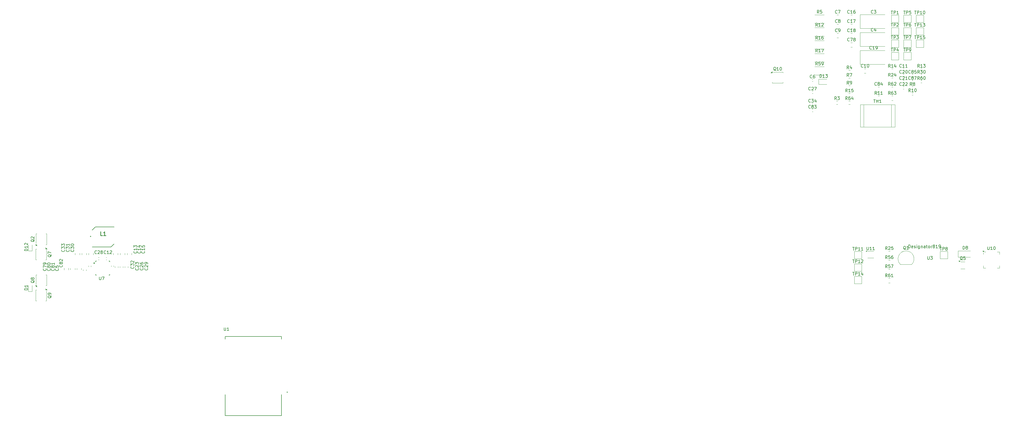
<source format=gbr>
%TF.GenerationSoftware,KiCad,Pcbnew,8.0.6*%
%TF.CreationDate,2025-01-24T16:12:18-05:00*%
%TF.ProjectId,SCAN,5343414e-2e6b-4696-9361-645f70636258,v1.0*%
%TF.SameCoordinates,Original*%
%TF.FileFunction,Legend,Top*%
%TF.FilePolarity,Positive*%
%FSLAX46Y46*%
G04 Gerber Fmt 4.6, Leading zero omitted, Abs format (unit mm)*
G04 Created by KiCad (PCBNEW 8.0.6) date 2025-01-24 16:12:18*
%MOMM*%
%LPD*%
G01*
G04 APERTURE LIST*
%ADD10C,0.150000*%
%ADD11C,0.254000*%
%ADD12C,0.120000*%
%ADD13C,0.152400*%
%ADD14C,0.200000*%
%ADD15C,0.250000*%
G04 APERTURE END LIST*
D10*
X334936905Y-111931819D02*
X335508333Y-111931819D01*
X335222619Y-112931819D02*
X335222619Y-111931819D01*
X335841667Y-112931819D02*
X335841667Y-111931819D01*
X335841667Y-111931819D02*
X336222619Y-111931819D01*
X336222619Y-111931819D02*
X336317857Y-111979438D01*
X336317857Y-111979438D02*
X336365476Y-112027057D01*
X336365476Y-112027057D02*
X336413095Y-112122295D01*
X336413095Y-112122295D02*
X336413095Y-112265152D01*
X336413095Y-112265152D02*
X336365476Y-112360390D01*
X336365476Y-112360390D02*
X336317857Y-112408009D01*
X336317857Y-112408009D02*
X336222619Y-112455628D01*
X336222619Y-112455628D02*
X335841667Y-112455628D01*
X337365476Y-112931819D02*
X336794048Y-112931819D01*
X337079762Y-112931819D02*
X337079762Y-111931819D01*
X337079762Y-111931819D02*
X336984524Y-112074676D01*
X336984524Y-112074676D02*
X336889286Y-112169914D01*
X336889286Y-112169914D02*
X336794048Y-112217533D01*
X338222619Y-112265152D02*
X338222619Y-112931819D01*
X337984524Y-111884200D02*
X337746429Y-112598485D01*
X337746429Y-112598485D02*
X338365476Y-112598485D01*
X351478095Y-30986819D02*
X352049523Y-30986819D01*
X351763809Y-31986819D02*
X351763809Y-30986819D01*
X352382857Y-31986819D02*
X352382857Y-30986819D01*
X352382857Y-30986819D02*
X352763809Y-30986819D01*
X352763809Y-30986819D02*
X352859047Y-31034438D01*
X352859047Y-31034438D02*
X352906666Y-31082057D01*
X352906666Y-31082057D02*
X352954285Y-31177295D01*
X352954285Y-31177295D02*
X352954285Y-31320152D01*
X352954285Y-31320152D02*
X352906666Y-31415390D01*
X352906666Y-31415390D02*
X352859047Y-31463009D01*
X352859047Y-31463009D02*
X352763809Y-31510628D01*
X352763809Y-31510628D02*
X352382857Y-31510628D01*
X353811428Y-30986819D02*
X353620952Y-30986819D01*
X353620952Y-30986819D02*
X353525714Y-31034438D01*
X353525714Y-31034438D02*
X353478095Y-31082057D01*
X353478095Y-31082057D02*
X353382857Y-31224914D01*
X353382857Y-31224914D02*
X353335238Y-31415390D01*
X353335238Y-31415390D02*
X353335238Y-31796342D01*
X353335238Y-31796342D02*
X353382857Y-31891580D01*
X353382857Y-31891580D02*
X353430476Y-31939200D01*
X353430476Y-31939200D02*
X353525714Y-31986819D01*
X353525714Y-31986819D02*
X353716190Y-31986819D01*
X353716190Y-31986819D02*
X353811428Y-31939200D01*
X353811428Y-31939200D02*
X353859047Y-31891580D01*
X353859047Y-31891580D02*
X353906666Y-31796342D01*
X353906666Y-31796342D02*
X353906666Y-31558247D01*
X353906666Y-31558247D02*
X353859047Y-31463009D01*
X353859047Y-31463009D02*
X353811428Y-31415390D01*
X353811428Y-31415390D02*
X353716190Y-31367771D01*
X353716190Y-31367771D02*
X353525714Y-31367771D01*
X353525714Y-31367771D02*
X353430476Y-31415390D01*
X353430476Y-31415390D02*
X353382857Y-31463009D01*
X353382857Y-31463009D02*
X353335238Y-31558247D01*
X72888330Y-110789523D02*
X72935950Y-110837142D01*
X72935950Y-110837142D02*
X72983569Y-110979999D01*
X72983569Y-110979999D02*
X72983569Y-111075237D01*
X72983569Y-111075237D02*
X72935950Y-111218094D01*
X72935950Y-111218094D02*
X72840711Y-111313332D01*
X72840711Y-111313332D02*
X72745473Y-111360951D01*
X72745473Y-111360951D02*
X72554997Y-111408570D01*
X72554997Y-111408570D02*
X72412140Y-111408570D01*
X72412140Y-111408570D02*
X72221664Y-111360951D01*
X72221664Y-111360951D02*
X72126426Y-111313332D01*
X72126426Y-111313332D02*
X72031188Y-111218094D01*
X72031188Y-111218094D02*
X71983569Y-111075237D01*
X71983569Y-111075237D02*
X71983569Y-110979999D01*
X71983569Y-110979999D02*
X72031188Y-110837142D01*
X72031188Y-110837142D02*
X72078807Y-110789523D01*
X71983569Y-110456189D02*
X71983569Y-109789523D01*
X71983569Y-109789523D02*
X72983569Y-110218094D01*
X72983569Y-109360951D02*
X72983569Y-109170475D01*
X72983569Y-109170475D02*
X72935950Y-109075237D01*
X72935950Y-109075237D02*
X72888330Y-109027618D01*
X72888330Y-109027618D02*
X72745473Y-108932380D01*
X72745473Y-108932380D02*
X72554997Y-108884761D01*
X72554997Y-108884761D02*
X72174045Y-108884761D01*
X72174045Y-108884761D02*
X72078807Y-108932380D01*
X72078807Y-108932380D02*
X72031188Y-108979999D01*
X72031188Y-108979999D02*
X71983569Y-109075237D01*
X71983569Y-109075237D02*
X71983569Y-109265713D01*
X71983569Y-109265713D02*
X72031188Y-109360951D01*
X72031188Y-109360951D02*
X72078807Y-109408570D01*
X72078807Y-109408570D02*
X72174045Y-109456189D01*
X72174045Y-109456189D02*
X72412140Y-109456189D01*
X72412140Y-109456189D02*
X72507378Y-109408570D01*
X72507378Y-109408570D02*
X72554997Y-109360951D01*
X72554997Y-109360951D02*
X72602616Y-109265713D01*
X72602616Y-109265713D02*
X72602616Y-109075237D01*
X72602616Y-109075237D02*
X72554997Y-108979999D01*
X72554997Y-108979999D02*
X72507378Y-108932380D01*
X72507378Y-108932380D02*
X72412140Y-108884761D01*
X101359580Y-110142857D02*
X101407200Y-110190476D01*
X101407200Y-110190476D02*
X101454819Y-110333333D01*
X101454819Y-110333333D02*
X101454819Y-110428571D01*
X101454819Y-110428571D02*
X101407200Y-110571428D01*
X101407200Y-110571428D02*
X101311961Y-110666666D01*
X101311961Y-110666666D02*
X101216723Y-110714285D01*
X101216723Y-110714285D02*
X101026247Y-110761904D01*
X101026247Y-110761904D02*
X100883390Y-110761904D01*
X100883390Y-110761904D02*
X100692914Y-110714285D01*
X100692914Y-110714285D02*
X100597676Y-110666666D01*
X100597676Y-110666666D02*
X100502438Y-110571428D01*
X100502438Y-110571428D02*
X100454819Y-110428571D01*
X100454819Y-110428571D02*
X100454819Y-110333333D01*
X100454819Y-110333333D02*
X100502438Y-110190476D01*
X100502438Y-110190476D02*
X100550057Y-110142857D01*
X100454819Y-109809523D02*
X100454819Y-109190476D01*
X100454819Y-109190476D02*
X100835771Y-109523809D01*
X100835771Y-109523809D02*
X100835771Y-109380952D01*
X100835771Y-109380952D02*
X100883390Y-109285714D01*
X100883390Y-109285714D02*
X100931009Y-109238095D01*
X100931009Y-109238095D02*
X101026247Y-109190476D01*
X101026247Y-109190476D02*
X101264342Y-109190476D01*
X101264342Y-109190476D02*
X101359580Y-109238095D01*
X101359580Y-109238095D02*
X101407200Y-109285714D01*
X101407200Y-109285714D02*
X101454819Y-109380952D01*
X101454819Y-109380952D02*
X101454819Y-109666666D01*
X101454819Y-109666666D02*
X101407200Y-109761904D01*
X101407200Y-109761904D02*
X101359580Y-109809523D01*
X100550057Y-108809523D02*
X100502438Y-108761904D01*
X100502438Y-108761904D02*
X100454819Y-108666666D01*
X100454819Y-108666666D02*
X100454819Y-108428571D01*
X100454819Y-108428571D02*
X100502438Y-108333333D01*
X100502438Y-108333333D02*
X100550057Y-108285714D01*
X100550057Y-108285714D02*
X100645295Y-108238095D01*
X100645295Y-108238095D02*
X100740533Y-108238095D01*
X100740533Y-108238095D02*
X100883390Y-108285714D01*
X100883390Y-108285714D02*
X101454819Y-108857142D01*
X101454819Y-108857142D02*
X101454819Y-108238095D01*
X355051905Y-35036819D02*
X355623333Y-35036819D01*
X355337619Y-36036819D02*
X355337619Y-35036819D01*
X355956667Y-36036819D02*
X355956667Y-35036819D01*
X355956667Y-35036819D02*
X356337619Y-35036819D01*
X356337619Y-35036819D02*
X356432857Y-35084438D01*
X356432857Y-35084438D02*
X356480476Y-35132057D01*
X356480476Y-35132057D02*
X356528095Y-35227295D01*
X356528095Y-35227295D02*
X356528095Y-35370152D01*
X356528095Y-35370152D02*
X356480476Y-35465390D01*
X356480476Y-35465390D02*
X356432857Y-35513009D01*
X356432857Y-35513009D02*
X356337619Y-35560628D01*
X356337619Y-35560628D02*
X355956667Y-35560628D01*
X357480476Y-36036819D02*
X356909048Y-36036819D01*
X357194762Y-36036819D02*
X357194762Y-35036819D01*
X357194762Y-35036819D02*
X357099524Y-35179676D01*
X357099524Y-35179676D02*
X357004286Y-35274914D01*
X357004286Y-35274914D02*
X356909048Y-35322533D01*
X358385238Y-35036819D02*
X357909048Y-35036819D01*
X357909048Y-35036819D02*
X357861429Y-35513009D01*
X357861429Y-35513009D02*
X357909048Y-35465390D01*
X357909048Y-35465390D02*
X358004286Y-35417771D01*
X358004286Y-35417771D02*
X358242381Y-35417771D01*
X358242381Y-35417771D02*
X358337619Y-35465390D01*
X358337619Y-35465390D02*
X358385238Y-35513009D01*
X358385238Y-35513009D02*
X358432857Y-35608247D01*
X358432857Y-35608247D02*
X358432857Y-35846342D01*
X358432857Y-35846342D02*
X358385238Y-35941580D01*
X358385238Y-35941580D02*
X358337619Y-35989200D01*
X358337619Y-35989200D02*
X358242381Y-36036819D01*
X358242381Y-36036819D02*
X358004286Y-36036819D01*
X358004286Y-36036819D02*
X357909048Y-35989200D01*
X357909048Y-35989200D02*
X357861429Y-35941580D01*
X347428095Y-35036819D02*
X347999523Y-35036819D01*
X347713809Y-36036819D02*
X347713809Y-35036819D01*
X348332857Y-36036819D02*
X348332857Y-35036819D01*
X348332857Y-35036819D02*
X348713809Y-35036819D01*
X348713809Y-35036819D02*
X348809047Y-35084438D01*
X348809047Y-35084438D02*
X348856666Y-35132057D01*
X348856666Y-35132057D02*
X348904285Y-35227295D01*
X348904285Y-35227295D02*
X348904285Y-35370152D01*
X348904285Y-35370152D02*
X348856666Y-35465390D01*
X348856666Y-35465390D02*
X348809047Y-35513009D01*
X348809047Y-35513009D02*
X348713809Y-35560628D01*
X348713809Y-35560628D02*
X348332857Y-35560628D01*
X349237619Y-35036819D02*
X349856666Y-35036819D01*
X349856666Y-35036819D02*
X349523333Y-35417771D01*
X349523333Y-35417771D02*
X349666190Y-35417771D01*
X349666190Y-35417771D02*
X349761428Y-35465390D01*
X349761428Y-35465390D02*
X349809047Y-35513009D01*
X349809047Y-35513009D02*
X349856666Y-35608247D01*
X349856666Y-35608247D02*
X349856666Y-35846342D01*
X349856666Y-35846342D02*
X349809047Y-35941580D01*
X349809047Y-35941580D02*
X349761428Y-35989200D01*
X349761428Y-35989200D02*
X349666190Y-36036819D01*
X349666190Y-36036819D02*
X349380476Y-36036819D01*
X349380476Y-36036819D02*
X349285238Y-35989200D01*
X349285238Y-35989200D02*
X349237619Y-35941580D01*
X352199761Y-104595057D02*
X352104523Y-104547438D01*
X352104523Y-104547438D02*
X352009285Y-104452200D01*
X352009285Y-104452200D02*
X351866428Y-104309342D01*
X351866428Y-104309342D02*
X351771190Y-104261723D01*
X351771190Y-104261723D02*
X351675952Y-104261723D01*
X351723571Y-104499819D02*
X351628333Y-104452200D01*
X351628333Y-104452200D02*
X351533095Y-104356961D01*
X351533095Y-104356961D02*
X351485476Y-104166485D01*
X351485476Y-104166485D02*
X351485476Y-103833152D01*
X351485476Y-103833152D02*
X351533095Y-103642676D01*
X351533095Y-103642676D02*
X351628333Y-103547438D01*
X351628333Y-103547438D02*
X351723571Y-103499819D01*
X351723571Y-103499819D02*
X351914047Y-103499819D01*
X351914047Y-103499819D02*
X352009285Y-103547438D01*
X352009285Y-103547438D02*
X352104523Y-103642676D01*
X352104523Y-103642676D02*
X352152142Y-103833152D01*
X352152142Y-103833152D02*
X352152142Y-104166485D01*
X352152142Y-104166485D02*
X352104523Y-104356961D01*
X352104523Y-104356961D02*
X352009285Y-104452200D01*
X352009285Y-104452200D02*
X351914047Y-104499819D01*
X351914047Y-104499819D02*
X351723571Y-104499819D01*
X353104523Y-104499819D02*
X352533095Y-104499819D01*
X352818809Y-104499819D02*
X352818809Y-103499819D01*
X352818809Y-103499819D02*
X352723571Y-103642676D01*
X352723571Y-103642676D02*
X352628333Y-103737914D01*
X352628333Y-103737914D02*
X352533095Y-103785533D01*
X324003333Y-27734819D02*
X323670000Y-27258628D01*
X323431905Y-27734819D02*
X323431905Y-26734819D01*
X323431905Y-26734819D02*
X323812857Y-26734819D01*
X323812857Y-26734819D02*
X323908095Y-26782438D01*
X323908095Y-26782438D02*
X323955714Y-26830057D01*
X323955714Y-26830057D02*
X324003333Y-26925295D01*
X324003333Y-26925295D02*
X324003333Y-27068152D01*
X324003333Y-27068152D02*
X323955714Y-27163390D01*
X323955714Y-27163390D02*
X323908095Y-27211009D01*
X323908095Y-27211009D02*
X323812857Y-27258628D01*
X323812857Y-27258628D02*
X323431905Y-27258628D01*
X324908095Y-26734819D02*
X324431905Y-26734819D01*
X324431905Y-26734819D02*
X324384286Y-27211009D01*
X324384286Y-27211009D02*
X324431905Y-27163390D01*
X324431905Y-27163390D02*
X324527143Y-27115771D01*
X324527143Y-27115771D02*
X324765238Y-27115771D01*
X324765238Y-27115771D02*
X324860476Y-27163390D01*
X324860476Y-27163390D02*
X324908095Y-27211009D01*
X324908095Y-27211009D02*
X324955714Y-27306247D01*
X324955714Y-27306247D02*
X324955714Y-27544342D01*
X324955714Y-27544342D02*
X324908095Y-27639580D01*
X324908095Y-27639580D02*
X324860476Y-27687200D01*
X324860476Y-27687200D02*
X324765238Y-27734819D01*
X324765238Y-27734819D02*
X324527143Y-27734819D01*
X324527143Y-27734819D02*
X324431905Y-27687200D01*
X324431905Y-27687200D02*
X324384286Y-27639580D01*
X329713333Y-55834819D02*
X329380000Y-55358628D01*
X329141905Y-55834819D02*
X329141905Y-54834819D01*
X329141905Y-54834819D02*
X329522857Y-54834819D01*
X329522857Y-54834819D02*
X329618095Y-54882438D01*
X329618095Y-54882438D02*
X329665714Y-54930057D01*
X329665714Y-54930057D02*
X329713333Y-55025295D01*
X329713333Y-55025295D02*
X329713333Y-55168152D01*
X329713333Y-55168152D02*
X329665714Y-55263390D01*
X329665714Y-55263390D02*
X329618095Y-55311009D01*
X329618095Y-55311009D02*
X329522857Y-55358628D01*
X329522857Y-55358628D02*
X329141905Y-55358628D01*
X330046667Y-54834819D02*
X330665714Y-54834819D01*
X330665714Y-54834819D02*
X330332381Y-55215771D01*
X330332381Y-55215771D02*
X330475238Y-55215771D01*
X330475238Y-55215771D02*
X330570476Y-55263390D01*
X330570476Y-55263390D02*
X330618095Y-55311009D01*
X330618095Y-55311009D02*
X330665714Y-55406247D01*
X330665714Y-55406247D02*
X330665714Y-55644342D01*
X330665714Y-55644342D02*
X330618095Y-55739580D01*
X330618095Y-55739580D02*
X330570476Y-55787200D01*
X330570476Y-55787200D02*
X330475238Y-55834819D01*
X330475238Y-55834819D02*
X330189524Y-55834819D01*
X330189524Y-55834819D02*
X330094286Y-55787200D01*
X330094286Y-55787200D02*
X330046667Y-55739580D01*
X92357142Y-105859580D02*
X92309523Y-105907200D01*
X92309523Y-105907200D02*
X92166666Y-105954819D01*
X92166666Y-105954819D02*
X92071428Y-105954819D01*
X92071428Y-105954819D02*
X91928571Y-105907200D01*
X91928571Y-105907200D02*
X91833333Y-105811961D01*
X91833333Y-105811961D02*
X91785714Y-105716723D01*
X91785714Y-105716723D02*
X91738095Y-105526247D01*
X91738095Y-105526247D02*
X91738095Y-105383390D01*
X91738095Y-105383390D02*
X91785714Y-105192914D01*
X91785714Y-105192914D02*
X91833333Y-105097676D01*
X91833333Y-105097676D02*
X91928571Y-105002438D01*
X91928571Y-105002438D02*
X92071428Y-104954819D01*
X92071428Y-104954819D02*
X92166666Y-104954819D01*
X92166666Y-104954819D02*
X92309523Y-105002438D01*
X92309523Y-105002438D02*
X92357142Y-105050057D01*
X93309523Y-105954819D02*
X92738095Y-105954819D01*
X93023809Y-105954819D02*
X93023809Y-104954819D01*
X93023809Y-104954819D02*
X92928571Y-105097676D01*
X92928571Y-105097676D02*
X92833333Y-105192914D01*
X92833333Y-105192914D02*
X92738095Y-105240533D01*
X93690476Y-105050057D02*
X93738095Y-105002438D01*
X93738095Y-105002438D02*
X93833333Y-104954819D01*
X93833333Y-104954819D02*
X94071428Y-104954819D01*
X94071428Y-104954819D02*
X94166666Y-105002438D01*
X94166666Y-105002438D02*
X94214285Y-105050057D01*
X94214285Y-105050057D02*
X94261904Y-105145295D01*
X94261904Y-105145295D02*
X94261904Y-105240533D01*
X94261904Y-105240533D02*
X94214285Y-105383390D01*
X94214285Y-105383390D02*
X93642857Y-105954819D01*
X93642857Y-105954819D02*
X94261904Y-105954819D01*
X346192142Y-110529819D02*
X345858809Y-110053628D01*
X345620714Y-110529819D02*
X345620714Y-109529819D01*
X345620714Y-109529819D02*
X346001666Y-109529819D01*
X346001666Y-109529819D02*
X346096904Y-109577438D01*
X346096904Y-109577438D02*
X346144523Y-109625057D01*
X346144523Y-109625057D02*
X346192142Y-109720295D01*
X346192142Y-109720295D02*
X346192142Y-109863152D01*
X346192142Y-109863152D02*
X346144523Y-109958390D01*
X346144523Y-109958390D02*
X346096904Y-110006009D01*
X346096904Y-110006009D02*
X346001666Y-110053628D01*
X346001666Y-110053628D02*
X345620714Y-110053628D01*
X347096904Y-109529819D02*
X346620714Y-109529819D01*
X346620714Y-109529819D02*
X346573095Y-110006009D01*
X346573095Y-110006009D02*
X346620714Y-109958390D01*
X346620714Y-109958390D02*
X346715952Y-109910771D01*
X346715952Y-109910771D02*
X346954047Y-109910771D01*
X346954047Y-109910771D02*
X347049285Y-109958390D01*
X347049285Y-109958390D02*
X347096904Y-110006009D01*
X347096904Y-110006009D02*
X347144523Y-110101247D01*
X347144523Y-110101247D02*
X347144523Y-110339342D01*
X347144523Y-110339342D02*
X347096904Y-110434580D01*
X347096904Y-110434580D02*
X347049285Y-110482200D01*
X347049285Y-110482200D02*
X346954047Y-110529819D01*
X346954047Y-110529819D02*
X346715952Y-110529819D01*
X346715952Y-110529819D02*
X346620714Y-110482200D01*
X346620714Y-110482200D02*
X346573095Y-110434580D01*
X347477857Y-109529819D02*
X348144523Y-109529819D01*
X348144523Y-109529819D02*
X347715952Y-110529819D01*
X359288896Y-106805619D02*
X359288896Y-107615142D01*
X359288896Y-107615142D02*
X359336515Y-107710380D01*
X359336515Y-107710380D02*
X359384134Y-107758000D01*
X359384134Y-107758000D02*
X359479372Y-107805619D01*
X359479372Y-107805619D02*
X359669848Y-107805619D01*
X359669848Y-107805619D02*
X359765086Y-107758000D01*
X359765086Y-107758000D02*
X359812705Y-107710380D01*
X359812705Y-107710380D02*
X359860324Y-107615142D01*
X359860324Y-107615142D02*
X359860324Y-106805619D01*
X360241277Y-106805619D02*
X360860324Y-106805619D01*
X360860324Y-106805619D02*
X360526991Y-107186571D01*
X360526991Y-107186571D02*
X360669848Y-107186571D01*
X360669848Y-107186571D02*
X360765086Y-107234190D01*
X360765086Y-107234190D02*
X360812705Y-107281809D01*
X360812705Y-107281809D02*
X360860324Y-107377047D01*
X360860324Y-107377047D02*
X360860324Y-107615142D01*
X360860324Y-107615142D02*
X360812705Y-107710380D01*
X360812705Y-107710380D02*
X360765086Y-107758000D01*
X360765086Y-107758000D02*
X360669848Y-107805619D01*
X360669848Y-107805619D02*
X360384134Y-107805619D01*
X360384134Y-107805619D02*
X360288896Y-107758000D01*
X360288896Y-107758000D02*
X360241277Y-107710380D01*
X353131534Y-104046419D02*
X353131534Y-103046419D01*
X353131534Y-103046419D02*
X353369629Y-103046419D01*
X353369629Y-103046419D02*
X353512486Y-103094038D01*
X353512486Y-103094038D02*
X353607724Y-103189276D01*
X353607724Y-103189276D02*
X353655343Y-103284514D01*
X353655343Y-103284514D02*
X353702962Y-103474990D01*
X353702962Y-103474990D02*
X353702962Y-103617847D01*
X353702962Y-103617847D02*
X353655343Y-103808323D01*
X353655343Y-103808323D02*
X353607724Y-103903561D01*
X353607724Y-103903561D02*
X353512486Y-103998800D01*
X353512486Y-103998800D02*
X353369629Y-104046419D01*
X353369629Y-104046419D02*
X353131534Y-104046419D01*
X354512486Y-103998800D02*
X354417248Y-104046419D01*
X354417248Y-104046419D02*
X354226772Y-104046419D01*
X354226772Y-104046419D02*
X354131534Y-103998800D01*
X354131534Y-103998800D02*
X354083915Y-103903561D01*
X354083915Y-103903561D02*
X354083915Y-103522609D01*
X354083915Y-103522609D02*
X354131534Y-103427371D01*
X354131534Y-103427371D02*
X354226772Y-103379752D01*
X354226772Y-103379752D02*
X354417248Y-103379752D01*
X354417248Y-103379752D02*
X354512486Y-103427371D01*
X354512486Y-103427371D02*
X354560105Y-103522609D01*
X354560105Y-103522609D02*
X354560105Y-103617847D01*
X354560105Y-103617847D02*
X354083915Y-103713085D01*
X354941058Y-103998800D02*
X355036296Y-104046419D01*
X355036296Y-104046419D02*
X355226772Y-104046419D01*
X355226772Y-104046419D02*
X355322010Y-103998800D01*
X355322010Y-103998800D02*
X355369629Y-103903561D01*
X355369629Y-103903561D02*
X355369629Y-103855942D01*
X355369629Y-103855942D02*
X355322010Y-103760704D01*
X355322010Y-103760704D02*
X355226772Y-103713085D01*
X355226772Y-103713085D02*
X355083915Y-103713085D01*
X355083915Y-103713085D02*
X354988677Y-103665466D01*
X354988677Y-103665466D02*
X354941058Y-103570228D01*
X354941058Y-103570228D02*
X354941058Y-103522609D01*
X354941058Y-103522609D02*
X354988677Y-103427371D01*
X354988677Y-103427371D02*
X355083915Y-103379752D01*
X355083915Y-103379752D02*
X355226772Y-103379752D01*
X355226772Y-103379752D02*
X355322010Y-103427371D01*
X355798201Y-104046419D02*
X355798201Y-103379752D01*
X355798201Y-103046419D02*
X355750582Y-103094038D01*
X355750582Y-103094038D02*
X355798201Y-103141657D01*
X355798201Y-103141657D02*
X355845820Y-103094038D01*
X355845820Y-103094038D02*
X355798201Y-103046419D01*
X355798201Y-103046419D02*
X355798201Y-103141657D01*
X356702962Y-103379752D02*
X356702962Y-104189276D01*
X356702962Y-104189276D02*
X356655343Y-104284514D01*
X356655343Y-104284514D02*
X356607724Y-104332133D01*
X356607724Y-104332133D02*
X356512486Y-104379752D01*
X356512486Y-104379752D02*
X356369629Y-104379752D01*
X356369629Y-104379752D02*
X356274391Y-104332133D01*
X356702962Y-103998800D02*
X356607724Y-104046419D01*
X356607724Y-104046419D02*
X356417248Y-104046419D01*
X356417248Y-104046419D02*
X356322010Y-103998800D01*
X356322010Y-103998800D02*
X356274391Y-103951180D01*
X356274391Y-103951180D02*
X356226772Y-103855942D01*
X356226772Y-103855942D02*
X356226772Y-103570228D01*
X356226772Y-103570228D02*
X356274391Y-103474990D01*
X356274391Y-103474990D02*
X356322010Y-103427371D01*
X356322010Y-103427371D02*
X356417248Y-103379752D01*
X356417248Y-103379752D02*
X356607724Y-103379752D01*
X356607724Y-103379752D02*
X356702962Y-103427371D01*
X357179153Y-103379752D02*
X357179153Y-104046419D01*
X357179153Y-103474990D02*
X357226772Y-103427371D01*
X357226772Y-103427371D02*
X357322010Y-103379752D01*
X357322010Y-103379752D02*
X357464867Y-103379752D01*
X357464867Y-103379752D02*
X357560105Y-103427371D01*
X357560105Y-103427371D02*
X357607724Y-103522609D01*
X357607724Y-103522609D02*
X357607724Y-104046419D01*
X358512486Y-104046419D02*
X358512486Y-103522609D01*
X358512486Y-103522609D02*
X358464867Y-103427371D01*
X358464867Y-103427371D02*
X358369629Y-103379752D01*
X358369629Y-103379752D02*
X358179153Y-103379752D01*
X358179153Y-103379752D02*
X358083915Y-103427371D01*
X358512486Y-103998800D02*
X358417248Y-104046419D01*
X358417248Y-104046419D02*
X358179153Y-104046419D01*
X358179153Y-104046419D02*
X358083915Y-103998800D01*
X358083915Y-103998800D02*
X358036296Y-103903561D01*
X358036296Y-103903561D02*
X358036296Y-103808323D01*
X358036296Y-103808323D02*
X358083915Y-103713085D01*
X358083915Y-103713085D02*
X358179153Y-103665466D01*
X358179153Y-103665466D02*
X358417248Y-103665466D01*
X358417248Y-103665466D02*
X358512486Y-103617847D01*
X358845820Y-103379752D02*
X359226772Y-103379752D01*
X358988677Y-103046419D02*
X358988677Y-103903561D01*
X358988677Y-103903561D02*
X359036296Y-103998800D01*
X359036296Y-103998800D02*
X359131534Y-104046419D01*
X359131534Y-104046419D02*
X359226772Y-104046419D01*
X359702963Y-104046419D02*
X359607725Y-103998800D01*
X359607725Y-103998800D02*
X359560106Y-103951180D01*
X359560106Y-103951180D02*
X359512487Y-103855942D01*
X359512487Y-103855942D02*
X359512487Y-103570228D01*
X359512487Y-103570228D02*
X359560106Y-103474990D01*
X359560106Y-103474990D02*
X359607725Y-103427371D01*
X359607725Y-103427371D02*
X359702963Y-103379752D01*
X359702963Y-103379752D02*
X359845820Y-103379752D01*
X359845820Y-103379752D02*
X359941058Y-103427371D01*
X359941058Y-103427371D02*
X359988677Y-103474990D01*
X359988677Y-103474990D02*
X360036296Y-103570228D01*
X360036296Y-103570228D02*
X360036296Y-103855942D01*
X360036296Y-103855942D02*
X359988677Y-103951180D01*
X359988677Y-103951180D02*
X359941058Y-103998800D01*
X359941058Y-103998800D02*
X359845820Y-104046419D01*
X359845820Y-104046419D02*
X359702963Y-104046419D01*
X360464868Y-104046419D02*
X360464868Y-103379752D01*
X360464868Y-103570228D02*
X360512487Y-103474990D01*
X360512487Y-103474990D02*
X360560106Y-103427371D01*
X360560106Y-103427371D02*
X360655344Y-103379752D01*
X360655344Y-103379752D02*
X360750582Y-103379752D01*
X361226773Y-103474990D02*
X361131535Y-103427371D01*
X361131535Y-103427371D02*
X361083916Y-103379752D01*
X361083916Y-103379752D02*
X361036297Y-103284514D01*
X361036297Y-103284514D02*
X361036297Y-103236895D01*
X361036297Y-103236895D02*
X361083916Y-103141657D01*
X361083916Y-103141657D02*
X361131535Y-103094038D01*
X361131535Y-103094038D02*
X361226773Y-103046419D01*
X361226773Y-103046419D02*
X361417249Y-103046419D01*
X361417249Y-103046419D02*
X361512487Y-103094038D01*
X361512487Y-103094038D02*
X361560106Y-103141657D01*
X361560106Y-103141657D02*
X361607725Y-103236895D01*
X361607725Y-103236895D02*
X361607725Y-103284514D01*
X361607725Y-103284514D02*
X361560106Y-103379752D01*
X361560106Y-103379752D02*
X361512487Y-103427371D01*
X361512487Y-103427371D02*
X361417249Y-103474990D01*
X361417249Y-103474990D02*
X361226773Y-103474990D01*
X361226773Y-103474990D02*
X361131535Y-103522609D01*
X361131535Y-103522609D02*
X361083916Y-103570228D01*
X361083916Y-103570228D02*
X361036297Y-103665466D01*
X361036297Y-103665466D02*
X361036297Y-103855942D01*
X361036297Y-103855942D02*
X361083916Y-103951180D01*
X361083916Y-103951180D02*
X361131535Y-103998800D01*
X361131535Y-103998800D02*
X361226773Y-104046419D01*
X361226773Y-104046419D02*
X361417249Y-104046419D01*
X361417249Y-104046419D02*
X361512487Y-103998800D01*
X361512487Y-103998800D02*
X361560106Y-103951180D01*
X361560106Y-103951180D02*
X361607725Y-103855942D01*
X361607725Y-103855942D02*
X361607725Y-103665466D01*
X361607725Y-103665466D02*
X361560106Y-103570228D01*
X361560106Y-103570228D02*
X361512487Y-103522609D01*
X361512487Y-103522609D02*
X361417249Y-103474990D01*
X362560106Y-104046419D02*
X361988678Y-104046419D01*
X362274392Y-104046419D02*
X362274392Y-103046419D01*
X362274392Y-103046419D02*
X362179154Y-103189276D01*
X362179154Y-103189276D02*
X362083916Y-103284514D01*
X362083916Y-103284514D02*
X361988678Y-103332133D01*
X363036297Y-104046419D02*
X363226773Y-104046419D01*
X363226773Y-104046419D02*
X363322011Y-103998800D01*
X363322011Y-103998800D02*
X363369630Y-103951180D01*
X363369630Y-103951180D02*
X363464868Y-103808323D01*
X363464868Y-103808323D02*
X363512487Y-103617847D01*
X363512487Y-103617847D02*
X363512487Y-103236895D01*
X363512487Y-103236895D02*
X363464868Y-103141657D01*
X363464868Y-103141657D02*
X363417249Y-103094038D01*
X363417249Y-103094038D02*
X363322011Y-103046419D01*
X363322011Y-103046419D02*
X363131535Y-103046419D01*
X363131535Y-103046419D02*
X363036297Y-103094038D01*
X363036297Y-103094038D02*
X362988678Y-103141657D01*
X362988678Y-103141657D02*
X362941059Y-103236895D01*
X362941059Y-103236895D02*
X362941059Y-103474990D01*
X362941059Y-103474990D02*
X362988678Y-103570228D01*
X362988678Y-103570228D02*
X363036297Y-103617847D01*
X363036297Y-103617847D02*
X363131535Y-103665466D01*
X363131535Y-103665466D02*
X363322011Y-103665466D01*
X363322011Y-103665466D02*
X363417249Y-103617847D01*
X363417249Y-103617847D02*
X363464868Y-103570228D01*
X363464868Y-103570228D02*
X363512487Y-103474990D01*
X69140057Y-114650238D02*
X69092438Y-114745476D01*
X69092438Y-114745476D02*
X68997200Y-114840714D01*
X68997200Y-114840714D02*
X68854342Y-114983571D01*
X68854342Y-114983571D02*
X68806723Y-115078809D01*
X68806723Y-115078809D02*
X68806723Y-115174047D01*
X69044819Y-115126428D02*
X68997200Y-115221666D01*
X68997200Y-115221666D02*
X68901961Y-115316904D01*
X68901961Y-115316904D02*
X68711485Y-115364523D01*
X68711485Y-115364523D02*
X68378152Y-115364523D01*
X68378152Y-115364523D02*
X68187676Y-115316904D01*
X68187676Y-115316904D02*
X68092438Y-115221666D01*
X68092438Y-115221666D02*
X68044819Y-115126428D01*
X68044819Y-115126428D02*
X68044819Y-114935952D01*
X68044819Y-114935952D02*
X68092438Y-114840714D01*
X68092438Y-114840714D02*
X68187676Y-114745476D01*
X68187676Y-114745476D02*
X68378152Y-114697857D01*
X68378152Y-114697857D02*
X68711485Y-114697857D01*
X68711485Y-114697857D02*
X68901961Y-114745476D01*
X68901961Y-114745476D02*
X68997200Y-114840714D01*
X68997200Y-114840714D02*
X69044819Y-114935952D01*
X69044819Y-114935952D02*
X69044819Y-115126428D01*
X68473390Y-114126428D02*
X68425771Y-114221666D01*
X68425771Y-114221666D02*
X68378152Y-114269285D01*
X68378152Y-114269285D02*
X68282914Y-114316904D01*
X68282914Y-114316904D02*
X68235295Y-114316904D01*
X68235295Y-114316904D02*
X68140057Y-114269285D01*
X68140057Y-114269285D02*
X68092438Y-114221666D01*
X68092438Y-114221666D02*
X68044819Y-114126428D01*
X68044819Y-114126428D02*
X68044819Y-113935952D01*
X68044819Y-113935952D02*
X68092438Y-113840714D01*
X68092438Y-113840714D02*
X68140057Y-113793095D01*
X68140057Y-113793095D02*
X68235295Y-113745476D01*
X68235295Y-113745476D02*
X68282914Y-113745476D01*
X68282914Y-113745476D02*
X68378152Y-113793095D01*
X68378152Y-113793095D02*
X68425771Y-113840714D01*
X68425771Y-113840714D02*
X68473390Y-113935952D01*
X68473390Y-113935952D02*
X68473390Y-114126428D01*
X68473390Y-114126428D02*
X68521009Y-114221666D01*
X68521009Y-114221666D02*
X68568628Y-114269285D01*
X68568628Y-114269285D02*
X68663866Y-114316904D01*
X68663866Y-114316904D02*
X68854342Y-114316904D01*
X68854342Y-114316904D02*
X68949580Y-114269285D01*
X68949580Y-114269285D02*
X68997200Y-114221666D01*
X68997200Y-114221666D02*
X69044819Y-114126428D01*
X69044819Y-114126428D02*
X69044819Y-113935952D01*
X69044819Y-113935952D02*
X68997200Y-113840714D01*
X68997200Y-113840714D02*
X68949580Y-113793095D01*
X68949580Y-113793095D02*
X68854342Y-113745476D01*
X68854342Y-113745476D02*
X68663866Y-113745476D01*
X68663866Y-113745476D02*
X68568628Y-113793095D01*
X68568628Y-113793095D02*
X68521009Y-113840714D01*
X68521009Y-113840714D02*
X68473390Y-113935952D01*
X69140057Y-101290238D02*
X69092438Y-101385476D01*
X69092438Y-101385476D02*
X68997200Y-101480714D01*
X68997200Y-101480714D02*
X68854342Y-101623571D01*
X68854342Y-101623571D02*
X68806723Y-101718809D01*
X68806723Y-101718809D02*
X68806723Y-101814047D01*
X69044819Y-101766428D02*
X68997200Y-101861666D01*
X68997200Y-101861666D02*
X68901961Y-101956904D01*
X68901961Y-101956904D02*
X68711485Y-102004523D01*
X68711485Y-102004523D02*
X68378152Y-102004523D01*
X68378152Y-102004523D02*
X68187676Y-101956904D01*
X68187676Y-101956904D02*
X68092438Y-101861666D01*
X68092438Y-101861666D02*
X68044819Y-101766428D01*
X68044819Y-101766428D02*
X68044819Y-101575952D01*
X68044819Y-101575952D02*
X68092438Y-101480714D01*
X68092438Y-101480714D02*
X68187676Y-101385476D01*
X68187676Y-101385476D02*
X68378152Y-101337857D01*
X68378152Y-101337857D02*
X68711485Y-101337857D01*
X68711485Y-101337857D02*
X68901961Y-101385476D01*
X68901961Y-101385476D02*
X68997200Y-101480714D01*
X68997200Y-101480714D02*
X69044819Y-101575952D01*
X69044819Y-101575952D02*
X69044819Y-101766428D01*
X68140057Y-100956904D02*
X68092438Y-100909285D01*
X68092438Y-100909285D02*
X68044819Y-100814047D01*
X68044819Y-100814047D02*
X68044819Y-100575952D01*
X68044819Y-100575952D02*
X68092438Y-100480714D01*
X68092438Y-100480714D02*
X68140057Y-100433095D01*
X68140057Y-100433095D02*
X68235295Y-100385476D01*
X68235295Y-100385476D02*
X68330533Y-100385476D01*
X68330533Y-100385476D02*
X68473390Y-100433095D01*
X68473390Y-100433095D02*
X69044819Y-101004523D01*
X69044819Y-101004523D02*
X69044819Y-100385476D01*
X76859580Y-110809523D02*
X76907200Y-110857142D01*
X76907200Y-110857142D02*
X76954819Y-110999999D01*
X76954819Y-110999999D02*
X76954819Y-111095237D01*
X76954819Y-111095237D02*
X76907200Y-111238094D01*
X76907200Y-111238094D02*
X76811961Y-111333332D01*
X76811961Y-111333332D02*
X76716723Y-111380951D01*
X76716723Y-111380951D02*
X76526247Y-111428570D01*
X76526247Y-111428570D02*
X76383390Y-111428570D01*
X76383390Y-111428570D02*
X76192914Y-111380951D01*
X76192914Y-111380951D02*
X76097676Y-111333332D01*
X76097676Y-111333332D02*
X76002438Y-111238094D01*
X76002438Y-111238094D02*
X75954819Y-111095237D01*
X75954819Y-111095237D02*
X75954819Y-110999999D01*
X75954819Y-110999999D02*
X76002438Y-110857142D01*
X76002438Y-110857142D02*
X76050057Y-110809523D01*
X75954819Y-109904761D02*
X75954819Y-110380951D01*
X75954819Y-110380951D02*
X76431009Y-110428570D01*
X76431009Y-110428570D02*
X76383390Y-110380951D01*
X76383390Y-110380951D02*
X76335771Y-110285713D01*
X76335771Y-110285713D02*
X76335771Y-110047618D01*
X76335771Y-110047618D02*
X76383390Y-109952380D01*
X76383390Y-109952380D02*
X76431009Y-109904761D01*
X76431009Y-109904761D02*
X76526247Y-109857142D01*
X76526247Y-109857142D02*
X76764342Y-109857142D01*
X76764342Y-109857142D02*
X76859580Y-109904761D01*
X76859580Y-109904761D02*
X76907200Y-109952380D01*
X76907200Y-109952380D02*
X76954819Y-110047618D01*
X76954819Y-110047618D02*
X76954819Y-110285713D01*
X76954819Y-110285713D02*
X76907200Y-110380951D01*
X76907200Y-110380951D02*
X76859580Y-110428570D01*
X329933333Y-27639580D02*
X329885714Y-27687200D01*
X329885714Y-27687200D02*
X329742857Y-27734819D01*
X329742857Y-27734819D02*
X329647619Y-27734819D01*
X329647619Y-27734819D02*
X329504762Y-27687200D01*
X329504762Y-27687200D02*
X329409524Y-27591961D01*
X329409524Y-27591961D02*
X329361905Y-27496723D01*
X329361905Y-27496723D02*
X329314286Y-27306247D01*
X329314286Y-27306247D02*
X329314286Y-27163390D01*
X329314286Y-27163390D02*
X329361905Y-26972914D01*
X329361905Y-26972914D02*
X329409524Y-26877676D01*
X329409524Y-26877676D02*
X329504762Y-26782438D01*
X329504762Y-26782438D02*
X329647619Y-26734819D01*
X329647619Y-26734819D02*
X329742857Y-26734819D01*
X329742857Y-26734819D02*
X329885714Y-26782438D01*
X329885714Y-26782438D02*
X329933333Y-26830057D01*
X330266667Y-26734819D02*
X330933333Y-26734819D01*
X330933333Y-26734819D02*
X330504762Y-27734819D01*
X333907142Y-27639580D02*
X333859523Y-27687200D01*
X333859523Y-27687200D02*
X333716666Y-27734819D01*
X333716666Y-27734819D02*
X333621428Y-27734819D01*
X333621428Y-27734819D02*
X333478571Y-27687200D01*
X333478571Y-27687200D02*
X333383333Y-27591961D01*
X333383333Y-27591961D02*
X333335714Y-27496723D01*
X333335714Y-27496723D02*
X333288095Y-27306247D01*
X333288095Y-27306247D02*
X333288095Y-27163390D01*
X333288095Y-27163390D02*
X333335714Y-26972914D01*
X333335714Y-26972914D02*
X333383333Y-26877676D01*
X333383333Y-26877676D02*
X333478571Y-26782438D01*
X333478571Y-26782438D02*
X333621428Y-26734819D01*
X333621428Y-26734819D02*
X333716666Y-26734819D01*
X333716666Y-26734819D02*
X333859523Y-26782438D01*
X333859523Y-26782438D02*
X333907142Y-26830057D01*
X334859523Y-27734819D02*
X334288095Y-27734819D01*
X334573809Y-27734819D02*
X334573809Y-26734819D01*
X334573809Y-26734819D02*
X334478571Y-26877676D01*
X334478571Y-26877676D02*
X334383333Y-26972914D01*
X334383333Y-26972914D02*
X334288095Y-27020533D01*
X335716666Y-26734819D02*
X335526190Y-26734819D01*
X335526190Y-26734819D02*
X335430952Y-26782438D01*
X335430952Y-26782438D02*
X335383333Y-26830057D01*
X335383333Y-26830057D02*
X335288095Y-26972914D01*
X335288095Y-26972914D02*
X335240476Y-27163390D01*
X335240476Y-27163390D02*
X335240476Y-27544342D01*
X335240476Y-27544342D02*
X335288095Y-27639580D01*
X335288095Y-27639580D02*
X335335714Y-27687200D01*
X335335714Y-27687200D02*
X335430952Y-27734819D01*
X335430952Y-27734819D02*
X335621428Y-27734819D01*
X335621428Y-27734819D02*
X335716666Y-27687200D01*
X335716666Y-27687200D02*
X335764285Y-27639580D01*
X335764285Y-27639580D02*
X335811904Y-27544342D01*
X335811904Y-27544342D02*
X335811904Y-27306247D01*
X335811904Y-27306247D02*
X335764285Y-27211009D01*
X335764285Y-27211009D02*
X335716666Y-27163390D01*
X335716666Y-27163390D02*
X335621428Y-27115771D01*
X335621428Y-27115771D02*
X335430952Y-27115771D01*
X335430952Y-27115771D02*
X335335714Y-27163390D01*
X335335714Y-27163390D02*
X335288095Y-27211009D01*
X335288095Y-27211009D02*
X335240476Y-27306247D01*
X351478095Y-39086819D02*
X352049523Y-39086819D01*
X351763809Y-40086819D02*
X351763809Y-39086819D01*
X352382857Y-40086819D02*
X352382857Y-39086819D01*
X352382857Y-39086819D02*
X352763809Y-39086819D01*
X352763809Y-39086819D02*
X352859047Y-39134438D01*
X352859047Y-39134438D02*
X352906666Y-39182057D01*
X352906666Y-39182057D02*
X352954285Y-39277295D01*
X352954285Y-39277295D02*
X352954285Y-39420152D01*
X352954285Y-39420152D02*
X352906666Y-39515390D01*
X352906666Y-39515390D02*
X352859047Y-39563009D01*
X352859047Y-39563009D02*
X352763809Y-39610628D01*
X352763809Y-39610628D02*
X352382857Y-39610628D01*
X353430476Y-40086819D02*
X353620952Y-40086819D01*
X353620952Y-40086819D02*
X353716190Y-40039200D01*
X353716190Y-40039200D02*
X353763809Y-39991580D01*
X353763809Y-39991580D02*
X353859047Y-39848723D01*
X353859047Y-39848723D02*
X353906666Y-39658247D01*
X353906666Y-39658247D02*
X353906666Y-39277295D01*
X353906666Y-39277295D02*
X353859047Y-39182057D01*
X353859047Y-39182057D02*
X353811428Y-39134438D01*
X353811428Y-39134438D02*
X353716190Y-39086819D01*
X353716190Y-39086819D02*
X353525714Y-39086819D01*
X353525714Y-39086819D02*
X353430476Y-39134438D01*
X353430476Y-39134438D02*
X353382857Y-39182057D01*
X353382857Y-39182057D02*
X353335238Y-39277295D01*
X353335238Y-39277295D02*
X353335238Y-39515390D01*
X353335238Y-39515390D02*
X353382857Y-39610628D01*
X353382857Y-39610628D02*
X353430476Y-39658247D01*
X353430476Y-39658247D02*
X353525714Y-39705866D01*
X353525714Y-39705866D02*
X353716190Y-39705866D01*
X353716190Y-39705866D02*
X353811428Y-39658247D01*
X353811428Y-39658247D02*
X353859047Y-39610628D01*
X353859047Y-39610628D02*
X353906666Y-39515390D01*
X75535830Y-110809523D02*
X75583450Y-110857142D01*
X75583450Y-110857142D02*
X75631069Y-110999999D01*
X75631069Y-110999999D02*
X75631069Y-111095237D01*
X75631069Y-111095237D02*
X75583450Y-111238094D01*
X75583450Y-111238094D02*
X75488211Y-111333332D01*
X75488211Y-111333332D02*
X75392973Y-111380951D01*
X75392973Y-111380951D02*
X75202497Y-111428570D01*
X75202497Y-111428570D02*
X75059640Y-111428570D01*
X75059640Y-111428570D02*
X74869164Y-111380951D01*
X74869164Y-111380951D02*
X74773926Y-111333332D01*
X74773926Y-111333332D02*
X74678688Y-111238094D01*
X74678688Y-111238094D02*
X74631069Y-111095237D01*
X74631069Y-111095237D02*
X74631069Y-110999999D01*
X74631069Y-110999999D02*
X74678688Y-110857142D01*
X74678688Y-110857142D02*
X74726307Y-110809523D01*
X75059640Y-110238094D02*
X75012021Y-110333332D01*
X75012021Y-110333332D02*
X74964402Y-110380951D01*
X74964402Y-110380951D02*
X74869164Y-110428570D01*
X74869164Y-110428570D02*
X74821545Y-110428570D01*
X74821545Y-110428570D02*
X74726307Y-110380951D01*
X74726307Y-110380951D02*
X74678688Y-110333332D01*
X74678688Y-110333332D02*
X74631069Y-110238094D01*
X74631069Y-110238094D02*
X74631069Y-110047618D01*
X74631069Y-110047618D02*
X74678688Y-109952380D01*
X74678688Y-109952380D02*
X74726307Y-109904761D01*
X74726307Y-109904761D02*
X74821545Y-109857142D01*
X74821545Y-109857142D02*
X74869164Y-109857142D01*
X74869164Y-109857142D02*
X74964402Y-109904761D01*
X74964402Y-109904761D02*
X75012021Y-109952380D01*
X75012021Y-109952380D02*
X75059640Y-110047618D01*
X75059640Y-110047618D02*
X75059640Y-110238094D01*
X75059640Y-110238094D02*
X75107259Y-110333332D01*
X75107259Y-110333332D02*
X75154878Y-110380951D01*
X75154878Y-110380951D02*
X75250116Y-110428570D01*
X75250116Y-110428570D02*
X75440592Y-110428570D01*
X75440592Y-110428570D02*
X75535830Y-110380951D01*
X75535830Y-110380951D02*
X75583450Y-110333332D01*
X75583450Y-110333332D02*
X75631069Y-110238094D01*
X75631069Y-110238094D02*
X75631069Y-110047618D01*
X75631069Y-110047618D02*
X75583450Y-109952380D01*
X75583450Y-109952380D02*
X75535830Y-109904761D01*
X75535830Y-109904761D02*
X75440592Y-109857142D01*
X75440592Y-109857142D02*
X75250116Y-109857142D01*
X75250116Y-109857142D02*
X75154878Y-109904761D01*
X75154878Y-109904761D02*
X75107259Y-109952380D01*
X75107259Y-109952380D02*
X75059640Y-110047618D01*
X75631069Y-108904761D02*
X75631069Y-109476189D01*
X75631069Y-109190475D02*
X74631069Y-109190475D01*
X74631069Y-109190475D02*
X74773926Y-109285713D01*
X74773926Y-109285713D02*
X74869164Y-109380951D01*
X74869164Y-109380951D02*
X74916783Y-109476189D01*
X323527142Y-31944819D02*
X323193809Y-31468628D01*
X322955714Y-31944819D02*
X322955714Y-30944819D01*
X322955714Y-30944819D02*
X323336666Y-30944819D01*
X323336666Y-30944819D02*
X323431904Y-30992438D01*
X323431904Y-30992438D02*
X323479523Y-31040057D01*
X323479523Y-31040057D02*
X323527142Y-31135295D01*
X323527142Y-31135295D02*
X323527142Y-31278152D01*
X323527142Y-31278152D02*
X323479523Y-31373390D01*
X323479523Y-31373390D02*
X323431904Y-31421009D01*
X323431904Y-31421009D02*
X323336666Y-31468628D01*
X323336666Y-31468628D02*
X322955714Y-31468628D01*
X324479523Y-31944819D02*
X323908095Y-31944819D01*
X324193809Y-31944819D02*
X324193809Y-30944819D01*
X324193809Y-30944819D02*
X324098571Y-31087676D01*
X324098571Y-31087676D02*
X324003333Y-31182914D01*
X324003333Y-31182914D02*
X323908095Y-31230533D01*
X324860476Y-31040057D02*
X324908095Y-30992438D01*
X324908095Y-30992438D02*
X325003333Y-30944819D01*
X325003333Y-30944819D02*
X325241428Y-30944819D01*
X325241428Y-30944819D02*
X325336666Y-30992438D01*
X325336666Y-30992438D02*
X325384285Y-31040057D01*
X325384285Y-31040057D02*
X325431904Y-31135295D01*
X325431904Y-31135295D02*
X325431904Y-31230533D01*
X325431904Y-31230533D02*
X325384285Y-31373390D01*
X325384285Y-31373390D02*
X324812857Y-31944819D01*
X324812857Y-31944819D02*
X325431904Y-31944819D01*
X346192142Y-107579819D02*
X345858809Y-107103628D01*
X345620714Y-107579819D02*
X345620714Y-106579819D01*
X345620714Y-106579819D02*
X346001666Y-106579819D01*
X346001666Y-106579819D02*
X346096904Y-106627438D01*
X346096904Y-106627438D02*
X346144523Y-106675057D01*
X346144523Y-106675057D02*
X346192142Y-106770295D01*
X346192142Y-106770295D02*
X346192142Y-106913152D01*
X346192142Y-106913152D02*
X346144523Y-107008390D01*
X346144523Y-107008390D02*
X346096904Y-107056009D01*
X346096904Y-107056009D02*
X346001666Y-107103628D01*
X346001666Y-107103628D02*
X345620714Y-107103628D01*
X347096904Y-106579819D02*
X346620714Y-106579819D01*
X346620714Y-106579819D02*
X346573095Y-107056009D01*
X346573095Y-107056009D02*
X346620714Y-107008390D01*
X346620714Y-107008390D02*
X346715952Y-106960771D01*
X346715952Y-106960771D02*
X346954047Y-106960771D01*
X346954047Y-106960771D02*
X347049285Y-107008390D01*
X347049285Y-107008390D02*
X347096904Y-107056009D01*
X347096904Y-107056009D02*
X347144523Y-107151247D01*
X347144523Y-107151247D02*
X347144523Y-107389342D01*
X347144523Y-107389342D02*
X347096904Y-107484580D01*
X347096904Y-107484580D02*
X347049285Y-107532200D01*
X347049285Y-107532200D02*
X346954047Y-107579819D01*
X346954047Y-107579819D02*
X346715952Y-107579819D01*
X346715952Y-107579819D02*
X346620714Y-107532200D01*
X346620714Y-107532200D02*
X346573095Y-107484580D01*
X348001666Y-106579819D02*
X347811190Y-106579819D01*
X347811190Y-106579819D02*
X347715952Y-106627438D01*
X347715952Y-106627438D02*
X347668333Y-106675057D01*
X347668333Y-106675057D02*
X347573095Y-106817914D01*
X347573095Y-106817914D02*
X347525476Y-107008390D01*
X347525476Y-107008390D02*
X347525476Y-107389342D01*
X347525476Y-107389342D02*
X347573095Y-107484580D01*
X347573095Y-107484580D02*
X347620714Y-107532200D01*
X347620714Y-107532200D02*
X347715952Y-107579819D01*
X347715952Y-107579819D02*
X347906428Y-107579819D01*
X347906428Y-107579819D02*
X348001666Y-107532200D01*
X348001666Y-107532200D02*
X348049285Y-107484580D01*
X348049285Y-107484580D02*
X348096904Y-107389342D01*
X348096904Y-107389342D02*
X348096904Y-107151247D01*
X348096904Y-107151247D02*
X348049285Y-107056009D01*
X348049285Y-107056009D02*
X348001666Y-107008390D01*
X348001666Y-107008390D02*
X347906428Y-106960771D01*
X347906428Y-106960771D02*
X347715952Y-106960771D01*
X347715952Y-106960771D02*
X347620714Y-107008390D01*
X347620714Y-107008390D02*
X347573095Y-107056009D01*
X347573095Y-107056009D02*
X347525476Y-107151247D01*
X350817142Y-51159580D02*
X350769523Y-51207200D01*
X350769523Y-51207200D02*
X350626666Y-51254819D01*
X350626666Y-51254819D02*
X350531428Y-51254819D01*
X350531428Y-51254819D02*
X350388571Y-51207200D01*
X350388571Y-51207200D02*
X350293333Y-51111961D01*
X350293333Y-51111961D02*
X350245714Y-51016723D01*
X350245714Y-51016723D02*
X350198095Y-50826247D01*
X350198095Y-50826247D02*
X350198095Y-50683390D01*
X350198095Y-50683390D02*
X350245714Y-50492914D01*
X350245714Y-50492914D02*
X350293333Y-50397676D01*
X350293333Y-50397676D02*
X350388571Y-50302438D01*
X350388571Y-50302438D02*
X350531428Y-50254819D01*
X350531428Y-50254819D02*
X350626666Y-50254819D01*
X350626666Y-50254819D02*
X350769523Y-50302438D01*
X350769523Y-50302438D02*
X350817142Y-50350057D01*
X351198095Y-50350057D02*
X351245714Y-50302438D01*
X351245714Y-50302438D02*
X351340952Y-50254819D01*
X351340952Y-50254819D02*
X351579047Y-50254819D01*
X351579047Y-50254819D02*
X351674285Y-50302438D01*
X351674285Y-50302438D02*
X351721904Y-50350057D01*
X351721904Y-50350057D02*
X351769523Y-50445295D01*
X351769523Y-50445295D02*
X351769523Y-50540533D01*
X351769523Y-50540533D02*
X351721904Y-50683390D01*
X351721904Y-50683390D02*
X351150476Y-51254819D01*
X351150476Y-51254819D02*
X351769523Y-51254819D01*
X352150476Y-50350057D02*
X352198095Y-50302438D01*
X352198095Y-50302438D02*
X352293333Y-50254819D01*
X352293333Y-50254819D02*
X352531428Y-50254819D01*
X352531428Y-50254819D02*
X352626666Y-50302438D01*
X352626666Y-50302438D02*
X352674285Y-50350057D01*
X352674285Y-50350057D02*
X352721904Y-50445295D01*
X352721904Y-50445295D02*
X352721904Y-50540533D01*
X352721904Y-50540533D02*
X352674285Y-50683390D01*
X352674285Y-50683390D02*
X352102857Y-51254819D01*
X352102857Y-51254819D02*
X352721904Y-51254819D01*
X347428095Y-26936819D02*
X347999523Y-26936819D01*
X347713809Y-27936819D02*
X347713809Y-26936819D01*
X348332857Y-27936819D02*
X348332857Y-26936819D01*
X348332857Y-26936819D02*
X348713809Y-26936819D01*
X348713809Y-26936819D02*
X348809047Y-26984438D01*
X348809047Y-26984438D02*
X348856666Y-27032057D01*
X348856666Y-27032057D02*
X348904285Y-27127295D01*
X348904285Y-27127295D02*
X348904285Y-27270152D01*
X348904285Y-27270152D02*
X348856666Y-27365390D01*
X348856666Y-27365390D02*
X348809047Y-27413009D01*
X348809047Y-27413009D02*
X348713809Y-27460628D01*
X348713809Y-27460628D02*
X348332857Y-27460628D01*
X349856666Y-27936819D02*
X349285238Y-27936819D01*
X349570952Y-27936819D02*
X349570952Y-26936819D01*
X349570952Y-26936819D02*
X349475714Y-27079676D01*
X349475714Y-27079676D02*
X349380476Y-27174914D01*
X349380476Y-27174914D02*
X349285238Y-27222533D01*
X130738095Y-129954819D02*
X130738095Y-130764342D01*
X130738095Y-130764342D02*
X130785714Y-130859580D01*
X130785714Y-130859580D02*
X130833333Y-130907200D01*
X130833333Y-130907200D02*
X130928571Y-130954819D01*
X130928571Y-130954819D02*
X131119047Y-130954819D01*
X131119047Y-130954819D02*
X131214285Y-130907200D01*
X131214285Y-130907200D02*
X131261904Y-130859580D01*
X131261904Y-130859580D02*
X131309523Y-130764342D01*
X131309523Y-130764342D02*
X131309523Y-129954819D01*
X132309523Y-130954819D02*
X131738095Y-130954819D01*
X132023809Y-130954819D02*
X132023809Y-129954819D01*
X132023809Y-129954819D02*
X131928571Y-130097676D01*
X131928571Y-130097676D02*
X131833333Y-130192914D01*
X131833333Y-130192914D02*
X131738095Y-130240533D01*
X363313095Y-103831819D02*
X363884523Y-103831819D01*
X363598809Y-104831819D02*
X363598809Y-103831819D01*
X364217857Y-104831819D02*
X364217857Y-103831819D01*
X364217857Y-103831819D02*
X364598809Y-103831819D01*
X364598809Y-103831819D02*
X364694047Y-103879438D01*
X364694047Y-103879438D02*
X364741666Y-103927057D01*
X364741666Y-103927057D02*
X364789285Y-104022295D01*
X364789285Y-104022295D02*
X364789285Y-104165152D01*
X364789285Y-104165152D02*
X364741666Y-104260390D01*
X364741666Y-104260390D02*
X364694047Y-104308009D01*
X364694047Y-104308009D02*
X364598809Y-104355628D01*
X364598809Y-104355628D02*
X364217857Y-104355628D01*
X365360714Y-104260390D02*
X365265476Y-104212771D01*
X365265476Y-104212771D02*
X365217857Y-104165152D01*
X365217857Y-104165152D02*
X365170238Y-104069914D01*
X365170238Y-104069914D02*
X365170238Y-104022295D01*
X365170238Y-104022295D02*
X365217857Y-103927057D01*
X365217857Y-103927057D02*
X365265476Y-103879438D01*
X365265476Y-103879438D02*
X365360714Y-103831819D01*
X365360714Y-103831819D02*
X365551190Y-103831819D01*
X365551190Y-103831819D02*
X365646428Y-103879438D01*
X365646428Y-103879438D02*
X365694047Y-103927057D01*
X365694047Y-103927057D02*
X365741666Y-104022295D01*
X365741666Y-104022295D02*
X365741666Y-104069914D01*
X365741666Y-104069914D02*
X365694047Y-104165152D01*
X365694047Y-104165152D02*
X365646428Y-104212771D01*
X365646428Y-104212771D02*
X365551190Y-104260390D01*
X365551190Y-104260390D02*
X365360714Y-104260390D01*
X365360714Y-104260390D02*
X365265476Y-104308009D01*
X365265476Y-104308009D02*
X365217857Y-104355628D01*
X365217857Y-104355628D02*
X365170238Y-104450866D01*
X365170238Y-104450866D02*
X365170238Y-104641342D01*
X365170238Y-104641342D02*
X365217857Y-104736580D01*
X365217857Y-104736580D02*
X365265476Y-104784200D01*
X365265476Y-104784200D02*
X365360714Y-104831819D01*
X365360714Y-104831819D02*
X365551190Y-104831819D01*
X365551190Y-104831819D02*
X365646428Y-104784200D01*
X365646428Y-104784200D02*
X365694047Y-104736580D01*
X365694047Y-104736580D02*
X365741666Y-104641342D01*
X365741666Y-104641342D02*
X365741666Y-104450866D01*
X365741666Y-104450866D02*
X365694047Y-104355628D01*
X365694047Y-104355628D02*
X365646428Y-104308009D01*
X365646428Y-104308009D02*
X365551190Y-104260390D01*
X353727142Y-53244819D02*
X353393809Y-52768628D01*
X353155714Y-53244819D02*
X353155714Y-52244819D01*
X353155714Y-52244819D02*
X353536666Y-52244819D01*
X353536666Y-52244819D02*
X353631904Y-52292438D01*
X353631904Y-52292438D02*
X353679523Y-52340057D01*
X353679523Y-52340057D02*
X353727142Y-52435295D01*
X353727142Y-52435295D02*
X353727142Y-52578152D01*
X353727142Y-52578152D02*
X353679523Y-52673390D01*
X353679523Y-52673390D02*
X353631904Y-52721009D01*
X353631904Y-52721009D02*
X353536666Y-52768628D01*
X353536666Y-52768628D02*
X353155714Y-52768628D01*
X354679523Y-53244819D02*
X354108095Y-53244819D01*
X354393809Y-53244819D02*
X354393809Y-52244819D01*
X354393809Y-52244819D02*
X354298571Y-52387676D01*
X354298571Y-52387676D02*
X354203333Y-52482914D01*
X354203333Y-52482914D02*
X354108095Y-52530533D01*
X355298571Y-52244819D02*
X355393809Y-52244819D01*
X355393809Y-52244819D02*
X355489047Y-52292438D01*
X355489047Y-52292438D02*
X355536666Y-52340057D01*
X355536666Y-52340057D02*
X355584285Y-52435295D01*
X355584285Y-52435295D02*
X355631904Y-52625771D01*
X355631904Y-52625771D02*
X355631904Y-52863866D01*
X355631904Y-52863866D02*
X355584285Y-53054342D01*
X355584285Y-53054342D02*
X355536666Y-53149580D01*
X355536666Y-53149580D02*
X355489047Y-53197200D01*
X355489047Y-53197200D02*
X355393809Y-53244819D01*
X355393809Y-53244819D02*
X355298571Y-53244819D01*
X355298571Y-53244819D02*
X355203333Y-53197200D01*
X355203333Y-53197200D02*
X355155714Y-53149580D01*
X355155714Y-53149580D02*
X355108095Y-53054342D01*
X355108095Y-53054342D02*
X355060476Y-52863866D01*
X355060476Y-52863866D02*
X355060476Y-52625771D01*
X355060476Y-52625771D02*
X355108095Y-52435295D01*
X355108095Y-52435295D02*
X355155714Y-52340057D01*
X355155714Y-52340057D02*
X355203333Y-52292438D01*
X355203333Y-52292438D02*
X355298571Y-52244819D01*
X356637142Y-49264819D02*
X356303809Y-48788628D01*
X356065714Y-49264819D02*
X356065714Y-48264819D01*
X356065714Y-48264819D02*
X356446666Y-48264819D01*
X356446666Y-48264819D02*
X356541904Y-48312438D01*
X356541904Y-48312438D02*
X356589523Y-48360057D01*
X356589523Y-48360057D02*
X356637142Y-48455295D01*
X356637142Y-48455295D02*
X356637142Y-48598152D01*
X356637142Y-48598152D02*
X356589523Y-48693390D01*
X356589523Y-48693390D02*
X356541904Y-48741009D01*
X356541904Y-48741009D02*
X356446666Y-48788628D01*
X356446666Y-48788628D02*
X356065714Y-48788628D01*
X357494285Y-48264819D02*
X357303809Y-48264819D01*
X357303809Y-48264819D02*
X357208571Y-48312438D01*
X357208571Y-48312438D02*
X357160952Y-48360057D01*
X357160952Y-48360057D02*
X357065714Y-48502914D01*
X357065714Y-48502914D02*
X357018095Y-48693390D01*
X357018095Y-48693390D02*
X357018095Y-49074342D01*
X357018095Y-49074342D02*
X357065714Y-49169580D01*
X357065714Y-49169580D02*
X357113333Y-49217200D01*
X357113333Y-49217200D02*
X357208571Y-49264819D01*
X357208571Y-49264819D02*
X357399047Y-49264819D01*
X357399047Y-49264819D02*
X357494285Y-49217200D01*
X357494285Y-49217200D02*
X357541904Y-49169580D01*
X357541904Y-49169580D02*
X357589523Y-49074342D01*
X357589523Y-49074342D02*
X357589523Y-48836247D01*
X357589523Y-48836247D02*
X357541904Y-48741009D01*
X357541904Y-48741009D02*
X357494285Y-48693390D01*
X357494285Y-48693390D02*
X357399047Y-48645771D01*
X357399047Y-48645771D02*
X357208571Y-48645771D01*
X357208571Y-48645771D02*
X357113333Y-48693390D01*
X357113333Y-48693390D02*
X357065714Y-48741009D01*
X357065714Y-48741009D02*
X357018095Y-48836247D01*
X358208571Y-48264819D02*
X358303809Y-48264819D01*
X358303809Y-48264819D02*
X358399047Y-48312438D01*
X358399047Y-48312438D02*
X358446666Y-48360057D01*
X358446666Y-48360057D02*
X358494285Y-48455295D01*
X358494285Y-48455295D02*
X358541904Y-48645771D01*
X358541904Y-48645771D02*
X358541904Y-48883866D01*
X358541904Y-48883866D02*
X358494285Y-49074342D01*
X358494285Y-49074342D02*
X358446666Y-49169580D01*
X358446666Y-49169580D02*
X358399047Y-49217200D01*
X358399047Y-49217200D02*
X358303809Y-49264819D01*
X358303809Y-49264819D02*
X358208571Y-49264819D01*
X358208571Y-49264819D02*
X358113333Y-49217200D01*
X358113333Y-49217200D02*
X358065714Y-49169580D01*
X358065714Y-49169580D02*
X358018095Y-49074342D01*
X358018095Y-49074342D02*
X357970476Y-48883866D01*
X357970476Y-48883866D02*
X357970476Y-48645771D01*
X357970476Y-48645771D02*
X358018095Y-48455295D01*
X358018095Y-48455295D02*
X358065714Y-48360057D01*
X358065714Y-48360057D02*
X358113333Y-48312438D01*
X358113333Y-48312438D02*
X358208571Y-48264819D01*
X102339580Y-105142857D02*
X102387200Y-105190476D01*
X102387200Y-105190476D02*
X102434819Y-105333333D01*
X102434819Y-105333333D02*
X102434819Y-105428571D01*
X102434819Y-105428571D02*
X102387200Y-105571428D01*
X102387200Y-105571428D02*
X102291961Y-105666666D01*
X102291961Y-105666666D02*
X102196723Y-105714285D01*
X102196723Y-105714285D02*
X102006247Y-105761904D01*
X102006247Y-105761904D02*
X101863390Y-105761904D01*
X101863390Y-105761904D02*
X101672914Y-105714285D01*
X101672914Y-105714285D02*
X101577676Y-105666666D01*
X101577676Y-105666666D02*
X101482438Y-105571428D01*
X101482438Y-105571428D02*
X101434819Y-105428571D01*
X101434819Y-105428571D02*
X101434819Y-105333333D01*
X101434819Y-105333333D02*
X101482438Y-105190476D01*
X101482438Y-105190476D02*
X101530057Y-105142857D01*
X102434819Y-104190476D02*
X102434819Y-104761904D01*
X102434819Y-104476190D02*
X101434819Y-104476190D01*
X101434819Y-104476190D02*
X101577676Y-104571428D01*
X101577676Y-104571428D02*
X101672914Y-104666666D01*
X101672914Y-104666666D02*
X101720533Y-104761904D01*
X101434819Y-103857142D02*
X101434819Y-103238095D01*
X101434819Y-103238095D02*
X101815771Y-103571428D01*
X101815771Y-103571428D02*
X101815771Y-103428571D01*
X101815771Y-103428571D02*
X101863390Y-103333333D01*
X101863390Y-103333333D02*
X101911009Y-103285714D01*
X101911009Y-103285714D02*
X102006247Y-103238095D01*
X102006247Y-103238095D02*
X102244342Y-103238095D01*
X102244342Y-103238095D02*
X102339580Y-103285714D01*
X102339580Y-103285714D02*
X102387200Y-103333333D01*
X102387200Y-103333333D02*
X102434819Y-103428571D01*
X102434819Y-103428571D02*
X102434819Y-103714285D01*
X102434819Y-103714285D02*
X102387200Y-103809523D01*
X102387200Y-103809523D02*
X102339580Y-103857142D01*
X356637142Y-45284819D02*
X356303809Y-44808628D01*
X356065714Y-45284819D02*
X356065714Y-44284819D01*
X356065714Y-44284819D02*
X356446666Y-44284819D01*
X356446666Y-44284819D02*
X356541904Y-44332438D01*
X356541904Y-44332438D02*
X356589523Y-44380057D01*
X356589523Y-44380057D02*
X356637142Y-44475295D01*
X356637142Y-44475295D02*
X356637142Y-44618152D01*
X356637142Y-44618152D02*
X356589523Y-44713390D01*
X356589523Y-44713390D02*
X356541904Y-44761009D01*
X356541904Y-44761009D02*
X356446666Y-44808628D01*
X356446666Y-44808628D02*
X356065714Y-44808628D01*
X357589523Y-45284819D02*
X357018095Y-45284819D01*
X357303809Y-45284819D02*
X357303809Y-44284819D01*
X357303809Y-44284819D02*
X357208571Y-44427676D01*
X357208571Y-44427676D02*
X357113333Y-44522914D01*
X357113333Y-44522914D02*
X357018095Y-44570533D01*
X357922857Y-44284819D02*
X358541904Y-44284819D01*
X358541904Y-44284819D02*
X358208571Y-44665771D01*
X358208571Y-44665771D02*
X358351428Y-44665771D01*
X358351428Y-44665771D02*
X358446666Y-44713390D01*
X358446666Y-44713390D02*
X358494285Y-44761009D01*
X358494285Y-44761009D02*
X358541904Y-44856247D01*
X358541904Y-44856247D02*
X358541904Y-45094342D01*
X358541904Y-45094342D02*
X358494285Y-45189580D01*
X358494285Y-45189580D02*
X358446666Y-45237200D01*
X358446666Y-45237200D02*
X358351428Y-45284819D01*
X358351428Y-45284819D02*
X358065714Y-45284819D01*
X358065714Y-45284819D02*
X357970476Y-45237200D01*
X357970476Y-45237200D02*
X357922857Y-45189580D01*
X353727142Y-49169580D02*
X353679523Y-49217200D01*
X353679523Y-49217200D02*
X353536666Y-49264819D01*
X353536666Y-49264819D02*
X353441428Y-49264819D01*
X353441428Y-49264819D02*
X353298571Y-49217200D01*
X353298571Y-49217200D02*
X353203333Y-49121961D01*
X353203333Y-49121961D02*
X353155714Y-49026723D01*
X353155714Y-49026723D02*
X353108095Y-48836247D01*
X353108095Y-48836247D02*
X353108095Y-48693390D01*
X353108095Y-48693390D02*
X353155714Y-48502914D01*
X353155714Y-48502914D02*
X353203333Y-48407676D01*
X353203333Y-48407676D02*
X353298571Y-48312438D01*
X353298571Y-48312438D02*
X353441428Y-48264819D01*
X353441428Y-48264819D02*
X353536666Y-48264819D01*
X353536666Y-48264819D02*
X353679523Y-48312438D01*
X353679523Y-48312438D02*
X353727142Y-48360057D01*
X354298571Y-48693390D02*
X354203333Y-48645771D01*
X354203333Y-48645771D02*
X354155714Y-48598152D01*
X354155714Y-48598152D02*
X354108095Y-48502914D01*
X354108095Y-48502914D02*
X354108095Y-48455295D01*
X354108095Y-48455295D02*
X354155714Y-48360057D01*
X354155714Y-48360057D02*
X354203333Y-48312438D01*
X354203333Y-48312438D02*
X354298571Y-48264819D01*
X354298571Y-48264819D02*
X354489047Y-48264819D01*
X354489047Y-48264819D02*
X354584285Y-48312438D01*
X354584285Y-48312438D02*
X354631904Y-48360057D01*
X354631904Y-48360057D02*
X354679523Y-48455295D01*
X354679523Y-48455295D02*
X354679523Y-48502914D01*
X354679523Y-48502914D02*
X354631904Y-48598152D01*
X354631904Y-48598152D02*
X354584285Y-48645771D01*
X354584285Y-48645771D02*
X354489047Y-48693390D01*
X354489047Y-48693390D02*
X354298571Y-48693390D01*
X354298571Y-48693390D02*
X354203333Y-48741009D01*
X354203333Y-48741009D02*
X354155714Y-48788628D01*
X354155714Y-48788628D02*
X354108095Y-48883866D01*
X354108095Y-48883866D02*
X354108095Y-49074342D01*
X354108095Y-49074342D02*
X354155714Y-49169580D01*
X354155714Y-49169580D02*
X354203333Y-49217200D01*
X354203333Y-49217200D02*
X354298571Y-49264819D01*
X354298571Y-49264819D02*
X354489047Y-49264819D01*
X354489047Y-49264819D02*
X354584285Y-49217200D01*
X354584285Y-49217200D02*
X354631904Y-49169580D01*
X354631904Y-49169580D02*
X354679523Y-49074342D01*
X354679523Y-49074342D02*
X354679523Y-48883866D01*
X354679523Y-48883866D02*
X354631904Y-48788628D01*
X354631904Y-48788628D02*
X354584285Y-48741009D01*
X354584285Y-48741009D02*
X354489047Y-48693390D01*
X355012857Y-48264819D02*
X355679523Y-48264819D01*
X355679523Y-48264819D02*
X355250952Y-49264819D01*
X370781905Y-104479819D02*
X370781905Y-103479819D01*
X370781905Y-103479819D02*
X371020000Y-103479819D01*
X371020000Y-103479819D02*
X371162857Y-103527438D01*
X371162857Y-103527438D02*
X371258095Y-103622676D01*
X371258095Y-103622676D02*
X371305714Y-103717914D01*
X371305714Y-103717914D02*
X371353333Y-103908390D01*
X371353333Y-103908390D02*
X371353333Y-104051247D01*
X371353333Y-104051247D02*
X371305714Y-104241723D01*
X371305714Y-104241723D02*
X371258095Y-104336961D01*
X371258095Y-104336961D02*
X371162857Y-104432200D01*
X371162857Y-104432200D02*
X371020000Y-104479819D01*
X371020000Y-104479819D02*
X370781905Y-104479819D01*
X371924762Y-103908390D02*
X371829524Y-103860771D01*
X371829524Y-103860771D02*
X371781905Y-103813152D01*
X371781905Y-103813152D02*
X371734286Y-103717914D01*
X371734286Y-103717914D02*
X371734286Y-103670295D01*
X371734286Y-103670295D02*
X371781905Y-103575057D01*
X371781905Y-103575057D02*
X371829524Y-103527438D01*
X371829524Y-103527438D02*
X371924762Y-103479819D01*
X371924762Y-103479819D02*
X372115238Y-103479819D01*
X372115238Y-103479819D02*
X372210476Y-103527438D01*
X372210476Y-103527438D02*
X372258095Y-103575057D01*
X372258095Y-103575057D02*
X372305714Y-103670295D01*
X372305714Y-103670295D02*
X372305714Y-103717914D01*
X372305714Y-103717914D02*
X372258095Y-103813152D01*
X372258095Y-103813152D02*
X372210476Y-103860771D01*
X372210476Y-103860771D02*
X372115238Y-103908390D01*
X372115238Y-103908390D02*
X371924762Y-103908390D01*
X371924762Y-103908390D02*
X371829524Y-103956009D01*
X371829524Y-103956009D02*
X371781905Y-104003628D01*
X371781905Y-104003628D02*
X371734286Y-104098866D01*
X371734286Y-104098866D02*
X371734286Y-104289342D01*
X371734286Y-104289342D02*
X371781905Y-104384580D01*
X371781905Y-104384580D02*
X371829524Y-104432200D01*
X371829524Y-104432200D02*
X371924762Y-104479819D01*
X371924762Y-104479819D02*
X372115238Y-104479819D01*
X372115238Y-104479819D02*
X372210476Y-104432200D01*
X372210476Y-104432200D02*
X372258095Y-104384580D01*
X372258095Y-104384580D02*
X372305714Y-104289342D01*
X372305714Y-104289342D02*
X372305714Y-104098866D01*
X372305714Y-104098866D02*
X372258095Y-104003628D01*
X372258095Y-104003628D02*
X372210476Y-103956009D01*
X372210476Y-103956009D02*
X372115238Y-103908390D01*
X342747142Y-51089580D02*
X342699523Y-51137200D01*
X342699523Y-51137200D02*
X342556666Y-51184819D01*
X342556666Y-51184819D02*
X342461428Y-51184819D01*
X342461428Y-51184819D02*
X342318571Y-51137200D01*
X342318571Y-51137200D02*
X342223333Y-51041961D01*
X342223333Y-51041961D02*
X342175714Y-50946723D01*
X342175714Y-50946723D02*
X342128095Y-50756247D01*
X342128095Y-50756247D02*
X342128095Y-50613390D01*
X342128095Y-50613390D02*
X342175714Y-50422914D01*
X342175714Y-50422914D02*
X342223333Y-50327676D01*
X342223333Y-50327676D02*
X342318571Y-50232438D01*
X342318571Y-50232438D02*
X342461428Y-50184819D01*
X342461428Y-50184819D02*
X342556666Y-50184819D01*
X342556666Y-50184819D02*
X342699523Y-50232438D01*
X342699523Y-50232438D02*
X342747142Y-50280057D01*
X343318571Y-50613390D02*
X343223333Y-50565771D01*
X343223333Y-50565771D02*
X343175714Y-50518152D01*
X343175714Y-50518152D02*
X343128095Y-50422914D01*
X343128095Y-50422914D02*
X343128095Y-50375295D01*
X343128095Y-50375295D02*
X343175714Y-50280057D01*
X343175714Y-50280057D02*
X343223333Y-50232438D01*
X343223333Y-50232438D02*
X343318571Y-50184819D01*
X343318571Y-50184819D02*
X343509047Y-50184819D01*
X343509047Y-50184819D02*
X343604285Y-50232438D01*
X343604285Y-50232438D02*
X343651904Y-50280057D01*
X343651904Y-50280057D02*
X343699523Y-50375295D01*
X343699523Y-50375295D02*
X343699523Y-50422914D01*
X343699523Y-50422914D02*
X343651904Y-50518152D01*
X343651904Y-50518152D02*
X343604285Y-50565771D01*
X343604285Y-50565771D02*
X343509047Y-50613390D01*
X343509047Y-50613390D02*
X343318571Y-50613390D01*
X343318571Y-50613390D02*
X343223333Y-50661009D01*
X343223333Y-50661009D02*
X343175714Y-50708628D01*
X343175714Y-50708628D02*
X343128095Y-50803866D01*
X343128095Y-50803866D02*
X343128095Y-50994342D01*
X343128095Y-50994342D02*
X343175714Y-51089580D01*
X343175714Y-51089580D02*
X343223333Y-51137200D01*
X343223333Y-51137200D02*
X343318571Y-51184819D01*
X343318571Y-51184819D02*
X343509047Y-51184819D01*
X343509047Y-51184819D02*
X343604285Y-51137200D01*
X343604285Y-51137200D02*
X343651904Y-51089580D01*
X343651904Y-51089580D02*
X343699523Y-50994342D01*
X343699523Y-50994342D02*
X343699523Y-50803866D01*
X343699523Y-50803866D02*
X343651904Y-50708628D01*
X343651904Y-50708628D02*
X343604285Y-50661009D01*
X343604285Y-50661009D02*
X343509047Y-50613390D01*
X344556666Y-50518152D02*
X344556666Y-51184819D01*
X344318571Y-50137200D02*
X344080476Y-50851485D01*
X344080476Y-50851485D02*
X344699523Y-50851485D01*
X334936905Y-107881819D02*
X335508333Y-107881819D01*
X335222619Y-108881819D02*
X335222619Y-107881819D01*
X335841667Y-108881819D02*
X335841667Y-107881819D01*
X335841667Y-107881819D02*
X336222619Y-107881819D01*
X336222619Y-107881819D02*
X336317857Y-107929438D01*
X336317857Y-107929438D02*
X336365476Y-107977057D01*
X336365476Y-107977057D02*
X336413095Y-108072295D01*
X336413095Y-108072295D02*
X336413095Y-108215152D01*
X336413095Y-108215152D02*
X336365476Y-108310390D01*
X336365476Y-108310390D02*
X336317857Y-108358009D01*
X336317857Y-108358009D02*
X336222619Y-108405628D01*
X336222619Y-108405628D02*
X335841667Y-108405628D01*
X337365476Y-108881819D02*
X336794048Y-108881819D01*
X337079762Y-108881819D02*
X337079762Y-107881819D01*
X337079762Y-107881819D02*
X336984524Y-108024676D01*
X336984524Y-108024676D02*
X336889286Y-108119914D01*
X336889286Y-108119914D02*
X336794048Y-108167533D01*
X337746429Y-107977057D02*
X337794048Y-107929438D01*
X337794048Y-107929438D02*
X337889286Y-107881819D01*
X337889286Y-107881819D02*
X338127381Y-107881819D01*
X338127381Y-107881819D02*
X338222619Y-107929438D01*
X338222619Y-107929438D02*
X338270238Y-107977057D01*
X338270238Y-107977057D02*
X338317857Y-108072295D01*
X338317857Y-108072295D02*
X338317857Y-108167533D01*
X338317857Y-108167533D02*
X338270238Y-108310390D01*
X338270238Y-108310390D02*
X337698810Y-108881819D01*
X337698810Y-108881819D02*
X338317857Y-108881819D01*
X323527142Y-36154819D02*
X323193809Y-35678628D01*
X322955714Y-36154819D02*
X322955714Y-35154819D01*
X322955714Y-35154819D02*
X323336666Y-35154819D01*
X323336666Y-35154819D02*
X323431904Y-35202438D01*
X323431904Y-35202438D02*
X323479523Y-35250057D01*
X323479523Y-35250057D02*
X323527142Y-35345295D01*
X323527142Y-35345295D02*
X323527142Y-35488152D01*
X323527142Y-35488152D02*
X323479523Y-35583390D01*
X323479523Y-35583390D02*
X323431904Y-35631009D01*
X323431904Y-35631009D02*
X323336666Y-35678628D01*
X323336666Y-35678628D02*
X322955714Y-35678628D01*
X324479523Y-36154819D02*
X323908095Y-36154819D01*
X324193809Y-36154819D02*
X324193809Y-35154819D01*
X324193809Y-35154819D02*
X324098571Y-35297676D01*
X324098571Y-35297676D02*
X324003333Y-35392914D01*
X324003333Y-35392914D02*
X323908095Y-35440533D01*
X325336666Y-35154819D02*
X325146190Y-35154819D01*
X325146190Y-35154819D02*
X325050952Y-35202438D01*
X325050952Y-35202438D02*
X325003333Y-35250057D01*
X325003333Y-35250057D02*
X324908095Y-35392914D01*
X324908095Y-35392914D02*
X324860476Y-35583390D01*
X324860476Y-35583390D02*
X324860476Y-35964342D01*
X324860476Y-35964342D02*
X324908095Y-36059580D01*
X324908095Y-36059580D02*
X324955714Y-36107200D01*
X324955714Y-36107200D02*
X325050952Y-36154819D01*
X325050952Y-36154819D02*
X325241428Y-36154819D01*
X325241428Y-36154819D02*
X325336666Y-36107200D01*
X325336666Y-36107200D02*
X325384285Y-36059580D01*
X325384285Y-36059580D02*
X325431904Y-35964342D01*
X325431904Y-35964342D02*
X325431904Y-35726247D01*
X325431904Y-35726247D02*
X325384285Y-35631009D01*
X325384285Y-35631009D02*
X325336666Y-35583390D01*
X325336666Y-35583390D02*
X325241428Y-35535771D01*
X325241428Y-35535771D02*
X325050952Y-35535771D01*
X325050952Y-35535771D02*
X324955714Y-35583390D01*
X324955714Y-35583390D02*
X324908095Y-35631009D01*
X324908095Y-35631009D02*
X324860476Y-35726247D01*
X351478095Y-35036819D02*
X352049523Y-35036819D01*
X351763809Y-36036819D02*
X351763809Y-35036819D01*
X352382857Y-36036819D02*
X352382857Y-35036819D01*
X352382857Y-35036819D02*
X352763809Y-35036819D01*
X352763809Y-35036819D02*
X352859047Y-35084438D01*
X352859047Y-35084438D02*
X352906666Y-35132057D01*
X352906666Y-35132057D02*
X352954285Y-35227295D01*
X352954285Y-35227295D02*
X352954285Y-35370152D01*
X352954285Y-35370152D02*
X352906666Y-35465390D01*
X352906666Y-35465390D02*
X352859047Y-35513009D01*
X352859047Y-35513009D02*
X352763809Y-35560628D01*
X352763809Y-35560628D02*
X352382857Y-35560628D01*
X353287619Y-35036819D02*
X353954285Y-35036819D01*
X353954285Y-35036819D02*
X353525714Y-36036819D01*
X104359580Y-110642857D02*
X104407200Y-110690476D01*
X104407200Y-110690476D02*
X104454819Y-110833333D01*
X104454819Y-110833333D02*
X104454819Y-110928571D01*
X104454819Y-110928571D02*
X104407200Y-111071428D01*
X104407200Y-111071428D02*
X104311961Y-111166666D01*
X104311961Y-111166666D02*
X104216723Y-111214285D01*
X104216723Y-111214285D02*
X104026247Y-111261904D01*
X104026247Y-111261904D02*
X103883390Y-111261904D01*
X103883390Y-111261904D02*
X103692914Y-111214285D01*
X103692914Y-111214285D02*
X103597676Y-111166666D01*
X103597676Y-111166666D02*
X103502438Y-111071428D01*
X103502438Y-111071428D02*
X103454819Y-110928571D01*
X103454819Y-110928571D02*
X103454819Y-110833333D01*
X103454819Y-110833333D02*
X103502438Y-110690476D01*
X103502438Y-110690476D02*
X103550057Y-110642857D01*
X103550057Y-110261904D02*
X103502438Y-110214285D01*
X103502438Y-110214285D02*
X103454819Y-110119047D01*
X103454819Y-110119047D02*
X103454819Y-109880952D01*
X103454819Y-109880952D02*
X103502438Y-109785714D01*
X103502438Y-109785714D02*
X103550057Y-109738095D01*
X103550057Y-109738095D02*
X103645295Y-109690476D01*
X103645295Y-109690476D02*
X103740533Y-109690476D01*
X103740533Y-109690476D02*
X103883390Y-109738095D01*
X103883390Y-109738095D02*
X104454819Y-110309523D01*
X104454819Y-110309523D02*
X104454819Y-109690476D01*
X103454819Y-108833333D02*
X103454819Y-109023809D01*
X103454819Y-109023809D02*
X103502438Y-109119047D01*
X103502438Y-109119047D02*
X103550057Y-109166666D01*
X103550057Y-109166666D02*
X103692914Y-109261904D01*
X103692914Y-109261904D02*
X103883390Y-109309523D01*
X103883390Y-109309523D02*
X104264342Y-109309523D01*
X104264342Y-109309523D02*
X104359580Y-109261904D01*
X104359580Y-109261904D02*
X104407200Y-109214285D01*
X104407200Y-109214285D02*
X104454819Y-109119047D01*
X104454819Y-109119047D02*
X104454819Y-108928571D01*
X104454819Y-108928571D02*
X104407200Y-108833333D01*
X104407200Y-108833333D02*
X104359580Y-108785714D01*
X104359580Y-108785714D02*
X104264342Y-108738095D01*
X104264342Y-108738095D02*
X104026247Y-108738095D01*
X104026247Y-108738095D02*
X103931009Y-108785714D01*
X103931009Y-108785714D02*
X103883390Y-108833333D01*
X103883390Y-108833333D02*
X103835771Y-108928571D01*
X103835771Y-108928571D02*
X103835771Y-109119047D01*
X103835771Y-109119047D02*
X103883390Y-109214285D01*
X103883390Y-109214285D02*
X103931009Y-109261904D01*
X103931009Y-109261904D02*
X104026247Y-109309523D01*
X347157142Y-51184819D02*
X346823809Y-50708628D01*
X346585714Y-51184819D02*
X346585714Y-50184819D01*
X346585714Y-50184819D02*
X346966666Y-50184819D01*
X346966666Y-50184819D02*
X347061904Y-50232438D01*
X347061904Y-50232438D02*
X347109523Y-50280057D01*
X347109523Y-50280057D02*
X347157142Y-50375295D01*
X347157142Y-50375295D02*
X347157142Y-50518152D01*
X347157142Y-50518152D02*
X347109523Y-50613390D01*
X347109523Y-50613390D02*
X347061904Y-50661009D01*
X347061904Y-50661009D02*
X346966666Y-50708628D01*
X346966666Y-50708628D02*
X346585714Y-50708628D01*
X348014285Y-50184819D02*
X347823809Y-50184819D01*
X347823809Y-50184819D02*
X347728571Y-50232438D01*
X347728571Y-50232438D02*
X347680952Y-50280057D01*
X347680952Y-50280057D02*
X347585714Y-50422914D01*
X347585714Y-50422914D02*
X347538095Y-50613390D01*
X347538095Y-50613390D02*
X347538095Y-50994342D01*
X347538095Y-50994342D02*
X347585714Y-51089580D01*
X347585714Y-51089580D02*
X347633333Y-51137200D01*
X347633333Y-51137200D02*
X347728571Y-51184819D01*
X347728571Y-51184819D02*
X347919047Y-51184819D01*
X347919047Y-51184819D02*
X348014285Y-51137200D01*
X348014285Y-51137200D02*
X348061904Y-51089580D01*
X348061904Y-51089580D02*
X348109523Y-50994342D01*
X348109523Y-50994342D02*
X348109523Y-50756247D01*
X348109523Y-50756247D02*
X348061904Y-50661009D01*
X348061904Y-50661009D02*
X348014285Y-50613390D01*
X348014285Y-50613390D02*
X347919047Y-50565771D01*
X347919047Y-50565771D02*
X347728571Y-50565771D01*
X347728571Y-50565771D02*
X347633333Y-50613390D01*
X347633333Y-50613390D02*
X347585714Y-50661009D01*
X347585714Y-50661009D02*
X347538095Y-50756247D01*
X348490476Y-50280057D02*
X348538095Y-50232438D01*
X348538095Y-50232438D02*
X348633333Y-50184819D01*
X348633333Y-50184819D02*
X348871428Y-50184819D01*
X348871428Y-50184819D02*
X348966666Y-50232438D01*
X348966666Y-50232438D02*
X349014285Y-50280057D01*
X349014285Y-50280057D02*
X349061904Y-50375295D01*
X349061904Y-50375295D02*
X349061904Y-50470533D01*
X349061904Y-50470533D02*
X349014285Y-50613390D01*
X349014285Y-50613390D02*
X348442857Y-51184819D01*
X348442857Y-51184819D02*
X349061904Y-51184819D01*
X321257142Y-56569580D02*
X321209523Y-56617200D01*
X321209523Y-56617200D02*
X321066666Y-56664819D01*
X321066666Y-56664819D02*
X320971428Y-56664819D01*
X320971428Y-56664819D02*
X320828571Y-56617200D01*
X320828571Y-56617200D02*
X320733333Y-56521961D01*
X320733333Y-56521961D02*
X320685714Y-56426723D01*
X320685714Y-56426723D02*
X320638095Y-56236247D01*
X320638095Y-56236247D02*
X320638095Y-56093390D01*
X320638095Y-56093390D02*
X320685714Y-55902914D01*
X320685714Y-55902914D02*
X320733333Y-55807676D01*
X320733333Y-55807676D02*
X320828571Y-55712438D01*
X320828571Y-55712438D02*
X320971428Y-55664819D01*
X320971428Y-55664819D02*
X321066666Y-55664819D01*
X321066666Y-55664819D02*
X321209523Y-55712438D01*
X321209523Y-55712438D02*
X321257142Y-55760057D01*
X321590476Y-55664819D02*
X322209523Y-55664819D01*
X322209523Y-55664819D02*
X321876190Y-56045771D01*
X321876190Y-56045771D02*
X322019047Y-56045771D01*
X322019047Y-56045771D02*
X322114285Y-56093390D01*
X322114285Y-56093390D02*
X322161904Y-56141009D01*
X322161904Y-56141009D02*
X322209523Y-56236247D01*
X322209523Y-56236247D02*
X322209523Y-56474342D01*
X322209523Y-56474342D02*
X322161904Y-56569580D01*
X322161904Y-56569580D02*
X322114285Y-56617200D01*
X322114285Y-56617200D02*
X322019047Y-56664819D01*
X322019047Y-56664819D02*
X321733333Y-56664819D01*
X321733333Y-56664819D02*
X321638095Y-56617200D01*
X321638095Y-56617200D02*
X321590476Y-56569580D01*
X323066666Y-55998152D02*
X323066666Y-56664819D01*
X322828571Y-55617200D02*
X322590476Y-56331485D01*
X322590476Y-56331485D02*
X323209523Y-56331485D01*
X347428095Y-30986819D02*
X347999523Y-30986819D01*
X347713809Y-31986819D02*
X347713809Y-30986819D01*
X348332857Y-31986819D02*
X348332857Y-30986819D01*
X348332857Y-30986819D02*
X348713809Y-30986819D01*
X348713809Y-30986819D02*
X348809047Y-31034438D01*
X348809047Y-31034438D02*
X348856666Y-31082057D01*
X348856666Y-31082057D02*
X348904285Y-31177295D01*
X348904285Y-31177295D02*
X348904285Y-31320152D01*
X348904285Y-31320152D02*
X348856666Y-31415390D01*
X348856666Y-31415390D02*
X348809047Y-31463009D01*
X348809047Y-31463009D02*
X348713809Y-31510628D01*
X348713809Y-31510628D02*
X348332857Y-31510628D01*
X349285238Y-31082057D02*
X349332857Y-31034438D01*
X349332857Y-31034438D02*
X349428095Y-30986819D01*
X349428095Y-30986819D02*
X349666190Y-30986819D01*
X349666190Y-30986819D02*
X349761428Y-31034438D01*
X349761428Y-31034438D02*
X349809047Y-31082057D01*
X349809047Y-31082057D02*
X349856666Y-31177295D01*
X349856666Y-31177295D02*
X349856666Y-31272533D01*
X349856666Y-31272533D02*
X349809047Y-31415390D01*
X349809047Y-31415390D02*
X349237619Y-31986819D01*
X349237619Y-31986819D02*
X349856666Y-31986819D01*
X329933333Y-30649580D02*
X329885714Y-30697200D01*
X329885714Y-30697200D02*
X329742857Y-30744819D01*
X329742857Y-30744819D02*
X329647619Y-30744819D01*
X329647619Y-30744819D02*
X329504762Y-30697200D01*
X329504762Y-30697200D02*
X329409524Y-30601961D01*
X329409524Y-30601961D02*
X329361905Y-30506723D01*
X329361905Y-30506723D02*
X329314286Y-30316247D01*
X329314286Y-30316247D02*
X329314286Y-30173390D01*
X329314286Y-30173390D02*
X329361905Y-29982914D01*
X329361905Y-29982914D02*
X329409524Y-29887676D01*
X329409524Y-29887676D02*
X329504762Y-29792438D01*
X329504762Y-29792438D02*
X329647619Y-29744819D01*
X329647619Y-29744819D02*
X329742857Y-29744819D01*
X329742857Y-29744819D02*
X329885714Y-29792438D01*
X329885714Y-29792438D02*
X329933333Y-29840057D01*
X330504762Y-30173390D02*
X330409524Y-30125771D01*
X330409524Y-30125771D02*
X330361905Y-30078152D01*
X330361905Y-30078152D02*
X330314286Y-29982914D01*
X330314286Y-29982914D02*
X330314286Y-29935295D01*
X330314286Y-29935295D02*
X330361905Y-29840057D01*
X330361905Y-29840057D02*
X330409524Y-29792438D01*
X330409524Y-29792438D02*
X330504762Y-29744819D01*
X330504762Y-29744819D02*
X330695238Y-29744819D01*
X330695238Y-29744819D02*
X330790476Y-29792438D01*
X330790476Y-29792438D02*
X330838095Y-29840057D01*
X330838095Y-29840057D02*
X330885714Y-29935295D01*
X330885714Y-29935295D02*
X330885714Y-29982914D01*
X330885714Y-29982914D02*
X330838095Y-30078152D01*
X330838095Y-30078152D02*
X330790476Y-30125771D01*
X330790476Y-30125771D02*
X330695238Y-30173390D01*
X330695238Y-30173390D02*
X330504762Y-30173390D01*
X330504762Y-30173390D02*
X330409524Y-30221009D01*
X330409524Y-30221009D02*
X330361905Y-30268628D01*
X330361905Y-30268628D02*
X330314286Y-30363866D01*
X330314286Y-30363866D02*
X330314286Y-30554342D01*
X330314286Y-30554342D02*
X330361905Y-30649580D01*
X330361905Y-30649580D02*
X330409524Y-30697200D01*
X330409524Y-30697200D02*
X330504762Y-30744819D01*
X330504762Y-30744819D02*
X330695238Y-30744819D01*
X330695238Y-30744819D02*
X330790476Y-30697200D01*
X330790476Y-30697200D02*
X330838095Y-30649580D01*
X330838095Y-30649580D02*
X330885714Y-30554342D01*
X330885714Y-30554342D02*
X330885714Y-30363866D01*
X330885714Y-30363866D02*
X330838095Y-30268628D01*
X330838095Y-30268628D02*
X330790476Y-30221009D01*
X330790476Y-30221009D02*
X330695238Y-30173390D01*
X323527142Y-44574819D02*
X323193809Y-44098628D01*
X322955714Y-44574819D02*
X322955714Y-43574819D01*
X322955714Y-43574819D02*
X323336666Y-43574819D01*
X323336666Y-43574819D02*
X323431904Y-43622438D01*
X323431904Y-43622438D02*
X323479523Y-43670057D01*
X323479523Y-43670057D02*
X323527142Y-43765295D01*
X323527142Y-43765295D02*
X323527142Y-43908152D01*
X323527142Y-43908152D02*
X323479523Y-44003390D01*
X323479523Y-44003390D02*
X323431904Y-44051009D01*
X323431904Y-44051009D02*
X323336666Y-44098628D01*
X323336666Y-44098628D02*
X322955714Y-44098628D01*
X324431904Y-43574819D02*
X323955714Y-43574819D01*
X323955714Y-43574819D02*
X323908095Y-44051009D01*
X323908095Y-44051009D02*
X323955714Y-44003390D01*
X323955714Y-44003390D02*
X324050952Y-43955771D01*
X324050952Y-43955771D02*
X324289047Y-43955771D01*
X324289047Y-43955771D02*
X324384285Y-44003390D01*
X324384285Y-44003390D02*
X324431904Y-44051009D01*
X324431904Y-44051009D02*
X324479523Y-44146247D01*
X324479523Y-44146247D02*
X324479523Y-44384342D01*
X324479523Y-44384342D02*
X324431904Y-44479580D01*
X324431904Y-44479580D02*
X324384285Y-44527200D01*
X324384285Y-44527200D02*
X324289047Y-44574819D01*
X324289047Y-44574819D02*
X324050952Y-44574819D01*
X324050952Y-44574819D02*
X323955714Y-44527200D01*
X323955714Y-44527200D02*
X323908095Y-44479580D01*
X324955714Y-44574819D02*
X325146190Y-44574819D01*
X325146190Y-44574819D02*
X325241428Y-44527200D01*
X325241428Y-44527200D02*
X325289047Y-44479580D01*
X325289047Y-44479580D02*
X325384285Y-44336723D01*
X325384285Y-44336723D02*
X325431904Y-44146247D01*
X325431904Y-44146247D02*
X325431904Y-43765295D01*
X325431904Y-43765295D02*
X325384285Y-43670057D01*
X325384285Y-43670057D02*
X325336666Y-43622438D01*
X325336666Y-43622438D02*
X325241428Y-43574819D01*
X325241428Y-43574819D02*
X325050952Y-43574819D01*
X325050952Y-43574819D02*
X324955714Y-43622438D01*
X324955714Y-43622438D02*
X324908095Y-43670057D01*
X324908095Y-43670057D02*
X324860476Y-43765295D01*
X324860476Y-43765295D02*
X324860476Y-44003390D01*
X324860476Y-44003390D02*
X324908095Y-44098628D01*
X324908095Y-44098628D02*
X324955714Y-44146247D01*
X324955714Y-44146247D02*
X325050952Y-44193866D01*
X325050952Y-44193866D02*
X325241428Y-44193866D01*
X325241428Y-44193866D02*
X325336666Y-44146247D01*
X325336666Y-44146247D02*
X325384285Y-44098628D01*
X325384285Y-44098628D02*
X325431904Y-44003390D01*
X346192142Y-104629819D02*
X345858809Y-104153628D01*
X345620714Y-104629819D02*
X345620714Y-103629819D01*
X345620714Y-103629819D02*
X346001666Y-103629819D01*
X346001666Y-103629819D02*
X346096904Y-103677438D01*
X346096904Y-103677438D02*
X346144523Y-103725057D01*
X346144523Y-103725057D02*
X346192142Y-103820295D01*
X346192142Y-103820295D02*
X346192142Y-103963152D01*
X346192142Y-103963152D02*
X346144523Y-104058390D01*
X346144523Y-104058390D02*
X346096904Y-104106009D01*
X346096904Y-104106009D02*
X346001666Y-104153628D01*
X346001666Y-104153628D02*
X345620714Y-104153628D01*
X346573095Y-103725057D02*
X346620714Y-103677438D01*
X346620714Y-103677438D02*
X346715952Y-103629819D01*
X346715952Y-103629819D02*
X346954047Y-103629819D01*
X346954047Y-103629819D02*
X347049285Y-103677438D01*
X347049285Y-103677438D02*
X347096904Y-103725057D01*
X347096904Y-103725057D02*
X347144523Y-103820295D01*
X347144523Y-103820295D02*
X347144523Y-103915533D01*
X347144523Y-103915533D02*
X347096904Y-104058390D01*
X347096904Y-104058390D02*
X346525476Y-104629819D01*
X346525476Y-104629819D02*
X347144523Y-104629819D01*
X348049285Y-103629819D02*
X347573095Y-103629819D01*
X347573095Y-103629819D02*
X347525476Y-104106009D01*
X347525476Y-104106009D02*
X347573095Y-104058390D01*
X347573095Y-104058390D02*
X347668333Y-104010771D01*
X347668333Y-104010771D02*
X347906428Y-104010771D01*
X347906428Y-104010771D02*
X348001666Y-104058390D01*
X348001666Y-104058390D02*
X348049285Y-104106009D01*
X348049285Y-104106009D02*
X348096904Y-104201247D01*
X348096904Y-104201247D02*
X348096904Y-104439342D01*
X348096904Y-104439342D02*
X348049285Y-104534580D01*
X348049285Y-104534580D02*
X348001666Y-104582200D01*
X348001666Y-104582200D02*
X347906428Y-104629819D01*
X347906428Y-104629819D02*
X347668333Y-104629819D01*
X347668333Y-104629819D02*
X347573095Y-104582200D01*
X347573095Y-104582200D02*
X347525476Y-104534580D01*
X351478095Y-26936819D02*
X352049523Y-26936819D01*
X351763809Y-27936819D02*
X351763809Y-26936819D01*
X352382857Y-27936819D02*
X352382857Y-26936819D01*
X352382857Y-26936819D02*
X352763809Y-26936819D01*
X352763809Y-26936819D02*
X352859047Y-26984438D01*
X352859047Y-26984438D02*
X352906666Y-27032057D01*
X352906666Y-27032057D02*
X352954285Y-27127295D01*
X352954285Y-27127295D02*
X352954285Y-27270152D01*
X352954285Y-27270152D02*
X352906666Y-27365390D01*
X352906666Y-27365390D02*
X352859047Y-27413009D01*
X352859047Y-27413009D02*
X352763809Y-27460628D01*
X352763809Y-27460628D02*
X352382857Y-27460628D01*
X353859047Y-26936819D02*
X353382857Y-26936819D01*
X353382857Y-26936819D02*
X353335238Y-27413009D01*
X353335238Y-27413009D02*
X353382857Y-27365390D01*
X353382857Y-27365390D02*
X353478095Y-27317771D01*
X353478095Y-27317771D02*
X353716190Y-27317771D01*
X353716190Y-27317771D02*
X353811428Y-27365390D01*
X353811428Y-27365390D02*
X353859047Y-27413009D01*
X353859047Y-27413009D02*
X353906666Y-27508247D01*
X353906666Y-27508247D02*
X353906666Y-27746342D01*
X353906666Y-27746342D02*
X353859047Y-27841580D01*
X353859047Y-27841580D02*
X353811428Y-27889200D01*
X353811428Y-27889200D02*
X353716190Y-27936819D01*
X353716190Y-27936819D02*
X353478095Y-27936819D01*
X353478095Y-27936819D02*
X353382857Y-27889200D01*
X353382857Y-27889200D02*
X353335238Y-27841580D01*
X78183330Y-109642857D02*
X78230950Y-109690476D01*
X78230950Y-109690476D02*
X78278569Y-109833333D01*
X78278569Y-109833333D02*
X78278569Y-109928571D01*
X78278569Y-109928571D02*
X78230950Y-110071428D01*
X78230950Y-110071428D02*
X78135711Y-110166666D01*
X78135711Y-110166666D02*
X78040473Y-110214285D01*
X78040473Y-110214285D02*
X77849997Y-110261904D01*
X77849997Y-110261904D02*
X77707140Y-110261904D01*
X77707140Y-110261904D02*
X77516664Y-110214285D01*
X77516664Y-110214285D02*
X77421426Y-110166666D01*
X77421426Y-110166666D02*
X77326188Y-110071428D01*
X77326188Y-110071428D02*
X77278569Y-109928571D01*
X77278569Y-109928571D02*
X77278569Y-109833333D01*
X77278569Y-109833333D02*
X77326188Y-109690476D01*
X77326188Y-109690476D02*
X77373807Y-109642857D01*
X77707140Y-109071428D02*
X77659521Y-109166666D01*
X77659521Y-109166666D02*
X77611902Y-109214285D01*
X77611902Y-109214285D02*
X77516664Y-109261904D01*
X77516664Y-109261904D02*
X77469045Y-109261904D01*
X77469045Y-109261904D02*
X77373807Y-109214285D01*
X77373807Y-109214285D02*
X77326188Y-109166666D01*
X77326188Y-109166666D02*
X77278569Y-109071428D01*
X77278569Y-109071428D02*
X77278569Y-108880952D01*
X77278569Y-108880952D02*
X77326188Y-108785714D01*
X77326188Y-108785714D02*
X77373807Y-108738095D01*
X77373807Y-108738095D02*
X77469045Y-108690476D01*
X77469045Y-108690476D02*
X77516664Y-108690476D01*
X77516664Y-108690476D02*
X77611902Y-108738095D01*
X77611902Y-108738095D02*
X77659521Y-108785714D01*
X77659521Y-108785714D02*
X77707140Y-108880952D01*
X77707140Y-108880952D02*
X77707140Y-109071428D01*
X77707140Y-109071428D02*
X77754759Y-109166666D01*
X77754759Y-109166666D02*
X77802378Y-109214285D01*
X77802378Y-109214285D02*
X77897616Y-109261904D01*
X77897616Y-109261904D02*
X78088092Y-109261904D01*
X78088092Y-109261904D02*
X78183330Y-109214285D01*
X78183330Y-109214285D02*
X78230950Y-109166666D01*
X78230950Y-109166666D02*
X78278569Y-109071428D01*
X78278569Y-109071428D02*
X78278569Y-108880952D01*
X78278569Y-108880952D02*
X78230950Y-108785714D01*
X78230950Y-108785714D02*
X78183330Y-108738095D01*
X78183330Y-108738095D02*
X78088092Y-108690476D01*
X78088092Y-108690476D02*
X77897616Y-108690476D01*
X77897616Y-108690476D02*
X77802378Y-108738095D01*
X77802378Y-108738095D02*
X77754759Y-108785714D01*
X77754759Y-108785714D02*
X77707140Y-108880952D01*
X77373807Y-108309523D02*
X77326188Y-108261904D01*
X77326188Y-108261904D02*
X77278569Y-108166666D01*
X77278569Y-108166666D02*
X77278569Y-107928571D01*
X77278569Y-107928571D02*
X77326188Y-107833333D01*
X77326188Y-107833333D02*
X77373807Y-107785714D01*
X77373807Y-107785714D02*
X77469045Y-107738095D01*
X77469045Y-107738095D02*
X77564283Y-107738095D01*
X77564283Y-107738095D02*
X77707140Y-107785714D01*
X77707140Y-107785714D02*
X78278569Y-108357142D01*
X78278569Y-108357142D02*
X78278569Y-107738095D01*
X334936905Y-103831819D02*
X335508333Y-103831819D01*
X335222619Y-104831819D02*
X335222619Y-103831819D01*
X335841667Y-104831819D02*
X335841667Y-103831819D01*
X335841667Y-103831819D02*
X336222619Y-103831819D01*
X336222619Y-103831819D02*
X336317857Y-103879438D01*
X336317857Y-103879438D02*
X336365476Y-103927057D01*
X336365476Y-103927057D02*
X336413095Y-104022295D01*
X336413095Y-104022295D02*
X336413095Y-104165152D01*
X336413095Y-104165152D02*
X336365476Y-104260390D01*
X336365476Y-104260390D02*
X336317857Y-104308009D01*
X336317857Y-104308009D02*
X336222619Y-104355628D01*
X336222619Y-104355628D02*
X335841667Y-104355628D01*
X337365476Y-104831819D02*
X336794048Y-104831819D01*
X337079762Y-104831819D02*
X337079762Y-103831819D01*
X337079762Y-103831819D02*
X336984524Y-103974676D01*
X336984524Y-103974676D02*
X336889286Y-104069914D01*
X336889286Y-104069914D02*
X336794048Y-104117533D01*
X338317857Y-104831819D02*
X337746429Y-104831819D01*
X338032143Y-104831819D02*
X338032143Y-103831819D01*
X338032143Y-103831819D02*
X337936905Y-103974676D01*
X337936905Y-103974676D02*
X337841667Y-104069914D01*
X337841667Y-104069914D02*
X337746429Y-104117533D01*
X323527142Y-40364819D02*
X323193809Y-39888628D01*
X322955714Y-40364819D02*
X322955714Y-39364819D01*
X322955714Y-39364819D02*
X323336666Y-39364819D01*
X323336666Y-39364819D02*
X323431904Y-39412438D01*
X323431904Y-39412438D02*
X323479523Y-39460057D01*
X323479523Y-39460057D02*
X323527142Y-39555295D01*
X323527142Y-39555295D02*
X323527142Y-39698152D01*
X323527142Y-39698152D02*
X323479523Y-39793390D01*
X323479523Y-39793390D02*
X323431904Y-39841009D01*
X323431904Y-39841009D02*
X323336666Y-39888628D01*
X323336666Y-39888628D02*
X322955714Y-39888628D01*
X324479523Y-40364819D02*
X323908095Y-40364819D01*
X324193809Y-40364819D02*
X324193809Y-39364819D01*
X324193809Y-39364819D02*
X324098571Y-39507676D01*
X324098571Y-39507676D02*
X324003333Y-39602914D01*
X324003333Y-39602914D02*
X323908095Y-39650533D01*
X324812857Y-39364819D02*
X325479523Y-39364819D01*
X325479523Y-39364819D02*
X325050952Y-40364819D01*
X355051905Y-30986819D02*
X355623333Y-30986819D01*
X355337619Y-31986819D02*
X355337619Y-30986819D01*
X355956667Y-31986819D02*
X355956667Y-30986819D01*
X355956667Y-30986819D02*
X356337619Y-30986819D01*
X356337619Y-30986819D02*
X356432857Y-31034438D01*
X356432857Y-31034438D02*
X356480476Y-31082057D01*
X356480476Y-31082057D02*
X356528095Y-31177295D01*
X356528095Y-31177295D02*
X356528095Y-31320152D01*
X356528095Y-31320152D02*
X356480476Y-31415390D01*
X356480476Y-31415390D02*
X356432857Y-31463009D01*
X356432857Y-31463009D02*
X356337619Y-31510628D01*
X356337619Y-31510628D02*
X355956667Y-31510628D01*
X357480476Y-31986819D02*
X356909048Y-31986819D01*
X357194762Y-31986819D02*
X357194762Y-30986819D01*
X357194762Y-30986819D02*
X357099524Y-31129676D01*
X357099524Y-31129676D02*
X357004286Y-31224914D01*
X357004286Y-31224914D02*
X356909048Y-31272533D01*
X357813810Y-30986819D02*
X358432857Y-30986819D01*
X358432857Y-30986819D02*
X358099524Y-31367771D01*
X358099524Y-31367771D02*
X358242381Y-31367771D01*
X358242381Y-31367771D02*
X358337619Y-31415390D01*
X358337619Y-31415390D02*
X358385238Y-31463009D01*
X358385238Y-31463009D02*
X358432857Y-31558247D01*
X358432857Y-31558247D02*
X358432857Y-31796342D01*
X358432857Y-31796342D02*
X358385238Y-31891580D01*
X358385238Y-31891580D02*
X358337619Y-31939200D01*
X358337619Y-31939200D02*
X358242381Y-31986819D01*
X358242381Y-31986819D02*
X357956667Y-31986819D01*
X357956667Y-31986819D02*
X357861429Y-31939200D01*
X357861429Y-31939200D02*
X357813810Y-31891580D01*
X341102142Y-39339580D02*
X341054523Y-39387200D01*
X341054523Y-39387200D02*
X340911666Y-39434819D01*
X340911666Y-39434819D02*
X340816428Y-39434819D01*
X340816428Y-39434819D02*
X340673571Y-39387200D01*
X340673571Y-39387200D02*
X340578333Y-39291961D01*
X340578333Y-39291961D02*
X340530714Y-39196723D01*
X340530714Y-39196723D02*
X340483095Y-39006247D01*
X340483095Y-39006247D02*
X340483095Y-38863390D01*
X340483095Y-38863390D02*
X340530714Y-38672914D01*
X340530714Y-38672914D02*
X340578333Y-38577676D01*
X340578333Y-38577676D02*
X340673571Y-38482438D01*
X340673571Y-38482438D02*
X340816428Y-38434819D01*
X340816428Y-38434819D02*
X340911666Y-38434819D01*
X340911666Y-38434819D02*
X341054523Y-38482438D01*
X341054523Y-38482438D02*
X341102142Y-38530057D01*
X342054523Y-39434819D02*
X341483095Y-39434819D01*
X341768809Y-39434819D02*
X341768809Y-38434819D01*
X341768809Y-38434819D02*
X341673571Y-38577676D01*
X341673571Y-38577676D02*
X341578333Y-38672914D01*
X341578333Y-38672914D02*
X341483095Y-38720533D01*
X342530714Y-39434819D02*
X342721190Y-39434819D01*
X342721190Y-39434819D02*
X342816428Y-39387200D01*
X342816428Y-39387200D02*
X342864047Y-39339580D01*
X342864047Y-39339580D02*
X342959285Y-39196723D01*
X342959285Y-39196723D02*
X343006904Y-39006247D01*
X343006904Y-39006247D02*
X343006904Y-38625295D01*
X343006904Y-38625295D02*
X342959285Y-38530057D01*
X342959285Y-38530057D02*
X342911666Y-38482438D01*
X342911666Y-38482438D02*
X342816428Y-38434819D01*
X342816428Y-38434819D02*
X342625952Y-38434819D01*
X342625952Y-38434819D02*
X342530714Y-38482438D01*
X342530714Y-38482438D02*
X342483095Y-38530057D01*
X342483095Y-38530057D02*
X342435476Y-38625295D01*
X342435476Y-38625295D02*
X342435476Y-38863390D01*
X342435476Y-38863390D02*
X342483095Y-38958628D01*
X342483095Y-38958628D02*
X342530714Y-39006247D01*
X342530714Y-39006247D02*
X342625952Y-39053866D01*
X342625952Y-39053866D02*
X342816428Y-39053866D01*
X342816428Y-39053866D02*
X342911666Y-39006247D01*
X342911666Y-39006247D02*
X342959285Y-38958628D01*
X342959285Y-38958628D02*
X343006904Y-38863390D01*
X333907142Y-33659580D02*
X333859523Y-33707200D01*
X333859523Y-33707200D02*
X333716666Y-33754819D01*
X333716666Y-33754819D02*
X333621428Y-33754819D01*
X333621428Y-33754819D02*
X333478571Y-33707200D01*
X333478571Y-33707200D02*
X333383333Y-33611961D01*
X333383333Y-33611961D02*
X333335714Y-33516723D01*
X333335714Y-33516723D02*
X333288095Y-33326247D01*
X333288095Y-33326247D02*
X333288095Y-33183390D01*
X333288095Y-33183390D02*
X333335714Y-32992914D01*
X333335714Y-32992914D02*
X333383333Y-32897676D01*
X333383333Y-32897676D02*
X333478571Y-32802438D01*
X333478571Y-32802438D02*
X333621428Y-32754819D01*
X333621428Y-32754819D02*
X333716666Y-32754819D01*
X333716666Y-32754819D02*
X333859523Y-32802438D01*
X333859523Y-32802438D02*
X333907142Y-32850057D01*
X334859523Y-33754819D02*
X334288095Y-33754819D01*
X334573809Y-33754819D02*
X334573809Y-32754819D01*
X334573809Y-32754819D02*
X334478571Y-32897676D01*
X334478571Y-32897676D02*
X334383333Y-32992914D01*
X334383333Y-32992914D02*
X334288095Y-33040533D01*
X335430952Y-33183390D02*
X335335714Y-33135771D01*
X335335714Y-33135771D02*
X335288095Y-33088152D01*
X335288095Y-33088152D02*
X335240476Y-32992914D01*
X335240476Y-32992914D02*
X335240476Y-32945295D01*
X335240476Y-32945295D02*
X335288095Y-32850057D01*
X335288095Y-32850057D02*
X335335714Y-32802438D01*
X335335714Y-32802438D02*
X335430952Y-32754819D01*
X335430952Y-32754819D02*
X335621428Y-32754819D01*
X335621428Y-32754819D02*
X335716666Y-32802438D01*
X335716666Y-32802438D02*
X335764285Y-32850057D01*
X335764285Y-32850057D02*
X335811904Y-32945295D01*
X335811904Y-32945295D02*
X335811904Y-32992914D01*
X335811904Y-32992914D02*
X335764285Y-33088152D01*
X335764285Y-33088152D02*
X335716666Y-33135771D01*
X335716666Y-33135771D02*
X335621428Y-33183390D01*
X335621428Y-33183390D02*
X335430952Y-33183390D01*
X335430952Y-33183390D02*
X335335714Y-33231009D01*
X335335714Y-33231009D02*
X335288095Y-33278628D01*
X335288095Y-33278628D02*
X335240476Y-33373866D01*
X335240476Y-33373866D02*
X335240476Y-33564342D01*
X335240476Y-33564342D02*
X335288095Y-33659580D01*
X335288095Y-33659580D02*
X335335714Y-33707200D01*
X335335714Y-33707200D02*
X335430952Y-33754819D01*
X335430952Y-33754819D02*
X335621428Y-33754819D01*
X335621428Y-33754819D02*
X335716666Y-33707200D01*
X335716666Y-33707200D02*
X335764285Y-33659580D01*
X335764285Y-33659580D02*
X335811904Y-33564342D01*
X335811904Y-33564342D02*
X335811904Y-33373866D01*
X335811904Y-33373866D02*
X335764285Y-33278628D01*
X335764285Y-33278628D02*
X335716666Y-33231009D01*
X335716666Y-33231009D02*
X335621428Y-33183390D01*
X341764286Y-55784819D02*
X342335714Y-55784819D01*
X342050000Y-56784819D02*
X342050000Y-55784819D01*
X342669048Y-56784819D02*
X342669048Y-55784819D01*
X342669048Y-56261009D02*
X343240476Y-56261009D01*
X343240476Y-56784819D02*
X343240476Y-55784819D01*
X344240476Y-56784819D02*
X343669048Y-56784819D01*
X343954762Y-56784819D02*
X343954762Y-55784819D01*
X343954762Y-55784819D02*
X343859524Y-55927676D01*
X343859524Y-55927676D02*
X343764286Y-56022914D01*
X343764286Y-56022914D02*
X343669048Y-56070533D01*
X341578333Y-33489580D02*
X341530714Y-33537200D01*
X341530714Y-33537200D02*
X341387857Y-33584819D01*
X341387857Y-33584819D02*
X341292619Y-33584819D01*
X341292619Y-33584819D02*
X341149762Y-33537200D01*
X341149762Y-33537200D02*
X341054524Y-33441961D01*
X341054524Y-33441961D02*
X341006905Y-33346723D01*
X341006905Y-33346723D02*
X340959286Y-33156247D01*
X340959286Y-33156247D02*
X340959286Y-33013390D01*
X340959286Y-33013390D02*
X341006905Y-32822914D01*
X341006905Y-32822914D02*
X341054524Y-32727676D01*
X341054524Y-32727676D02*
X341149762Y-32632438D01*
X341149762Y-32632438D02*
X341292619Y-32584819D01*
X341292619Y-32584819D02*
X341387857Y-32584819D01*
X341387857Y-32584819D02*
X341530714Y-32632438D01*
X341530714Y-32632438D02*
X341578333Y-32680057D01*
X342435476Y-32918152D02*
X342435476Y-33584819D01*
X342197381Y-32537200D02*
X341959286Y-33251485D01*
X341959286Y-33251485D02*
X342578333Y-33251485D01*
X333907142Y-30649580D02*
X333859523Y-30697200D01*
X333859523Y-30697200D02*
X333716666Y-30744819D01*
X333716666Y-30744819D02*
X333621428Y-30744819D01*
X333621428Y-30744819D02*
X333478571Y-30697200D01*
X333478571Y-30697200D02*
X333383333Y-30601961D01*
X333383333Y-30601961D02*
X333335714Y-30506723D01*
X333335714Y-30506723D02*
X333288095Y-30316247D01*
X333288095Y-30316247D02*
X333288095Y-30173390D01*
X333288095Y-30173390D02*
X333335714Y-29982914D01*
X333335714Y-29982914D02*
X333383333Y-29887676D01*
X333383333Y-29887676D02*
X333478571Y-29792438D01*
X333478571Y-29792438D02*
X333621428Y-29744819D01*
X333621428Y-29744819D02*
X333716666Y-29744819D01*
X333716666Y-29744819D02*
X333859523Y-29792438D01*
X333859523Y-29792438D02*
X333907142Y-29840057D01*
X334859523Y-30744819D02*
X334288095Y-30744819D01*
X334573809Y-30744819D02*
X334573809Y-29744819D01*
X334573809Y-29744819D02*
X334478571Y-29887676D01*
X334478571Y-29887676D02*
X334383333Y-29982914D01*
X334383333Y-29982914D02*
X334288095Y-30030533D01*
X335192857Y-29744819D02*
X335859523Y-29744819D01*
X335859523Y-29744819D02*
X335430952Y-30744819D01*
X356637142Y-47274819D02*
X356303809Y-46798628D01*
X356065714Y-47274819D02*
X356065714Y-46274819D01*
X356065714Y-46274819D02*
X356446666Y-46274819D01*
X356446666Y-46274819D02*
X356541904Y-46322438D01*
X356541904Y-46322438D02*
X356589523Y-46370057D01*
X356589523Y-46370057D02*
X356637142Y-46465295D01*
X356637142Y-46465295D02*
X356637142Y-46608152D01*
X356637142Y-46608152D02*
X356589523Y-46703390D01*
X356589523Y-46703390D02*
X356541904Y-46751009D01*
X356541904Y-46751009D02*
X356446666Y-46798628D01*
X356446666Y-46798628D02*
X356065714Y-46798628D01*
X356970476Y-46274819D02*
X357589523Y-46274819D01*
X357589523Y-46274819D02*
X357256190Y-46655771D01*
X357256190Y-46655771D02*
X357399047Y-46655771D01*
X357399047Y-46655771D02*
X357494285Y-46703390D01*
X357494285Y-46703390D02*
X357541904Y-46751009D01*
X357541904Y-46751009D02*
X357589523Y-46846247D01*
X357589523Y-46846247D02*
X357589523Y-47084342D01*
X357589523Y-47084342D02*
X357541904Y-47179580D01*
X357541904Y-47179580D02*
X357494285Y-47227200D01*
X357494285Y-47227200D02*
X357399047Y-47274819D01*
X357399047Y-47274819D02*
X357113333Y-47274819D01*
X357113333Y-47274819D02*
X357018095Y-47227200D01*
X357018095Y-47227200D02*
X356970476Y-47179580D01*
X358208571Y-46274819D02*
X358303809Y-46274819D01*
X358303809Y-46274819D02*
X358399047Y-46322438D01*
X358399047Y-46322438D02*
X358446666Y-46370057D01*
X358446666Y-46370057D02*
X358494285Y-46465295D01*
X358494285Y-46465295D02*
X358541904Y-46655771D01*
X358541904Y-46655771D02*
X358541904Y-46893866D01*
X358541904Y-46893866D02*
X358494285Y-47084342D01*
X358494285Y-47084342D02*
X358446666Y-47179580D01*
X358446666Y-47179580D02*
X358399047Y-47227200D01*
X358399047Y-47227200D02*
X358303809Y-47274819D01*
X358303809Y-47274819D02*
X358208571Y-47274819D01*
X358208571Y-47274819D02*
X358113333Y-47227200D01*
X358113333Y-47227200D02*
X358065714Y-47179580D01*
X358065714Y-47179580D02*
X358018095Y-47084342D01*
X358018095Y-47084342D02*
X357970476Y-46893866D01*
X357970476Y-46893866D02*
X357970476Y-46655771D01*
X357970476Y-46655771D02*
X358018095Y-46465295D01*
X358018095Y-46465295D02*
X358065714Y-46370057D01*
X358065714Y-46370057D02*
X358113333Y-46322438D01*
X358113333Y-46322438D02*
X358208571Y-46274819D01*
D11*
X91220333Y-100003318D02*
X90615571Y-100003318D01*
X90615571Y-100003318D02*
X90615571Y-98733318D01*
X92308905Y-100003318D02*
X91583190Y-100003318D01*
X91946047Y-100003318D02*
X91946047Y-98733318D01*
X91946047Y-98733318D02*
X91825095Y-98914746D01*
X91825095Y-98914746D02*
X91704143Y-99035699D01*
X91704143Y-99035699D02*
X91583190Y-99096175D01*
D10*
X78859580Y-104642857D02*
X78907200Y-104690476D01*
X78907200Y-104690476D02*
X78954819Y-104833333D01*
X78954819Y-104833333D02*
X78954819Y-104928571D01*
X78954819Y-104928571D02*
X78907200Y-105071428D01*
X78907200Y-105071428D02*
X78811961Y-105166666D01*
X78811961Y-105166666D02*
X78716723Y-105214285D01*
X78716723Y-105214285D02*
X78526247Y-105261904D01*
X78526247Y-105261904D02*
X78383390Y-105261904D01*
X78383390Y-105261904D02*
X78192914Y-105214285D01*
X78192914Y-105214285D02*
X78097676Y-105166666D01*
X78097676Y-105166666D02*
X78002438Y-105071428D01*
X78002438Y-105071428D02*
X77954819Y-104928571D01*
X77954819Y-104928571D02*
X77954819Y-104833333D01*
X77954819Y-104833333D02*
X78002438Y-104690476D01*
X78002438Y-104690476D02*
X78050057Y-104642857D01*
X77954819Y-104309523D02*
X77954819Y-103690476D01*
X77954819Y-103690476D02*
X78335771Y-104023809D01*
X78335771Y-104023809D02*
X78335771Y-103880952D01*
X78335771Y-103880952D02*
X78383390Y-103785714D01*
X78383390Y-103785714D02*
X78431009Y-103738095D01*
X78431009Y-103738095D02*
X78526247Y-103690476D01*
X78526247Y-103690476D02*
X78764342Y-103690476D01*
X78764342Y-103690476D02*
X78859580Y-103738095D01*
X78859580Y-103738095D02*
X78907200Y-103785714D01*
X78907200Y-103785714D02*
X78954819Y-103880952D01*
X78954819Y-103880952D02*
X78954819Y-104166666D01*
X78954819Y-104166666D02*
X78907200Y-104261904D01*
X78907200Y-104261904D02*
X78859580Y-104309523D01*
X77954819Y-103357142D02*
X77954819Y-102738095D01*
X77954819Y-102738095D02*
X78335771Y-103071428D01*
X78335771Y-103071428D02*
X78335771Y-102928571D01*
X78335771Y-102928571D02*
X78383390Y-102833333D01*
X78383390Y-102833333D02*
X78431009Y-102785714D01*
X78431009Y-102785714D02*
X78526247Y-102738095D01*
X78526247Y-102738095D02*
X78764342Y-102738095D01*
X78764342Y-102738095D02*
X78859580Y-102785714D01*
X78859580Y-102785714D02*
X78907200Y-102833333D01*
X78907200Y-102833333D02*
X78954819Y-102928571D01*
X78954819Y-102928571D02*
X78954819Y-103214285D01*
X78954819Y-103214285D02*
X78907200Y-103309523D01*
X78907200Y-103309523D02*
X78859580Y-103357142D01*
X338337142Y-45189580D02*
X338289523Y-45237200D01*
X338289523Y-45237200D02*
X338146666Y-45284819D01*
X338146666Y-45284819D02*
X338051428Y-45284819D01*
X338051428Y-45284819D02*
X337908571Y-45237200D01*
X337908571Y-45237200D02*
X337813333Y-45141961D01*
X337813333Y-45141961D02*
X337765714Y-45046723D01*
X337765714Y-45046723D02*
X337718095Y-44856247D01*
X337718095Y-44856247D02*
X337718095Y-44713390D01*
X337718095Y-44713390D02*
X337765714Y-44522914D01*
X337765714Y-44522914D02*
X337813333Y-44427676D01*
X337813333Y-44427676D02*
X337908571Y-44332438D01*
X337908571Y-44332438D02*
X338051428Y-44284819D01*
X338051428Y-44284819D02*
X338146666Y-44284819D01*
X338146666Y-44284819D02*
X338289523Y-44332438D01*
X338289523Y-44332438D02*
X338337142Y-44380057D01*
X339289523Y-45284819D02*
X338718095Y-45284819D01*
X339003809Y-45284819D02*
X339003809Y-44284819D01*
X339003809Y-44284819D02*
X338908571Y-44427676D01*
X338908571Y-44427676D02*
X338813333Y-44522914D01*
X338813333Y-44522914D02*
X338718095Y-44570533D01*
X339908571Y-44284819D02*
X340003809Y-44284819D01*
X340003809Y-44284819D02*
X340099047Y-44332438D01*
X340099047Y-44332438D02*
X340146666Y-44380057D01*
X340146666Y-44380057D02*
X340194285Y-44475295D01*
X340194285Y-44475295D02*
X340241904Y-44665771D01*
X340241904Y-44665771D02*
X340241904Y-44903866D01*
X340241904Y-44903866D02*
X340194285Y-45094342D01*
X340194285Y-45094342D02*
X340146666Y-45189580D01*
X340146666Y-45189580D02*
X340099047Y-45237200D01*
X340099047Y-45237200D02*
X340003809Y-45284819D01*
X340003809Y-45284819D02*
X339908571Y-45284819D01*
X339908571Y-45284819D02*
X339813333Y-45237200D01*
X339813333Y-45237200D02*
X339765714Y-45189580D01*
X339765714Y-45189580D02*
X339718095Y-45094342D01*
X339718095Y-45094342D02*
X339670476Y-44903866D01*
X339670476Y-44903866D02*
X339670476Y-44665771D01*
X339670476Y-44665771D02*
X339718095Y-44475295D01*
X339718095Y-44475295D02*
X339765714Y-44380057D01*
X339765714Y-44380057D02*
X339813333Y-44332438D01*
X339813333Y-44332438D02*
X339908571Y-44284819D01*
X90238095Y-113454819D02*
X90238095Y-114264342D01*
X90238095Y-114264342D02*
X90285714Y-114359580D01*
X90285714Y-114359580D02*
X90333333Y-114407200D01*
X90333333Y-114407200D02*
X90428571Y-114454819D01*
X90428571Y-114454819D02*
X90619047Y-114454819D01*
X90619047Y-114454819D02*
X90714285Y-114407200D01*
X90714285Y-114407200D02*
X90761904Y-114359580D01*
X90761904Y-114359580D02*
X90809523Y-114264342D01*
X90809523Y-114264342D02*
X90809523Y-113454819D01*
X91190476Y-113454819D02*
X91857142Y-113454819D01*
X91857142Y-113454819D02*
X91428571Y-114454819D01*
X347157142Y-48234819D02*
X346823809Y-47758628D01*
X346585714Y-48234819D02*
X346585714Y-47234819D01*
X346585714Y-47234819D02*
X346966666Y-47234819D01*
X346966666Y-47234819D02*
X347061904Y-47282438D01*
X347061904Y-47282438D02*
X347109523Y-47330057D01*
X347109523Y-47330057D02*
X347157142Y-47425295D01*
X347157142Y-47425295D02*
X347157142Y-47568152D01*
X347157142Y-47568152D02*
X347109523Y-47663390D01*
X347109523Y-47663390D02*
X347061904Y-47711009D01*
X347061904Y-47711009D02*
X346966666Y-47758628D01*
X346966666Y-47758628D02*
X346585714Y-47758628D01*
X347538095Y-47330057D02*
X347585714Y-47282438D01*
X347585714Y-47282438D02*
X347680952Y-47234819D01*
X347680952Y-47234819D02*
X347919047Y-47234819D01*
X347919047Y-47234819D02*
X348014285Y-47282438D01*
X348014285Y-47282438D02*
X348061904Y-47330057D01*
X348061904Y-47330057D02*
X348109523Y-47425295D01*
X348109523Y-47425295D02*
X348109523Y-47520533D01*
X348109523Y-47520533D02*
X348061904Y-47663390D01*
X348061904Y-47663390D02*
X347490476Y-48234819D01*
X347490476Y-48234819D02*
X348109523Y-48234819D01*
X348966666Y-47568152D02*
X348966666Y-48234819D01*
X348728571Y-47187200D02*
X348490476Y-47901485D01*
X348490476Y-47901485D02*
X349109523Y-47901485D01*
X333723333Y-45794819D02*
X333390000Y-45318628D01*
X333151905Y-45794819D02*
X333151905Y-44794819D01*
X333151905Y-44794819D02*
X333532857Y-44794819D01*
X333532857Y-44794819D02*
X333628095Y-44842438D01*
X333628095Y-44842438D02*
X333675714Y-44890057D01*
X333675714Y-44890057D02*
X333723333Y-44985295D01*
X333723333Y-44985295D02*
X333723333Y-45128152D01*
X333723333Y-45128152D02*
X333675714Y-45223390D01*
X333675714Y-45223390D02*
X333628095Y-45271009D01*
X333628095Y-45271009D02*
X333532857Y-45318628D01*
X333532857Y-45318628D02*
X333151905Y-45318628D01*
X334580476Y-45128152D02*
X334580476Y-45794819D01*
X334342381Y-44747200D02*
X334104286Y-45461485D01*
X334104286Y-45461485D02*
X334723333Y-45461485D01*
X66954819Y-104964285D02*
X65954819Y-104964285D01*
X65954819Y-104964285D02*
X65954819Y-104726190D01*
X65954819Y-104726190D02*
X66002438Y-104583333D01*
X66002438Y-104583333D02*
X66097676Y-104488095D01*
X66097676Y-104488095D02*
X66192914Y-104440476D01*
X66192914Y-104440476D02*
X66383390Y-104392857D01*
X66383390Y-104392857D02*
X66526247Y-104392857D01*
X66526247Y-104392857D02*
X66716723Y-104440476D01*
X66716723Y-104440476D02*
X66811961Y-104488095D01*
X66811961Y-104488095D02*
X66907200Y-104583333D01*
X66907200Y-104583333D02*
X66954819Y-104726190D01*
X66954819Y-104726190D02*
X66954819Y-104964285D01*
X66954819Y-103440476D02*
X66954819Y-104011904D01*
X66954819Y-103726190D02*
X65954819Y-103726190D01*
X65954819Y-103726190D02*
X66097676Y-103821428D01*
X66097676Y-103821428D02*
X66192914Y-103916666D01*
X66192914Y-103916666D02*
X66240533Y-104011904D01*
X66050057Y-103059523D02*
X66002438Y-103011904D01*
X66002438Y-103011904D02*
X65954819Y-102916666D01*
X65954819Y-102916666D02*
X65954819Y-102678571D01*
X65954819Y-102678571D02*
X66002438Y-102583333D01*
X66002438Y-102583333D02*
X66050057Y-102535714D01*
X66050057Y-102535714D02*
X66145295Y-102488095D01*
X66145295Y-102488095D02*
X66240533Y-102488095D01*
X66240533Y-102488095D02*
X66383390Y-102535714D01*
X66383390Y-102535714D02*
X66954819Y-103107142D01*
X66954819Y-103107142D02*
X66954819Y-102488095D01*
X350817142Y-45189580D02*
X350769523Y-45237200D01*
X350769523Y-45237200D02*
X350626666Y-45284819D01*
X350626666Y-45284819D02*
X350531428Y-45284819D01*
X350531428Y-45284819D02*
X350388571Y-45237200D01*
X350388571Y-45237200D02*
X350293333Y-45141961D01*
X350293333Y-45141961D02*
X350245714Y-45046723D01*
X350245714Y-45046723D02*
X350198095Y-44856247D01*
X350198095Y-44856247D02*
X350198095Y-44713390D01*
X350198095Y-44713390D02*
X350245714Y-44522914D01*
X350245714Y-44522914D02*
X350293333Y-44427676D01*
X350293333Y-44427676D02*
X350388571Y-44332438D01*
X350388571Y-44332438D02*
X350531428Y-44284819D01*
X350531428Y-44284819D02*
X350626666Y-44284819D01*
X350626666Y-44284819D02*
X350769523Y-44332438D01*
X350769523Y-44332438D02*
X350817142Y-44380057D01*
X351769523Y-45284819D02*
X351198095Y-45284819D01*
X351483809Y-45284819D02*
X351483809Y-44284819D01*
X351483809Y-44284819D02*
X351388571Y-44427676D01*
X351388571Y-44427676D02*
X351293333Y-44522914D01*
X351293333Y-44522914D02*
X351198095Y-44570533D01*
X352721904Y-45284819D02*
X352150476Y-45284819D01*
X352436190Y-45284819D02*
X352436190Y-44284819D01*
X352436190Y-44284819D02*
X352340952Y-44427676D01*
X352340952Y-44427676D02*
X352245714Y-44522914D01*
X352245714Y-44522914D02*
X352150476Y-44570533D01*
X329933333Y-33659580D02*
X329885714Y-33707200D01*
X329885714Y-33707200D02*
X329742857Y-33754819D01*
X329742857Y-33754819D02*
X329647619Y-33754819D01*
X329647619Y-33754819D02*
X329504762Y-33707200D01*
X329504762Y-33707200D02*
X329409524Y-33611961D01*
X329409524Y-33611961D02*
X329361905Y-33516723D01*
X329361905Y-33516723D02*
X329314286Y-33326247D01*
X329314286Y-33326247D02*
X329314286Y-33183390D01*
X329314286Y-33183390D02*
X329361905Y-32992914D01*
X329361905Y-32992914D02*
X329409524Y-32897676D01*
X329409524Y-32897676D02*
X329504762Y-32802438D01*
X329504762Y-32802438D02*
X329647619Y-32754819D01*
X329647619Y-32754819D02*
X329742857Y-32754819D01*
X329742857Y-32754819D02*
X329885714Y-32802438D01*
X329885714Y-32802438D02*
X329933333Y-32850057D01*
X330409524Y-33754819D02*
X330600000Y-33754819D01*
X330600000Y-33754819D02*
X330695238Y-33707200D01*
X330695238Y-33707200D02*
X330742857Y-33659580D01*
X330742857Y-33659580D02*
X330838095Y-33516723D01*
X330838095Y-33516723D02*
X330885714Y-33326247D01*
X330885714Y-33326247D02*
X330885714Y-32945295D01*
X330885714Y-32945295D02*
X330838095Y-32850057D01*
X330838095Y-32850057D02*
X330790476Y-32802438D01*
X330790476Y-32802438D02*
X330695238Y-32754819D01*
X330695238Y-32754819D02*
X330504762Y-32754819D01*
X330504762Y-32754819D02*
X330409524Y-32802438D01*
X330409524Y-32802438D02*
X330361905Y-32850057D01*
X330361905Y-32850057D02*
X330314286Y-32945295D01*
X330314286Y-32945295D02*
X330314286Y-33183390D01*
X330314286Y-33183390D02*
X330361905Y-33278628D01*
X330361905Y-33278628D02*
X330409524Y-33326247D01*
X330409524Y-33326247D02*
X330504762Y-33373866D01*
X330504762Y-33373866D02*
X330695238Y-33373866D01*
X330695238Y-33373866D02*
X330790476Y-33326247D01*
X330790476Y-33326247D02*
X330838095Y-33278628D01*
X330838095Y-33278628D02*
X330885714Y-33183390D01*
X350817142Y-49169580D02*
X350769523Y-49217200D01*
X350769523Y-49217200D02*
X350626666Y-49264819D01*
X350626666Y-49264819D02*
X350531428Y-49264819D01*
X350531428Y-49264819D02*
X350388571Y-49217200D01*
X350388571Y-49217200D02*
X350293333Y-49121961D01*
X350293333Y-49121961D02*
X350245714Y-49026723D01*
X350245714Y-49026723D02*
X350198095Y-48836247D01*
X350198095Y-48836247D02*
X350198095Y-48693390D01*
X350198095Y-48693390D02*
X350245714Y-48502914D01*
X350245714Y-48502914D02*
X350293333Y-48407676D01*
X350293333Y-48407676D02*
X350388571Y-48312438D01*
X350388571Y-48312438D02*
X350531428Y-48264819D01*
X350531428Y-48264819D02*
X350626666Y-48264819D01*
X350626666Y-48264819D02*
X350769523Y-48312438D01*
X350769523Y-48312438D02*
X350817142Y-48360057D01*
X351198095Y-48360057D02*
X351245714Y-48312438D01*
X351245714Y-48312438D02*
X351340952Y-48264819D01*
X351340952Y-48264819D02*
X351579047Y-48264819D01*
X351579047Y-48264819D02*
X351674285Y-48312438D01*
X351674285Y-48312438D02*
X351721904Y-48360057D01*
X351721904Y-48360057D02*
X351769523Y-48455295D01*
X351769523Y-48455295D02*
X351769523Y-48550533D01*
X351769523Y-48550533D02*
X351721904Y-48693390D01*
X351721904Y-48693390D02*
X351150476Y-49264819D01*
X351150476Y-49264819D02*
X351769523Y-49264819D01*
X352721904Y-49264819D02*
X352150476Y-49264819D01*
X352436190Y-49264819D02*
X352436190Y-48264819D01*
X352436190Y-48264819D02*
X352340952Y-48407676D01*
X352340952Y-48407676D02*
X352245714Y-48502914D01*
X352245714Y-48502914D02*
X352150476Y-48550533D01*
X105859580Y-110642857D02*
X105907200Y-110690476D01*
X105907200Y-110690476D02*
X105954819Y-110833333D01*
X105954819Y-110833333D02*
X105954819Y-110928571D01*
X105954819Y-110928571D02*
X105907200Y-111071428D01*
X105907200Y-111071428D02*
X105811961Y-111166666D01*
X105811961Y-111166666D02*
X105716723Y-111214285D01*
X105716723Y-111214285D02*
X105526247Y-111261904D01*
X105526247Y-111261904D02*
X105383390Y-111261904D01*
X105383390Y-111261904D02*
X105192914Y-111214285D01*
X105192914Y-111214285D02*
X105097676Y-111166666D01*
X105097676Y-111166666D02*
X105002438Y-111071428D01*
X105002438Y-111071428D02*
X104954819Y-110928571D01*
X104954819Y-110928571D02*
X104954819Y-110833333D01*
X104954819Y-110833333D02*
X105002438Y-110690476D01*
X105002438Y-110690476D02*
X105050057Y-110642857D01*
X105050057Y-110261904D02*
X105002438Y-110214285D01*
X105002438Y-110214285D02*
X104954819Y-110119047D01*
X104954819Y-110119047D02*
X104954819Y-109880952D01*
X104954819Y-109880952D02*
X105002438Y-109785714D01*
X105002438Y-109785714D02*
X105050057Y-109738095D01*
X105050057Y-109738095D02*
X105145295Y-109690476D01*
X105145295Y-109690476D02*
X105240533Y-109690476D01*
X105240533Y-109690476D02*
X105383390Y-109738095D01*
X105383390Y-109738095D02*
X105954819Y-110309523D01*
X105954819Y-110309523D02*
X105954819Y-109690476D01*
X105954819Y-109214285D02*
X105954819Y-109023809D01*
X105954819Y-109023809D02*
X105907200Y-108928571D01*
X105907200Y-108928571D02*
X105859580Y-108880952D01*
X105859580Y-108880952D02*
X105716723Y-108785714D01*
X105716723Y-108785714D02*
X105526247Y-108738095D01*
X105526247Y-108738095D02*
X105145295Y-108738095D01*
X105145295Y-108738095D02*
X105050057Y-108785714D01*
X105050057Y-108785714D02*
X105002438Y-108833333D01*
X105002438Y-108833333D02*
X104954819Y-108928571D01*
X104954819Y-108928571D02*
X104954819Y-109119047D01*
X104954819Y-109119047D02*
X105002438Y-109214285D01*
X105002438Y-109214285D02*
X105050057Y-109261904D01*
X105050057Y-109261904D02*
X105145295Y-109309523D01*
X105145295Y-109309523D02*
X105383390Y-109309523D01*
X105383390Y-109309523D02*
X105478628Y-109261904D01*
X105478628Y-109261904D02*
X105526247Y-109214285D01*
X105526247Y-109214285D02*
X105573866Y-109119047D01*
X105573866Y-109119047D02*
X105573866Y-108928571D01*
X105573866Y-108928571D02*
X105526247Y-108833333D01*
X105526247Y-108833333D02*
X105478628Y-108785714D01*
X105478628Y-108785714D02*
X105383390Y-108738095D01*
X333907142Y-36669580D02*
X333859523Y-36717200D01*
X333859523Y-36717200D02*
X333716666Y-36764819D01*
X333716666Y-36764819D02*
X333621428Y-36764819D01*
X333621428Y-36764819D02*
X333478571Y-36717200D01*
X333478571Y-36717200D02*
X333383333Y-36621961D01*
X333383333Y-36621961D02*
X333335714Y-36526723D01*
X333335714Y-36526723D02*
X333288095Y-36336247D01*
X333288095Y-36336247D02*
X333288095Y-36193390D01*
X333288095Y-36193390D02*
X333335714Y-36002914D01*
X333335714Y-36002914D02*
X333383333Y-35907676D01*
X333383333Y-35907676D02*
X333478571Y-35812438D01*
X333478571Y-35812438D02*
X333621428Y-35764819D01*
X333621428Y-35764819D02*
X333716666Y-35764819D01*
X333716666Y-35764819D02*
X333859523Y-35812438D01*
X333859523Y-35812438D02*
X333907142Y-35860057D01*
X334240476Y-35764819D02*
X334907142Y-35764819D01*
X334907142Y-35764819D02*
X334478571Y-36764819D01*
X335430952Y-36193390D02*
X335335714Y-36145771D01*
X335335714Y-36145771D02*
X335288095Y-36098152D01*
X335288095Y-36098152D02*
X335240476Y-36002914D01*
X335240476Y-36002914D02*
X335240476Y-35955295D01*
X335240476Y-35955295D02*
X335288095Y-35860057D01*
X335288095Y-35860057D02*
X335335714Y-35812438D01*
X335335714Y-35812438D02*
X335430952Y-35764819D01*
X335430952Y-35764819D02*
X335621428Y-35764819D01*
X335621428Y-35764819D02*
X335716666Y-35812438D01*
X335716666Y-35812438D02*
X335764285Y-35860057D01*
X335764285Y-35860057D02*
X335811904Y-35955295D01*
X335811904Y-35955295D02*
X335811904Y-36002914D01*
X335811904Y-36002914D02*
X335764285Y-36098152D01*
X335764285Y-36098152D02*
X335716666Y-36145771D01*
X335716666Y-36145771D02*
X335621428Y-36193390D01*
X335621428Y-36193390D02*
X335430952Y-36193390D01*
X335430952Y-36193390D02*
X335335714Y-36241009D01*
X335335714Y-36241009D02*
X335288095Y-36288628D01*
X335288095Y-36288628D02*
X335240476Y-36383866D01*
X335240476Y-36383866D02*
X335240476Y-36574342D01*
X335240476Y-36574342D02*
X335288095Y-36669580D01*
X335288095Y-36669580D02*
X335335714Y-36717200D01*
X335335714Y-36717200D02*
X335430952Y-36764819D01*
X335430952Y-36764819D02*
X335621428Y-36764819D01*
X335621428Y-36764819D02*
X335716666Y-36717200D01*
X335716666Y-36717200D02*
X335764285Y-36669580D01*
X335764285Y-36669580D02*
X335811904Y-36574342D01*
X335811904Y-36574342D02*
X335811904Y-36383866D01*
X335811904Y-36383866D02*
X335764285Y-36288628D01*
X335764285Y-36288628D02*
X335716666Y-36241009D01*
X335716666Y-36241009D02*
X335621428Y-36193390D01*
X333723333Y-50814819D02*
X333390000Y-50338628D01*
X333151905Y-50814819D02*
X333151905Y-49814819D01*
X333151905Y-49814819D02*
X333532857Y-49814819D01*
X333532857Y-49814819D02*
X333628095Y-49862438D01*
X333628095Y-49862438D02*
X333675714Y-49910057D01*
X333675714Y-49910057D02*
X333723333Y-50005295D01*
X333723333Y-50005295D02*
X333723333Y-50148152D01*
X333723333Y-50148152D02*
X333675714Y-50243390D01*
X333675714Y-50243390D02*
X333628095Y-50291009D01*
X333628095Y-50291009D02*
X333532857Y-50338628D01*
X333532857Y-50338628D02*
X333151905Y-50338628D01*
X334199524Y-50814819D02*
X334390000Y-50814819D01*
X334390000Y-50814819D02*
X334485238Y-50767200D01*
X334485238Y-50767200D02*
X334532857Y-50719580D01*
X334532857Y-50719580D02*
X334628095Y-50576723D01*
X334628095Y-50576723D02*
X334675714Y-50386247D01*
X334675714Y-50386247D02*
X334675714Y-50005295D01*
X334675714Y-50005295D02*
X334628095Y-49910057D01*
X334628095Y-49910057D02*
X334580476Y-49862438D01*
X334580476Y-49862438D02*
X334485238Y-49814819D01*
X334485238Y-49814819D02*
X334294762Y-49814819D01*
X334294762Y-49814819D02*
X334199524Y-49862438D01*
X334199524Y-49862438D02*
X334151905Y-49910057D01*
X334151905Y-49910057D02*
X334104286Y-50005295D01*
X334104286Y-50005295D02*
X334104286Y-50243390D01*
X334104286Y-50243390D02*
X334151905Y-50338628D01*
X334151905Y-50338628D02*
X334199524Y-50386247D01*
X334199524Y-50386247D02*
X334294762Y-50433866D01*
X334294762Y-50433866D02*
X334485238Y-50433866D01*
X334485238Y-50433866D02*
X334580476Y-50386247D01*
X334580476Y-50386247D02*
X334628095Y-50338628D01*
X334628095Y-50338628D02*
X334675714Y-50243390D01*
X355051905Y-26936819D02*
X355623333Y-26936819D01*
X355337619Y-27936819D02*
X355337619Y-26936819D01*
X355956667Y-27936819D02*
X355956667Y-26936819D01*
X355956667Y-26936819D02*
X356337619Y-26936819D01*
X356337619Y-26936819D02*
X356432857Y-26984438D01*
X356432857Y-26984438D02*
X356480476Y-27032057D01*
X356480476Y-27032057D02*
X356528095Y-27127295D01*
X356528095Y-27127295D02*
X356528095Y-27270152D01*
X356528095Y-27270152D02*
X356480476Y-27365390D01*
X356480476Y-27365390D02*
X356432857Y-27413009D01*
X356432857Y-27413009D02*
X356337619Y-27460628D01*
X356337619Y-27460628D02*
X355956667Y-27460628D01*
X357480476Y-27936819D02*
X356909048Y-27936819D01*
X357194762Y-27936819D02*
X357194762Y-26936819D01*
X357194762Y-26936819D02*
X357099524Y-27079676D01*
X357099524Y-27079676D02*
X357004286Y-27174914D01*
X357004286Y-27174914D02*
X356909048Y-27222533D01*
X358099524Y-26936819D02*
X358194762Y-26936819D01*
X358194762Y-26936819D02*
X358290000Y-26984438D01*
X358290000Y-26984438D02*
X358337619Y-27032057D01*
X358337619Y-27032057D02*
X358385238Y-27127295D01*
X358385238Y-27127295D02*
X358432857Y-27317771D01*
X358432857Y-27317771D02*
X358432857Y-27555866D01*
X358432857Y-27555866D02*
X358385238Y-27746342D01*
X358385238Y-27746342D02*
X358337619Y-27841580D01*
X358337619Y-27841580D02*
X358290000Y-27889200D01*
X358290000Y-27889200D02*
X358194762Y-27936819D01*
X358194762Y-27936819D02*
X358099524Y-27936819D01*
X358099524Y-27936819D02*
X358004286Y-27889200D01*
X358004286Y-27889200D02*
X357956667Y-27841580D01*
X357956667Y-27841580D02*
X357909048Y-27746342D01*
X357909048Y-27746342D02*
X357861429Y-27555866D01*
X357861429Y-27555866D02*
X357861429Y-27317771D01*
X357861429Y-27317771D02*
X357909048Y-27127295D01*
X357909048Y-27127295D02*
X357956667Y-27032057D01*
X357956667Y-27032057D02*
X358004286Y-26984438D01*
X358004286Y-26984438D02*
X358099524Y-26936819D01*
X378776905Y-103629819D02*
X378776905Y-104439342D01*
X378776905Y-104439342D02*
X378824524Y-104534580D01*
X378824524Y-104534580D02*
X378872143Y-104582200D01*
X378872143Y-104582200D02*
X378967381Y-104629819D01*
X378967381Y-104629819D02*
X379157857Y-104629819D01*
X379157857Y-104629819D02*
X379253095Y-104582200D01*
X379253095Y-104582200D02*
X379300714Y-104534580D01*
X379300714Y-104534580D02*
X379348333Y-104439342D01*
X379348333Y-104439342D02*
X379348333Y-103629819D01*
X380348333Y-104629819D02*
X379776905Y-104629819D01*
X380062619Y-104629819D02*
X380062619Y-103629819D01*
X380062619Y-103629819D02*
X379967381Y-103772676D01*
X379967381Y-103772676D02*
X379872143Y-103867914D01*
X379872143Y-103867914D02*
X379776905Y-103915533D01*
X380967381Y-103629819D02*
X381062619Y-103629819D01*
X381062619Y-103629819D02*
X381157857Y-103677438D01*
X381157857Y-103677438D02*
X381205476Y-103725057D01*
X381205476Y-103725057D02*
X381253095Y-103820295D01*
X381253095Y-103820295D02*
X381300714Y-104010771D01*
X381300714Y-104010771D02*
X381300714Y-104248866D01*
X381300714Y-104248866D02*
X381253095Y-104439342D01*
X381253095Y-104439342D02*
X381205476Y-104534580D01*
X381205476Y-104534580D02*
X381157857Y-104582200D01*
X381157857Y-104582200D02*
X381062619Y-104629819D01*
X381062619Y-104629819D02*
X380967381Y-104629819D01*
X380967381Y-104629819D02*
X380872143Y-104582200D01*
X380872143Y-104582200D02*
X380824524Y-104534580D01*
X380824524Y-104534580D02*
X380776905Y-104439342D01*
X380776905Y-104439342D02*
X380729286Y-104248866D01*
X380729286Y-104248866D02*
X380729286Y-104010771D01*
X380729286Y-104010771D02*
X380776905Y-103820295D01*
X380776905Y-103820295D02*
X380824524Y-103725057D01*
X380824524Y-103725057D02*
X380872143Y-103677438D01*
X380872143Y-103677438D02*
X380967381Y-103629819D01*
X324290714Y-48584819D02*
X324290714Y-47584819D01*
X324290714Y-47584819D02*
X324528809Y-47584819D01*
X324528809Y-47584819D02*
X324671666Y-47632438D01*
X324671666Y-47632438D02*
X324766904Y-47727676D01*
X324766904Y-47727676D02*
X324814523Y-47822914D01*
X324814523Y-47822914D02*
X324862142Y-48013390D01*
X324862142Y-48013390D02*
X324862142Y-48156247D01*
X324862142Y-48156247D02*
X324814523Y-48346723D01*
X324814523Y-48346723D02*
X324766904Y-48441961D01*
X324766904Y-48441961D02*
X324671666Y-48537200D01*
X324671666Y-48537200D02*
X324528809Y-48584819D01*
X324528809Y-48584819D02*
X324290714Y-48584819D01*
X325814523Y-48584819D02*
X325243095Y-48584819D01*
X325528809Y-48584819D02*
X325528809Y-47584819D01*
X325528809Y-47584819D02*
X325433571Y-47727676D01*
X325433571Y-47727676D02*
X325338333Y-47822914D01*
X325338333Y-47822914D02*
X325243095Y-47870533D01*
X326147857Y-47584819D02*
X326766904Y-47584819D01*
X326766904Y-47584819D02*
X326433571Y-47965771D01*
X326433571Y-47965771D02*
X326576428Y-47965771D01*
X326576428Y-47965771D02*
X326671666Y-48013390D01*
X326671666Y-48013390D02*
X326719285Y-48061009D01*
X326719285Y-48061009D02*
X326766904Y-48156247D01*
X326766904Y-48156247D02*
X326766904Y-48394342D01*
X326766904Y-48394342D02*
X326719285Y-48489580D01*
X326719285Y-48489580D02*
X326671666Y-48537200D01*
X326671666Y-48537200D02*
X326576428Y-48584819D01*
X326576428Y-48584819D02*
X326290714Y-48584819D01*
X326290714Y-48584819D02*
X326195476Y-48537200D01*
X326195476Y-48537200D02*
X326147857Y-48489580D01*
X102859580Y-110642857D02*
X102907200Y-110690476D01*
X102907200Y-110690476D02*
X102954819Y-110833333D01*
X102954819Y-110833333D02*
X102954819Y-110928571D01*
X102954819Y-110928571D02*
X102907200Y-111071428D01*
X102907200Y-111071428D02*
X102811961Y-111166666D01*
X102811961Y-111166666D02*
X102716723Y-111214285D01*
X102716723Y-111214285D02*
X102526247Y-111261904D01*
X102526247Y-111261904D02*
X102383390Y-111261904D01*
X102383390Y-111261904D02*
X102192914Y-111214285D01*
X102192914Y-111214285D02*
X102097676Y-111166666D01*
X102097676Y-111166666D02*
X102002438Y-111071428D01*
X102002438Y-111071428D02*
X101954819Y-110928571D01*
X101954819Y-110928571D02*
X101954819Y-110833333D01*
X101954819Y-110833333D02*
X102002438Y-110690476D01*
X102002438Y-110690476D02*
X102050057Y-110642857D01*
X102050057Y-110261904D02*
X102002438Y-110214285D01*
X102002438Y-110214285D02*
X101954819Y-110119047D01*
X101954819Y-110119047D02*
X101954819Y-109880952D01*
X101954819Y-109880952D02*
X102002438Y-109785714D01*
X102002438Y-109785714D02*
X102050057Y-109738095D01*
X102050057Y-109738095D02*
X102145295Y-109690476D01*
X102145295Y-109690476D02*
X102240533Y-109690476D01*
X102240533Y-109690476D02*
X102383390Y-109738095D01*
X102383390Y-109738095D02*
X102954819Y-110309523D01*
X102954819Y-110309523D02*
X102954819Y-109690476D01*
X101954819Y-109357142D02*
X101954819Y-108738095D01*
X101954819Y-108738095D02*
X102335771Y-109071428D01*
X102335771Y-109071428D02*
X102335771Y-108928571D01*
X102335771Y-108928571D02*
X102383390Y-108833333D01*
X102383390Y-108833333D02*
X102431009Y-108785714D01*
X102431009Y-108785714D02*
X102526247Y-108738095D01*
X102526247Y-108738095D02*
X102764342Y-108738095D01*
X102764342Y-108738095D02*
X102859580Y-108785714D01*
X102859580Y-108785714D02*
X102907200Y-108833333D01*
X102907200Y-108833333D02*
X102954819Y-108928571D01*
X102954819Y-108928571D02*
X102954819Y-109214285D01*
X102954819Y-109214285D02*
X102907200Y-109309523D01*
X102907200Y-109309523D02*
X102859580Y-109357142D01*
X81859580Y-104642857D02*
X81907200Y-104690476D01*
X81907200Y-104690476D02*
X81954819Y-104833333D01*
X81954819Y-104833333D02*
X81954819Y-104928571D01*
X81954819Y-104928571D02*
X81907200Y-105071428D01*
X81907200Y-105071428D02*
X81811961Y-105166666D01*
X81811961Y-105166666D02*
X81716723Y-105214285D01*
X81716723Y-105214285D02*
X81526247Y-105261904D01*
X81526247Y-105261904D02*
X81383390Y-105261904D01*
X81383390Y-105261904D02*
X81192914Y-105214285D01*
X81192914Y-105214285D02*
X81097676Y-105166666D01*
X81097676Y-105166666D02*
X81002438Y-105071428D01*
X81002438Y-105071428D02*
X80954819Y-104928571D01*
X80954819Y-104928571D02*
X80954819Y-104833333D01*
X80954819Y-104833333D02*
X81002438Y-104690476D01*
X81002438Y-104690476D02*
X81050057Y-104642857D01*
X80954819Y-104309523D02*
X80954819Y-103690476D01*
X80954819Y-103690476D02*
X81335771Y-104023809D01*
X81335771Y-104023809D02*
X81335771Y-103880952D01*
X81335771Y-103880952D02*
X81383390Y-103785714D01*
X81383390Y-103785714D02*
X81431009Y-103738095D01*
X81431009Y-103738095D02*
X81526247Y-103690476D01*
X81526247Y-103690476D02*
X81764342Y-103690476D01*
X81764342Y-103690476D02*
X81859580Y-103738095D01*
X81859580Y-103738095D02*
X81907200Y-103785714D01*
X81907200Y-103785714D02*
X81954819Y-103880952D01*
X81954819Y-103880952D02*
X81954819Y-104166666D01*
X81954819Y-104166666D02*
X81907200Y-104261904D01*
X81907200Y-104261904D02*
X81859580Y-104309523D01*
X80954819Y-103071428D02*
X80954819Y-102976190D01*
X80954819Y-102976190D02*
X81002438Y-102880952D01*
X81002438Y-102880952D02*
X81050057Y-102833333D01*
X81050057Y-102833333D02*
X81145295Y-102785714D01*
X81145295Y-102785714D02*
X81335771Y-102738095D01*
X81335771Y-102738095D02*
X81573866Y-102738095D01*
X81573866Y-102738095D02*
X81764342Y-102785714D01*
X81764342Y-102785714D02*
X81859580Y-102833333D01*
X81859580Y-102833333D02*
X81907200Y-102880952D01*
X81907200Y-102880952D02*
X81954819Y-102976190D01*
X81954819Y-102976190D02*
X81954819Y-103071428D01*
X81954819Y-103071428D02*
X81907200Y-103166666D01*
X81907200Y-103166666D02*
X81859580Y-103214285D01*
X81859580Y-103214285D02*
X81764342Y-103261904D01*
X81764342Y-103261904D02*
X81573866Y-103309523D01*
X81573866Y-103309523D02*
X81335771Y-103309523D01*
X81335771Y-103309523D02*
X81145295Y-103261904D01*
X81145295Y-103261904D02*
X81050057Y-103214285D01*
X81050057Y-103214285D02*
X81002438Y-103166666D01*
X81002438Y-103166666D02*
X80954819Y-103071428D01*
X321257142Y-58539580D02*
X321209523Y-58587200D01*
X321209523Y-58587200D02*
X321066666Y-58634819D01*
X321066666Y-58634819D02*
X320971428Y-58634819D01*
X320971428Y-58634819D02*
X320828571Y-58587200D01*
X320828571Y-58587200D02*
X320733333Y-58491961D01*
X320733333Y-58491961D02*
X320685714Y-58396723D01*
X320685714Y-58396723D02*
X320638095Y-58206247D01*
X320638095Y-58206247D02*
X320638095Y-58063390D01*
X320638095Y-58063390D02*
X320685714Y-57872914D01*
X320685714Y-57872914D02*
X320733333Y-57777676D01*
X320733333Y-57777676D02*
X320828571Y-57682438D01*
X320828571Y-57682438D02*
X320971428Y-57634819D01*
X320971428Y-57634819D02*
X321066666Y-57634819D01*
X321066666Y-57634819D02*
X321209523Y-57682438D01*
X321209523Y-57682438D02*
X321257142Y-57730057D01*
X321828571Y-58063390D02*
X321733333Y-58015771D01*
X321733333Y-58015771D02*
X321685714Y-57968152D01*
X321685714Y-57968152D02*
X321638095Y-57872914D01*
X321638095Y-57872914D02*
X321638095Y-57825295D01*
X321638095Y-57825295D02*
X321685714Y-57730057D01*
X321685714Y-57730057D02*
X321733333Y-57682438D01*
X321733333Y-57682438D02*
X321828571Y-57634819D01*
X321828571Y-57634819D02*
X322019047Y-57634819D01*
X322019047Y-57634819D02*
X322114285Y-57682438D01*
X322114285Y-57682438D02*
X322161904Y-57730057D01*
X322161904Y-57730057D02*
X322209523Y-57825295D01*
X322209523Y-57825295D02*
X322209523Y-57872914D01*
X322209523Y-57872914D02*
X322161904Y-57968152D01*
X322161904Y-57968152D02*
X322114285Y-58015771D01*
X322114285Y-58015771D02*
X322019047Y-58063390D01*
X322019047Y-58063390D02*
X321828571Y-58063390D01*
X321828571Y-58063390D02*
X321733333Y-58111009D01*
X321733333Y-58111009D02*
X321685714Y-58158628D01*
X321685714Y-58158628D02*
X321638095Y-58253866D01*
X321638095Y-58253866D02*
X321638095Y-58444342D01*
X321638095Y-58444342D02*
X321685714Y-58539580D01*
X321685714Y-58539580D02*
X321733333Y-58587200D01*
X321733333Y-58587200D02*
X321828571Y-58634819D01*
X321828571Y-58634819D02*
X322019047Y-58634819D01*
X322019047Y-58634819D02*
X322114285Y-58587200D01*
X322114285Y-58587200D02*
X322161904Y-58539580D01*
X322161904Y-58539580D02*
X322209523Y-58444342D01*
X322209523Y-58444342D02*
X322209523Y-58253866D01*
X322209523Y-58253866D02*
X322161904Y-58158628D01*
X322161904Y-58158628D02*
X322114285Y-58111009D01*
X322114285Y-58111009D02*
X322019047Y-58063390D01*
X322542857Y-57634819D02*
X323161904Y-57634819D01*
X323161904Y-57634819D02*
X322828571Y-58015771D01*
X322828571Y-58015771D02*
X322971428Y-58015771D01*
X322971428Y-58015771D02*
X323066666Y-58063390D01*
X323066666Y-58063390D02*
X323114285Y-58111009D01*
X323114285Y-58111009D02*
X323161904Y-58206247D01*
X323161904Y-58206247D02*
X323161904Y-58444342D01*
X323161904Y-58444342D02*
X323114285Y-58539580D01*
X323114285Y-58539580D02*
X323066666Y-58587200D01*
X323066666Y-58587200D02*
X322971428Y-58634819D01*
X322971428Y-58634819D02*
X322685714Y-58634819D01*
X322685714Y-58634819D02*
X322590476Y-58587200D01*
X322590476Y-58587200D02*
X322542857Y-58539580D01*
X74645057Y-106235238D02*
X74597438Y-106330476D01*
X74597438Y-106330476D02*
X74502200Y-106425714D01*
X74502200Y-106425714D02*
X74359342Y-106568571D01*
X74359342Y-106568571D02*
X74311723Y-106663809D01*
X74311723Y-106663809D02*
X74311723Y-106759047D01*
X74549819Y-106711428D02*
X74502200Y-106806666D01*
X74502200Y-106806666D02*
X74406961Y-106901904D01*
X74406961Y-106901904D02*
X74216485Y-106949523D01*
X74216485Y-106949523D02*
X73883152Y-106949523D01*
X73883152Y-106949523D02*
X73692676Y-106901904D01*
X73692676Y-106901904D02*
X73597438Y-106806666D01*
X73597438Y-106806666D02*
X73549819Y-106711428D01*
X73549819Y-106711428D02*
X73549819Y-106520952D01*
X73549819Y-106520952D02*
X73597438Y-106425714D01*
X73597438Y-106425714D02*
X73692676Y-106330476D01*
X73692676Y-106330476D02*
X73883152Y-106282857D01*
X73883152Y-106282857D02*
X74216485Y-106282857D01*
X74216485Y-106282857D02*
X74406961Y-106330476D01*
X74406961Y-106330476D02*
X74502200Y-106425714D01*
X74502200Y-106425714D02*
X74549819Y-106520952D01*
X74549819Y-106520952D02*
X74549819Y-106711428D01*
X73549819Y-105949523D02*
X73549819Y-105282857D01*
X73549819Y-105282857D02*
X74549819Y-105711428D01*
X80359580Y-104642857D02*
X80407200Y-104690476D01*
X80407200Y-104690476D02*
X80454819Y-104833333D01*
X80454819Y-104833333D02*
X80454819Y-104928571D01*
X80454819Y-104928571D02*
X80407200Y-105071428D01*
X80407200Y-105071428D02*
X80311961Y-105166666D01*
X80311961Y-105166666D02*
X80216723Y-105214285D01*
X80216723Y-105214285D02*
X80026247Y-105261904D01*
X80026247Y-105261904D02*
X79883390Y-105261904D01*
X79883390Y-105261904D02*
X79692914Y-105214285D01*
X79692914Y-105214285D02*
X79597676Y-105166666D01*
X79597676Y-105166666D02*
X79502438Y-105071428D01*
X79502438Y-105071428D02*
X79454819Y-104928571D01*
X79454819Y-104928571D02*
X79454819Y-104833333D01*
X79454819Y-104833333D02*
X79502438Y-104690476D01*
X79502438Y-104690476D02*
X79550057Y-104642857D01*
X79454819Y-104309523D02*
X79454819Y-103690476D01*
X79454819Y-103690476D02*
X79835771Y-104023809D01*
X79835771Y-104023809D02*
X79835771Y-103880952D01*
X79835771Y-103880952D02*
X79883390Y-103785714D01*
X79883390Y-103785714D02*
X79931009Y-103738095D01*
X79931009Y-103738095D02*
X80026247Y-103690476D01*
X80026247Y-103690476D02*
X80264342Y-103690476D01*
X80264342Y-103690476D02*
X80359580Y-103738095D01*
X80359580Y-103738095D02*
X80407200Y-103785714D01*
X80407200Y-103785714D02*
X80454819Y-103880952D01*
X80454819Y-103880952D02*
X80454819Y-104166666D01*
X80454819Y-104166666D02*
X80407200Y-104261904D01*
X80407200Y-104261904D02*
X80359580Y-104309523D01*
X80454819Y-102738095D02*
X80454819Y-103309523D01*
X80454819Y-103023809D02*
X79454819Y-103023809D01*
X79454819Y-103023809D02*
X79597676Y-103119047D01*
X79597676Y-103119047D02*
X79692914Y-103214285D01*
X79692914Y-103214285D02*
X79740533Y-103309523D01*
X321257142Y-52629580D02*
X321209523Y-52677200D01*
X321209523Y-52677200D02*
X321066666Y-52724819D01*
X321066666Y-52724819D02*
X320971428Y-52724819D01*
X320971428Y-52724819D02*
X320828571Y-52677200D01*
X320828571Y-52677200D02*
X320733333Y-52581961D01*
X320733333Y-52581961D02*
X320685714Y-52486723D01*
X320685714Y-52486723D02*
X320638095Y-52296247D01*
X320638095Y-52296247D02*
X320638095Y-52153390D01*
X320638095Y-52153390D02*
X320685714Y-51962914D01*
X320685714Y-51962914D02*
X320733333Y-51867676D01*
X320733333Y-51867676D02*
X320828571Y-51772438D01*
X320828571Y-51772438D02*
X320971428Y-51724819D01*
X320971428Y-51724819D02*
X321066666Y-51724819D01*
X321066666Y-51724819D02*
X321209523Y-51772438D01*
X321209523Y-51772438D02*
X321257142Y-51820057D01*
X321638095Y-51820057D02*
X321685714Y-51772438D01*
X321685714Y-51772438D02*
X321780952Y-51724819D01*
X321780952Y-51724819D02*
X322019047Y-51724819D01*
X322019047Y-51724819D02*
X322114285Y-51772438D01*
X322114285Y-51772438D02*
X322161904Y-51820057D01*
X322161904Y-51820057D02*
X322209523Y-51915295D01*
X322209523Y-51915295D02*
X322209523Y-52010533D01*
X322209523Y-52010533D02*
X322161904Y-52153390D01*
X322161904Y-52153390D02*
X321590476Y-52724819D01*
X321590476Y-52724819D02*
X322209523Y-52724819D01*
X322542857Y-51724819D02*
X323209523Y-51724819D01*
X323209523Y-51724819D02*
X322780952Y-52724819D01*
X104859580Y-105142857D02*
X104907200Y-105190476D01*
X104907200Y-105190476D02*
X104954819Y-105333333D01*
X104954819Y-105333333D02*
X104954819Y-105428571D01*
X104954819Y-105428571D02*
X104907200Y-105571428D01*
X104907200Y-105571428D02*
X104811961Y-105666666D01*
X104811961Y-105666666D02*
X104716723Y-105714285D01*
X104716723Y-105714285D02*
X104526247Y-105761904D01*
X104526247Y-105761904D02*
X104383390Y-105761904D01*
X104383390Y-105761904D02*
X104192914Y-105714285D01*
X104192914Y-105714285D02*
X104097676Y-105666666D01*
X104097676Y-105666666D02*
X104002438Y-105571428D01*
X104002438Y-105571428D02*
X103954819Y-105428571D01*
X103954819Y-105428571D02*
X103954819Y-105333333D01*
X103954819Y-105333333D02*
X104002438Y-105190476D01*
X104002438Y-105190476D02*
X104050057Y-105142857D01*
X104954819Y-104190476D02*
X104954819Y-104761904D01*
X104954819Y-104476190D02*
X103954819Y-104476190D01*
X103954819Y-104476190D02*
X104097676Y-104571428D01*
X104097676Y-104571428D02*
X104192914Y-104666666D01*
X104192914Y-104666666D02*
X104240533Y-104761904D01*
X103954819Y-103285714D02*
X103954819Y-103761904D01*
X103954819Y-103761904D02*
X104431009Y-103809523D01*
X104431009Y-103809523D02*
X104383390Y-103761904D01*
X104383390Y-103761904D02*
X104335771Y-103666666D01*
X104335771Y-103666666D02*
X104335771Y-103428571D01*
X104335771Y-103428571D02*
X104383390Y-103333333D01*
X104383390Y-103333333D02*
X104431009Y-103285714D01*
X104431009Y-103285714D02*
X104526247Y-103238095D01*
X104526247Y-103238095D02*
X104764342Y-103238095D01*
X104764342Y-103238095D02*
X104859580Y-103285714D01*
X104859580Y-103285714D02*
X104907200Y-103333333D01*
X104907200Y-103333333D02*
X104954819Y-103428571D01*
X104954819Y-103428571D02*
X104954819Y-103666666D01*
X104954819Y-103666666D02*
X104907200Y-103761904D01*
X104907200Y-103761904D02*
X104859580Y-103809523D01*
X341578333Y-27639580D02*
X341530714Y-27687200D01*
X341530714Y-27687200D02*
X341387857Y-27734819D01*
X341387857Y-27734819D02*
X341292619Y-27734819D01*
X341292619Y-27734819D02*
X341149762Y-27687200D01*
X341149762Y-27687200D02*
X341054524Y-27591961D01*
X341054524Y-27591961D02*
X341006905Y-27496723D01*
X341006905Y-27496723D02*
X340959286Y-27306247D01*
X340959286Y-27306247D02*
X340959286Y-27163390D01*
X340959286Y-27163390D02*
X341006905Y-26972914D01*
X341006905Y-26972914D02*
X341054524Y-26877676D01*
X341054524Y-26877676D02*
X341149762Y-26782438D01*
X341149762Y-26782438D02*
X341292619Y-26734819D01*
X341292619Y-26734819D02*
X341387857Y-26734819D01*
X341387857Y-26734819D02*
X341530714Y-26782438D01*
X341530714Y-26782438D02*
X341578333Y-26830057D01*
X341911667Y-26734819D02*
X342530714Y-26734819D01*
X342530714Y-26734819D02*
X342197381Y-27115771D01*
X342197381Y-27115771D02*
X342340238Y-27115771D01*
X342340238Y-27115771D02*
X342435476Y-27163390D01*
X342435476Y-27163390D02*
X342483095Y-27211009D01*
X342483095Y-27211009D02*
X342530714Y-27306247D01*
X342530714Y-27306247D02*
X342530714Y-27544342D01*
X342530714Y-27544342D02*
X342483095Y-27639580D01*
X342483095Y-27639580D02*
X342435476Y-27687200D01*
X342435476Y-27687200D02*
X342340238Y-27734819D01*
X342340238Y-27734819D02*
X342054524Y-27734819D01*
X342054524Y-27734819D02*
X341959286Y-27687200D01*
X341959286Y-27687200D02*
X341911667Y-27639580D01*
X89357142Y-105859580D02*
X89309523Y-105907200D01*
X89309523Y-105907200D02*
X89166666Y-105954819D01*
X89166666Y-105954819D02*
X89071428Y-105954819D01*
X89071428Y-105954819D02*
X88928571Y-105907200D01*
X88928571Y-105907200D02*
X88833333Y-105811961D01*
X88833333Y-105811961D02*
X88785714Y-105716723D01*
X88785714Y-105716723D02*
X88738095Y-105526247D01*
X88738095Y-105526247D02*
X88738095Y-105383390D01*
X88738095Y-105383390D02*
X88785714Y-105192914D01*
X88785714Y-105192914D02*
X88833333Y-105097676D01*
X88833333Y-105097676D02*
X88928571Y-105002438D01*
X88928571Y-105002438D02*
X89071428Y-104954819D01*
X89071428Y-104954819D02*
X89166666Y-104954819D01*
X89166666Y-104954819D02*
X89309523Y-105002438D01*
X89309523Y-105002438D02*
X89357142Y-105050057D01*
X89738095Y-105050057D02*
X89785714Y-105002438D01*
X89785714Y-105002438D02*
X89880952Y-104954819D01*
X89880952Y-104954819D02*
X90119047Y-104954819D01*
X90119047Y-104954819D02*
X90214285Y-105002438D01*
X90214285Y-105002438D02*
X90261904Y-105050057D01*
X90261904Y-105050057D02*
X90309523Y-105145295D01*
X90309523Y-105145295D02*
X90309523Y-105240533D01*
X90309523Y-105240533D02*
X90261904Y-105383390D01*
X90261904Y-105383390D02*
X89690476Y-105954819D01*
X89690476Y-105954819D02*
X90309523Y-105954819D01*
X90880952Y-105383390D02*
X90785714Y-105335771D01*
X90785714Y-105335771D02*
X90738095Y-105288152D01*
X90738095Y-105288152D02*
X90690476Y-105192914D01*
X90690476Y-105192914D02*
X90690476Y-105145295D01*
X90690476Y-105145295D02*
X90738095Y-105050057D01*
X90738095Y-105050057D02*
X90785714Y-105002438D01*
X90785714Y-105002438D02*
X90880952Y-104954819D01*
X90880952Y-104954819D02*
X91071428Y-104954819D01*
X91071428Y-104954819D02*
X91166666Y-105002438D01*
X91166666Y-105002438D02*
X91214285Y-105050057D01*
X91214285Y-105050057D02*
X91261904Y-105145295D01*
X91261904Y-105145295D02*
X91261904Y-105192914D01*
X91261904Y-105192914D02*
X91214285Y-105288152D01*
X91214285Y-105288152D02*
X91166666Y-105335771D01*
X91166666Y-105335771D02*
X91071428Y-105383390D01*
X91071428Y-105383390D02*
X90880952Y-105383390D01*
X90880952Y-105383390D02*
X90785714Y-105431009D01*
X90785714Y-105431009D02*
X90738095Y-105478628D01*
X90738095Y-105478628D02*
X90690476Y-105573866D01*
X90690476Y-105573866D02*
X90690476Y-105764342D01*
X90690476Y-105764342D02*
X90738095Y-105859580D01*
X90738095Y-105859580D02*
X90785714Y-105907200D01*
X90785714Y-105907200D02*
X90880952Y-105954819D01*
X90880952Y-105954819D02*
X91071428Y-105954819D01*
X91071428Y-105954819D02*
X91166666Y-105907200D01*
X91166666Y-105907200D02*
X91214285Y-105859580D01*
X91214285Y-105859580D02*
X91261904Y-105764342D01*
X91261904Y-105764342D02*
X91261904Y-105573866D01*
X91261904Y-105573866D02*
X91214285Y-105478628D01*
X91214285Y-105478628D02*
X91166666Y-105431009D01*
X91166666Y-105431009D02*
X91071428Y-105383390D01*
X74212080Y-110809523D02*
X74259700Y-110857142D01*
X74259700Y-110857142D02*
X74307319Y-110999999D01*
X74307319Y-110999999D02*
X74307319Y-111095237D01*
X74307319Y-111095237D02*
X74259700Y-111238094D01*
X74259700Y-111238094D02*
X74164461Y-111333332D01*
X74164461Y-111333332D02*
X74069223Y-111380951D01*
X74069223Y-111380951D02*
X73878747Y-111428570D01*
X73878747Y-111428570D02*
X73735890Y-111428570D01*
X73735890Y-111428570D02*
X73545414Y-111380951D01*
X73545414Y-111380951D02*
X73450176Y-111333332D01*
X73450176Y-111333332D02*
X73354938Y-111238094D01*
X73354938Y-111238094D02*
X73307319Y-111095237D01*
X73307319Y-111095237D02*
X73307319Y-110999999D01*
X73307319Y-110999999D02*
X73354938Y-110857142D01*
X73354938Y-110857142D02*
X73402557Y-110809523D01*
X73735890Y-110238094D02*
X73688271Y-110333332D01*
X73688271Y-110333332D02*
X73640652Y-110380951D01*
X73640652Y-110380951D02*
X73545414Y-110428570D01*
X73545414Y-110428570D02*
X73497795Y-110428570D01*
X73497795Y-110428570D02*
X73402557Y-110380951D01*
X73402557Y-110380951D02*
X73354938Y-110333332D01*
X73354938Y-110333332D02*
X73307319Y-110238094D01*
X73307319Y-110238094D02*
X73307319Y-110047618D01*
X73307319Y-110047618D02*
X73354938Y-109952380D01*
X73354938Y-109952380D02*
X73402557Y-109904761D01*
X73402557Y-109904761D02*
X73497795Y-109857142D01*
X73497795Y-109857142D02*
X73545414Y-109857142D01*
X73545414Y-109857142D02*
X73640652Y-109904761D01*
X73640652Y-109904761D02*
X73688271Y-109952380D01*
X73688271Y-109952380D02*
X73735890Y-110047618D01*
X73735890Y-110047618D02*
X73735890Y-110238094D01*
X73735890Y-110238094D02*
X73783509Y-110333332D01*
X73783509Y-110333332D02*
X73831128Y-110380951D01*
X73831128Y-110380951D02*
X73926366Y-110428570D01*
X73926366Y-110428570D02*
X74116842Y-110428570D01*
X74116842Y-110428570D02*
X74212080Y-110380951D01*
X74212080Y-110380951D02*
X74259700Y-110333332D01*
X74259700Y-110333332D02*
X74307319Y-110238094D01*
X74307319Y-110238094D02*
X74307319Y-110047618D01*
X74307319Y-110047618D02*
X74259700Y-109952380D01*
X74259700Y-109952380D02*
X74212080Y-109904761D01*
X74212080Y-109904761D02*
X74116842Y-109857142D01*
X74116842Y-109857142D02*
X73926366Y-109857142D01*
X73926366Y-109857142D02*
X73831128Y-109904761D01*
X73831128Y-109904761D02*
X73783509Y-109952380D01*
X73783509Y-109952380D02*
X73735890Y-110047618D01*
X73307319Y-109238094D02*
X73307319Y-109142856D01*
X73307319Y-109142856D02*
X73354938Y-109047618D01*
X73354938Y-109047618D02*
X73402557Y-108999999D01*
X73402557Y-108999999D02*
X73497795Y-108952380D01*
X73497795Y-108952380D02*
X73688271Y-108904761D01*
X73688271Y-108904761D02*
X73926366Y-108904761D01*
X73926366Y-108904761D02*
X74116842Y-108952380D01*
X74116842Y-108952380D02*
X74212080Y-108999999D01*
X74212080Y-108999999D02*
X74259700Y-109047618D01*
X74259700Y-109047618D02*
X74307319Y-109142856D01*
X74307319Y-109142856D02*
X74307319Y-109238094D01*
X74307319Y-109238094D02*
X74259700Y-109333332D01*
X74259700Y-109333332D02*
X74212080Y-109380951D01*
X74212080Y-109380951D02*
X74116842Y-109428570D01*
X74116842Y-109428570D02*
X73926366Y-109476189D01*
X73926366Y-109476189D02*
X73688271Y-109476189D01*
X73688271Y-109476189D02*
X73497795Y-109428570D01*
X73497795Y-109428570D02*
X73402557Y-109380951D01*
X73402557Y-109380951D02*
X73354938Y-109333332D01*
X73354938Y-109333332D02*
X73307319Y-109238094D01*
X66954819Y-117708094D02*
X65954819Y-117708094D01*
X65954819Y-117708094D02*
X65954819Y-117469999D01*
X65954819Y-117469999D02*
X66002438Y-117327142D01*
X66002438Y-117327142D02*
X66097676Y-117231904D01*
X66097676Y-117231904D02*
X66192914Y-117184285D01*
X66192914Y-117184285D02*
X66383390Y-117136666D01*
X66383390Y-117136666D02*
X66526247Y-117136666D01*
X66526247Y-117136666D02*
X66716723Y-117184285D01*
X66716723Y-117184285D02*
X66811961Y-117231904D01*
X66811961Y-117231904D02*
X66907200Y-117327142D01*
X66907200Y-117327142D02*
X66954819Y-117469999D01*
X66954819Y-117469999D02*
X66954819Y-117708094D01*
X66954819Y-116184285D02*
X66954819Y-116755713D01*
X66954819Y-116469999D02*
X65954819Y-116469999D01*
X65954819Y-116469999D02*
X66097676Y-116565237D01*
X66097676Y-116565237D02*
X66192914Y-116660475D01*
X66192914Y-116660475D02*
X66240533Y-116755713D01*
X103599580Y-105142857D02*
X103647200Y-105190476D01*
X103647200Y-105190476D02*
X103694819Y-105333333D01*
X103694819Y-105333333D02*
X103694819Y-105428571D01*
X103694819Y-105428571D02*
X103647200Y-105571428D01*
X103647200Y-105571428D02*
X103551961Y-105666666D01*
X103551961Y-105666666D02*
X103456723Y-105714285D01*
X103456723Y-105714285D02*
X103266247Y-105761904D01*
X103266247Y-105761904D02*
X103123390Y-105761904D01*
X103123390Y-105761904D02*
X102932914Y-105714285D01*
X102932914Y-105714285D02*
X102837676Y-105666666D01*
X102837676Y-105666666D02*
X102742438Y-105571428D01*
X102742438Y-105571428D02*
X102694819Y-105428571D01*
X102694819Y-105428571D02*
X102694819Y-105333333D01*
X102694819Y-105333333D02*
X102742438Y-105190476D01*
X102742438Y-105190476D02*
X102790057Y-105142857D01*
X103694819Y-104190476D02*
X103694819Y-104761904D01*
X103694819Y-104476190D02*
X102694819Y-104476190D01*
X102694819Y-104476190D02*
X102837676Y-104571428D01*
X102837676Y-104571428D02*
X102932914Y-104666666D01*
X102932914Y-104666666D02*
X102980533Y-104761904D01*
X103028152Y-103333333D02*
X103694819Y-103333333D01*
X102647200Y-103571428D02*
X103361485Y-103809523D01*
X103361485Y-103809523D02*
X103361485Y-103190476D01*
X333723333Y-48304819D02*
X333390000Y-47828628D01*
X333151905Y-48304819D02*
X333151905Y-47304819D01*
X333151905Y-47304819D02*
X333532857Y-47304819D01*
X333532857Y-47304819D02*
X333628095Y-47352438D01*
X333628095Y-47352438D02*
X333675714Y-47400057D01*
X333675714Y-47400057D02*
X333723333Y-47495295D01*
X333723333Y-47495295D02*
X333723333Y-47638152D01*
X333723333Y-47638152D02*
X333675714Y-47733390D01*
X333675714Y-47733390D02*
X333628095Y-47781009D01*
X333628095Y-47781009D02*
X333532857Y-47828628D01*
X333532857Y-47828628D02*
X333151905Y-47828628D01*
X334056667Y-47304819D02*
X334723333Y-47304819D01*
X334723333Y-47304819D02*
X334294762Y-48304819D01*
X321733333Y-48689580D02*
X321685714Y-48737200D01*
X321685714Y-48737200D02*
X321542857Y-48784819D01*
X321542857Y-48784819D02*
X321447619Y-48784819D01*
X321447619Y-48784819D02*
X321304762Y-48737200D01*
X321304762Y-48737200D02*
X321209524Y-48641961D01*
X321209524Y-48641961D02*
X321161905Y-48546723D01*
X321161905Y-48546723D02*
X321114286Y-48356247D01*
X321114286Y-48356247D02*
X321114286Y-48213390D01*
X321114286Y-48213390D02*
X321161905Y-48022914D01*
X321161905Y-48022914D02*
X321209524Y-47927676D01*
X321209524Y-47927676D02*
X321304762Y-47832438D01*
X321304762Y-47832438D02*
X321447619Y-47784819D01*
X321447619Y-47784819D02*
X321542857Y-47784819D01*
X321542857Y-47784819D02*
X321685714Y-47832438D01*
X321685714Y-47832438D02*
X321733333Y-47880057D01*
X322590476Y-47784819D02*
X322400000Y-47784819D01*
X322400000Y-47784819D02*
X322304762Y-47832438D01*
X322304762Y-47832438D02*
X322257143Y-47880057D01*
X322257143Y-47880057D02*
X322161905Y-48022914D01*
X322161905Y-48022914D02*
X322114286Y-48213390D01*
X322114286Y-48213390D02*
X322114286Y-48594342D01*
X322114286Y-48594342D02*
X322161905Y-48689580D01*
X322161905Y-48689580D02*
X322209524Y-48737200D01*
X322209524Y-48737200D02*
X322304762Y-48784819D01*
X322304762Y-48784819D02*
X322495238Y-48784819D01*
X322495238Y-48784819D02*
X322590476Y-48737200D01*
X322590476Y-48737200D02*
X322638095Y-48689580D01*
X322638095Y-48689580D02*
X322685714Y-48594342D01*
X322685714Y-48594342D02*
X322685714Y-48356247D01*
X322685714Y-48356247D02*
X322638095Y-48261009D01*
X322638095Y-48261009D02*
X322590476Y-48213390D01*
X322590476Y-48213390D02*
X322495238Y-48165771D01*
X322495238Y-48165771D02*
X322304762Y-48165771D01*
X322304762Y-48165771D02*
X322209524Y-48213390D01*
X322209524Y-48213390D02*
X322161905Y-48261009D01*
X322161905Y-48261009D02*
X322114286Y-48356247D01*
X333247142Y-53324819D02*
X332913809Y-52848628D01*
X332675714Y-53324819D02*
X332675714Y-52324819D01*
X332675714Y-52324819D02*
X333056666Y-52324819D01*
X333056666Y-52324819D02*
X333151904Y-52372438D01*
X333151904Y-52372438D02*
X333199523Y-52420057D01*
X333199523Y-52420057D02*
X333247142Y-52515295D01*
X333247142Y-52515295D02*
X333247142Y-52658152D01*
X333247142Y-52658152D02*
X333199523Y-52753390D01*
X333199523Y-52753390D02*
X333151904Y-52801009D01*
X333151904Y-52801009D02*
X333056666Y-52848628D01*
X333056666Y-52848628D02*
X332675714Y-52848628D01*
X334199523Y-53324819D02*
X333628095Y-53324819D01*
X333913809Y-53324819D02*
X333913809Y-52324819D01*
X333913809Y-52324819D02*
X333818571Y-52467676D01*
X333818571Y-52467676D02*
X333723333Y-52562914D01*
X333723333Y-52562914D02*
X333628095Y-52610533D01*
X335104285Y-52324819D02*
X334628095Y-52324819D01*
X334628095Y-52324819D02*
X334580476Y-52801009D01*
X334580476Y-52801009D02*
X334628095Y-52753390D01*
X334628095Y-52753390D02*
X334723333Y-52705771D01*
X334723333Y-52705771D02*
X334961428Y-52705771D01*
X334961428Y-52705771D02*
X335056666Y-52753390D01*
X335056666Y-52753390D02*
X335104285Y-52801009D01*
X335104285Y-52801009D02*
X335151904Y-52896247D01*
X335151904Y-52896247D02*
X335151904Y-53134342D01*
X335151904Y-53134342D02*
X335104285Y-53229580D01*
X335104285Y-53229580D02*
X335056666Y-53277200D01*
X335056666Y-53277200D02*
X334961428Y-53324819D01*
X334961428Y-53324819D02*
X334723333Y-53324819D01*
X334723333Y-53324819D02*
X334628095Y-53277200D01*
X334628095Y-53277200D02*
X334580476Y-53229580D01*
X370629761Y-108000057D02*
X370534523Y-107952438D01*
X370534523Y-107952438D02*
X370439285Y-107857200D01*
X370439285Y-107857200D02*
X370296428Y-107714342D01*
X370296428Y-107714342D02*
X370201190Y-107666723D01*
X370201190Y-107666723D02*
X370105952Y-107666723D01*
X370153571Y-107904819D02*
X370058333Y-107857200D01*
X370058333Y-107857200D02*
X369963095Y-107761961D01*
X369963095Y-107761961D02*
X369915476Y-107571485D01*
X369915476Y-107571485D02*
X369915476Y-107238152D01*
X369915476Y-107238152D02*
X369963095Y-107047676D01*
X369963095Y-107047676D02*
X370058333Y-106952438D01*
X370058333Y-106952438D02*
X370153571Y-106904819D01*
X370153571Y-106904819D02*
X370344047Y-106904819D01*
X370344047Y-106904819D02*
X370439285Y-106952438D01*
X370439285Y-106952438D02*
X370534523Y-107047676D01*
X370534523Y-107047676D02*
X370582142Y-107238152D01*
X370582142Y-107238152D02*
X370582142Y-107571485D01*
X370582142Y-107571485D02*
X370534523Y-107761961D01*
X370534523Y-107761961D02*
X370439285Y-107857200D01*
X370439285Y-107857200D02*
X370344047Y-107904819D01*
X370344047Y-107904819D02*
X370153571Y-107904819D01*
X371486904Y-106904819D02*
X371010714Y-106904819D01*
X371010714Y-106904819D02*
X370963095Y-107381009D01*
X370963095Y-107381009D02*
X371010714Y-107333390D01*
X371010714Y-107333390D02*
X371105952Y-107285771D01*
X371105952Y-107285771D02*
X371344047Y-107285771D01*
X371344047Y-107285771D02*
X371439285Y-107333390D01*
X371439285Y-107333390D02*
X371486904Y-107381009D01*
X371486904Y-107381009D02*
X371534523Y-107476247D01*
X371534523Y-107476247D02*
X371534523Y-107714342D01*
X371534523Y-107714342D02*
X371486904Y-107809580D01*
X371486904Y-107809580D02*
X371439285Y-107857200D01*
X371439285Y-107857200D02*
X371344047Y-107904819D01*
X371344047Y-107904819D02*
X371105952Y-107904819D01*
X371105952Y-107904819D02*
X371010714Y-107857200D01*
X371010714Y-107857200D02*
X370963095Y-107809580D01*
X74645057Y-119595238D02*
X74597438Y-119690476D01*
X74597438Y-119690476D02*
X74502200Y-119785714D01*
X74502200Y-119785714D02*
X74359342Y-119928571D01*
X74359342Y-119928571D02*
X74311723Y-120023809D01*
X74311723Y-120023809D02*
X74311723Y-120119047D01*
X74549819Y-120071428D02*
X74502200Y-120166666D01*
X74502200Y-120166666D02*
X74406961Y-120261904D01*
X74406961Y-120261904D02*
X74216485Y-120309523D01*
X74216485Y-120309523D02*
X73883152Y-120309523D01*
X73883152Y-120309523D02*
X73692676Y-120261904D01*
X73692676Y-120261904D02*
X73597438Y-120166666D01*
X73597438Y-120166666D02*
X73549819Y-120071428D01*
X73549819Y-120071428D02*
X73549819Y-119880952D01*
X73549819Y-119880952D02*
X73597438Y-119785714D01*
X73597438Y-119785714D02*
X73692676Y-119690476D01*
X73692676Y-119690476D02*
X73883152Y-119642857D01*
X73883152Y-119642857D02*
X74216485Y-119642857D01*
X74216485Y-119642857D02*
X74406961Y-119690476D01*
X74406961Y-119690476D02*
X74502200Y-119785714D01*
X74502200Y-119785714D02*
X74549819Y-119880952D01*
X74549819Y-119880952D02*
X74549819Y-120071428D01*
X74549819Y-119166666D02*
X74549819Y-118976190D01*
X74549819Y-118976190D02*
X74502200Y-118880952D01*
X74502200Y-118880952D02*
X74454580Y-118833333D01*
X74454580Y-118833333D02*
X74311723Y-118738095D01*
X74311723Y-118738095D02*
X74121247Y-118690476D01*
X74121247Y-118690476D02*
X73740295Y-118690476D01*
X73740295Y-118690476D02*
X73645057Y-118738095D01*
X73645057Y-118738095D02*
X73597438Y-118785714D01*
X73597438Y-118785714D02*
X73549819Y-118880952D01*
X73549819Y-118880952D02*
X73549819Y-119071428D01*
X73549819Y-119071428D02*
X73597438Y-119166666D01*
X73597438Y-119166666D02*
X73645057Y-119214285D01*
X73645057Y-119214285D02*
X73740295Y-119261904D01*
X73740295Y-119261904D02*
X73978390Y-119261904D01*
X73978390Y-119261904D02*
X74073628Y-119214285D01*
X74073628Y-119214285D02*
X74121247Y-119166666D01*
X74121247Y-119166666D02*
X74168866Y-119071428D01*
X74168866Y-119071428D02*
X74168866Y-118880952D01*
X74168866Y-118880952D02*
X74121247Y-118785714D01*
X74121247Y-118785714D02*
X74073628Y-118738095D01*
X74073628Y-118738095D02*
X73978390Y-118690476D01*
X350817142Y-47179580D02*
X350769523Y-47227200D01*
X350769523Y-47227200D02*
X350626666Y-47274819D01*
X350626666Y-47274819D02*
X350531428Y-47274819D01*
X350531428Y-47274819D02*
X350388571Y-47227200D01*
X350388571Y-47227200D02*
X350293333Y-47131961D01*
X350293333Y-47131961D02*
X350245714Y-47036723D01*
X350245714Y-47036723D02*
X350198095Y-46846247D01*
X350198095Y-46846247D02*
X350198095Y-46703390D01*
X350198095Y-46703390D02*
X350245714Y-46512914D01*
X350245714Y-46512914D02*
X350293333Y-46417676D01*
X350293333Y-46417676D02*
X350388571Y-46322438D01*
X350388571Y-46322438D02*
X350531428Y-46274819D01*
X350531428Y-46274819D02*
X350626666Y-46274819D01*
X350626666Y-46274819D02*
X350769523Y-46322438D01*
X350769523Y-46322438D02*
X350817142Y-46370057D01*
X351198095Y-46370057D02*
X351245714Y-46322438D01*
X351245714Y-46322438D02*
X351340952Y-46274819D01*
X351340952Y-46274819D02*
X351579047Y-46274819D01*
X351579047Y-46274819D02*
X351674285Y-46322438D01*
X351674285Y-46322438D02*
X351721904Y-46370057D01*
X351721904Y-46370057D02*
X351769523Y-46465295D01*
X351769523Y-46465295D02*
X351769523Y-46560533D01*
X351769523Y-46560533D02*
X351721904Y-46703390D01*
X351721904Y-46703390D02*
X351150476Y-47274819D01*
X351150476Y-47274819D02*
X351769523Y-47274819D01*
X352388571Y-46274819D02*
X352483809Y-46274819D01*
X352483809Y-46274819D02*
X352579047Y-46322438D01*
X352579047Y-46322438D02*
X352626666Y-46370057D01*
X352626666Y-46370057D02*
X352674285Y-46465295D01*
X352674285Y-46465295D02*
X352721904Y-46655771D01*
X352721904Y-46655771D02*
X352721904Y-46893866D01*
X352721904Y-46893866D02*
X352674285Y-47084342D01*
X352674285Y-47084342D02*
X352626666Y-47179580D01*
X352626666Y-47179580D02*
X352579047Y-47227200D01*
X352579047Y-47227200D02*
X352483809Y-47274819D01*
X352483809Y-47274819D02*
X352388571Y-47274819D01*
X352388571Y-47274819D02*
X352293333Y-47227200D01*
X352293333Y-47227200D02*
X352245714Y-47179580D01*
X352245714Y-47179580D02*
X352198095Y-47084342D01*
X352198095Y-47084342D02*
X352150476Y-46893866D01*
X352150476Y-46893866D02*
X352150476Y-46655771D01*
X352150476Y-46655771D02*
X352198095Y-46465295D01*
X352198095Y-46465295D02*
X352245714Y-46370057D01*
X352245714Y-46370057D02*
X352293333Y-46322438D01*
X352293333Y-46322438D02*
X352388571Y-46274819D01*
X347157142Y-45284819D02*
X346823809Y-44808628D01*
X346585714Y-45284819D02*
X346585714Y-44284819D01*
X346585714Y-44284819D02*
X346966666Y-44284819D01*
X346966666Y-44284819D02*
X347061904Y-44332438D01*
X347061904Y-44332438D02*
X347109523Y-44380057D01*
X347109523Y-44380057D02*
X347157142Y-44475295D01*
X347157142Y-44475295D02*
X347157142Y-44618152D01*
X347157142Y-44618152D02*
X347109523Y-44713390D01*
X347109523Y-44713390D02*
X347061904Y-44761009D01*
X347061904Y-44761009D02*
X346966666Y-44808628D01*
X346966666Y-44808628D02*
X346585714Y-44808628D01*
X348109523Y-45284819D02*
X347538095Y-45284819D01*
X347823809Y-45284819D02*
X347823809Y-44284819D01*
X347823809Y-44284819D02*
X347728571Y-44427676D01*
X347728571Y-44427676D02*
X347633333Y-44522914D01*
X347633333Y-44522914D02*
X347538095Y-44570533D01*
X348966666Y-44618152D02*
X348966666Y-45284819D01*
X348728571Y-44237200D02*
X348490476Y-44951485D01*
X348490476Y-44951485D02*
X349109523Y-44951485D01*
X347157142Y-54134819D02*
X346823809Y-53658628D01*
X346585714Y-54134819D02*
X346585714Y-53134819D01*
X346585714Y-53134819D02*
X346966666Y-53134819D01*
X346966666Y-53134819D02*
X347061904Y-53182438D01*
X347061904Y-53182438D02*
X347109523Y-53230057D01*
X347109523Y-53230057D02*
X347157142Y-53325295D01*
X347157142Y-53325295D02*
X347157142Y-53468152D01*
X347157142Y-53468152D02*
X347109523Y-53563390D01*
X347109523Y-53563390D02*
X347061904Y-53611009D01*
X347061904Y-53611009D02*
X346966666Y-53658628D01*
X346966666Y-53658628D02*
X346585714Y-53658628D01*
X348014285Y-53134819D02*
X347823809Y-53134819D01*
X347823809Y-53134819D02*
X347728571Y-53182438D01*
X347728571Y-53182438D02*
X347680952Y-53230057D01*
X347680952Y-53230057D02*
X347585714Y-53372914D01*
X347585714Y-53372914D02*
X347538095Y-53563390D01*
X347538095Y-53563390D02*
X347538095Y-53944342D01*
X347538095Y-53944342D02*
X347585714Y-54039580D01*
X347585714Y-54039580D02*
X347633333Y-54087200D01*
X347633333Y-54087200D02*
X347728571Y-54134819D01*
X347728571Y-54134819D02*
X347919047Y-54134819D01*
X347919047Y-54134819D02*
X348014285Y-54087200D01*
X348014285Y-54087200D02*
X348061904Y-54039580D01*
X348061904Y-54039580D02*
X348109523Y-53944342D01*
X348109523Y-53944342D02*
X348109523Y-53706247D01*
X348109523Y-53706247D02*
X348061904Y-53611009D01*
X348061904Y-53611009D02*
X348014285Y-53563390D01*
X348014285Y-53563390D02*
X347919047Y-53515771D01*
X347919047Y-53515771D02*
X347728571Y-53515771D01*
X347728571Y-53515771D02*
X347633333Y-53563390D01*
X347633333Y-53563390D02*
X347585714Y-53611009D01*
X347585714Y-53611009D02*
X347538095Y-53706247D01*
X348442857Y-53134819D02*
X349061904Y-53134819D01*
X349061904Y-53134819D02*
X348728571Y-53515771D01*
X348728571Y-53515771D02*
X348871428Y-53515771D01*
X348871428Y-53515771D02*
X348966666Y-53563390D01*
X348966666Y-53563390D02*
X349014285Y-53611009D01*
X349014285Y-53611009D02*
X349061904Y-53706247D01*
X349061904Y-53706247D02*
X349061904Y-53944342D01*
X349061904Y-53944342D02*
X349014285Y-54039580D01*
X349014285Y-54039580D02*
X348966666Y-54087200D01*
X348966666Y-54087200D02*
X348871428Y-54134819D01*
X348871428Y-54134819D02*
X348585714Y-54134819D01*
X348585714Y-54134819D02*
X348490476Y-54087200D01*
X348490476Y-54087200D02*
X348442857Y-54039580D01*
X347428095Y-39086819D02*
X347999523Y-39086819D01*
X347713809Y-40086819D02*
X347713809Y-39086819D01*
X348332857Y-40086819D02*
X348332857Y-39086819D01*
X348332857Y-39086819D02*
X348713809Y-39086819D01*
X348713809Y-39086819D02*
X348809047Y-39134438D01*
X348809047Y-39134438D02*
X348856666Y-39182057D01*
X348856666Y-39182057D02*
X348904285Y-39277295D01*
X348904285Y-39277295D02*
X348904285Y-39420152D01*
X348904285Y-39420152D02*
X348856666Y-39515390D01*
X348856666Y-39515390D02*
X348809047Y-39563009D01*
X348809047Y-39563009D02*
X348713809Y-39610628D01*
X348713809Y-39610628D02*
X348332857Y-39610628D01*
X349761428Y-39420152D02*
X349761428Y-40086819D01*
X349523333Y-39039200D02*
X349285238Y-39753485D01*
X349285238Y-39753485D02*
X349904285Y-39753485D01*
X346192142Y-113479819D02*
X345858809Y-113003628D01*
X345620714Y-113479819D02*
X345620714Y-112479819D01*
X345620714Y-112479819D02*
X346001666Y-112479819D01*
X346001666Y-112479819D02*
X346096904Y-112527438D01*
X346096904Y-112527438D02*
X346144523Y-112575057D01*
X346144523Y-112575057D02*
X346192142Y-112670295D01*
X346192142Y-112670295D02*
X346192142Y-112813152D01*
X346192142Y-112813152D02*
X346144523Y-112908390D01*
X346144523Y-112908390D02*
X346096904Y-112956009D01*
X346096904Y-112956009D02*
X346001666Y-113003628D01*
X346001666Y-113003628D02*
X345620714Y-113003628D01*
X347049285Y-112479819D02*
X346858809Y-112479819D01*
X346858809Y-112479819D02*
X346763571Y-112527438D01*
X346763571Y-112527438D02*
X346715952Y-112575057D01*
X346715952Y-112575057D02*
X346620714Y-112717914D01*
X346620714Y-112717914D02*
X346573095Y-112908390D01*
X346573095Y-112908390D02*
X346573095Y-113289342D01*
X346573095Y-113289342D02*
X346620714Y-113384580D01*
X346620714Y-113384580D02*
X346668333Y-113432200D01*
X346668333Y-113432200D02*
X346763571Y-113479819D01*
X346763571Y-113479819D02*
X346954047Y-113479819D01*
X346954047Y-113479819D02*
X347049285Y-113432200D01*
X347049285Y-113432200D02*
X347096904Y-113384580D01*
X347096904Y-113384580D02*
X347144523Y-113289342D01*
X347144523Y-113289342D02*
X347144523Y-113051247D01*
X347144523Y-113051247D02*
X347096904Y-112956009D01*
X347096904Y-112956009D02*
X347049285Y-112908390D01*
X347049285Y-112908390D02*
X346954047Y-112860771D01*
X346954047Y-112860771D02*
X346763571Y-112860771D01*
X346763571Y-112860771D02*
X346668333Y-112908390D01*
X346668333Y-112908390D02*
X346620714Y-112956009D01*
X346620714Y-112956009D02*
X346573095Y-113051247D01*
X348096904Y-113479819D02*
X347525476Y-113479819D01*
X347811190Y-113479819D02*
X347811190Y-112479819D01*
X347811190Y-112479819D02*
X347715952Y-112622676D01*
X347715952Y-112622676D02*
X347620714Y-112717914D01*
X347620714Y-112717914D02*
X347525476Y-112765533D01*
X310018571Y-46360057D02*
X309923333Y-46312438D01*
X309923333Y-46312438D02*
X309828095Y-46217200D01*
X309828095Y-46217200D02*
X309685238Y-46074342D01*
X309685238Y-46074342D02*
X309590000Y-46026723D01*
X309590000Y-46026723D02*
X309494762Y-46026723D01*
X309542381Y-46264819D02*
X309447143Y-46217200D01*
X309447143Y-46217200D02*
X309351905Y-46121961D01*
X309351905Y-46121961D02*
X309304286Y-45931485D01*
X309304286Y-45931485D02*
X309304286Y-45598152D01*
X309304286Y-45598152D02*
X309351905Y-45407676D01*
X309351905Y-45407676D02*
X309447143Y-45312438D01*
X309447143Y-45312438D02*
X309542381Y-45264819D01*
X309542381Y-45264819D02*
X309732857Y-45264819D01*
X309732857Y-45264819D02*
X309828095Y-45312438D01*
X309828095Y-45312438D02*
X309923333Y-45407676D01*
X309923333Y-45407676D02*
X309970952Y-45598152D01*
X309970952Y-45598152D02*
X309970952Y-45931485D01*
X309970952Y-45931485D02*
X309923333Y-46121961D01*
X309923333Y-46121961D02*
X309828095Y-46217200D01*
X309828095Y-46217200D02*
X309732857Y-46264819D01*
X309732857Y-46264819D02*
X309542381Y-46264819D01*
X310923333Y-46264819D02*
X310351905Y-46264819D01*
X310637619Y-46264819D02*
X310637619Y-45264819D01*
X310637619Y-45264819D02*
X310542381Y-45407676D01*
X310542381Y-45407676D02*
X310447143Y-45502914D01*
X310447143Y-45502914D02*
X310351905Y-45550533D01*
X311542381Y-45264819D02*
X311637619Y-45264819D01*
X311637619Y-45264819D02*
X311732857Y-45312438D01*
X311732857Y-45312438D02*
X311780476Y-45360057D01*
X311780476Y-45360057D02*
X311828095Y-45455295D01*
X311828095Y-45455295D02*
X311875714Y-45645771D01*
X311875714Y-45645771D02*
X311875714Y-45883866D01*
X311875714Y-45883866D02*
X311828095Y-46074342D01*
X311828095Y-46074342D02*
X311780476Y-46169580D01*
X311780476Y-46169580D02*
X311732857Y-46217200D01*
X311732857Y-46217200D02*
X311637619Y-46264819D01*
X311637619Y-46264819D02*
X311542381Y-46264819D01*
X311542381Y-46264819D02*
X311447143Y-46217200D01*
X311447143Y-46217200D02*
X311399524Y-46169580D01*
X311399524Y-46169580D02*
X311351905Y-46074342D01*
X311351905Y-46074342D02*
X311304286Y-45883866D01*
X311304286Y-45883866D02*
X311304286Y-45645771D01*
X311304286Y-45645771D02*
X311351905Y-45455295D01*
X311351905Y-45455295D02*
X311399524Y-45360057D01*
X311399524Y-45360057D02*
X311447143Y-45312438D01*
X311447143Y-45312438D02*
X311542381Y-45264819D01*
X353727142Y-47179580D02*
X353679523Y-47227200D01*
X353679523Y-47227200D02*
X353536666Y-47274819D01*
X353536666Y-47274819D02*
X353441428Y-47274819D01*
X353441428Y-47274819D02*
X353298571Y-47227200D01*
X353298571Y-47227200D02*
X353203333Y-47131961D01*
X353203333Y-47131961D02*
X353155714Y-47036723D01*
X353155714Y-47036723D02*
X353108095Y-46846247D01*
X353108095Y-46846247D02*
X353108095Y-46703390D01*
X353108095Y-46703390D02*
X353155714Y-46512914D01*
X353155714Y-46512914D02*
X353203333Y-46417676D01*
X353203333Y-46417676D02*
X353298571Y-46322438D01*
X353298571Y-46322438D02*
X353441428Y-46274819D01*
X353441428Y-46274819D02*
X353536666Y-46274819D01*
X353536666Y-46274819D02*
X353679523Y-46322438D01*
X353679523Y-46322438D02*
X353727142Y-46370057D01*
X354298571Y-46703390D02*
X354203333Y-46655771D01*
X354203333Y-46655771D02*
X354155714Y-46608152D01*
X354155714Y-46608152D02*
X354108095Y-46512914D01*
X354108095Y-46512914D02*
X354108095Y-46465295D01*
X354108095Y-46465295D02*
X354155714Y-46370057D01*
X354155714Y-46370057D02*
X354203333Y-46322438D01*
X354203333Y-46322438D02*
X354298571Y-46274819D01*
X354298571Y-46274819D02*
X354489047Y-46274819D01*
X354489047Y-46274819D02*
X354584285Y-46322438D01*
X354584285Y-46322438D02*
X354631904Y-46370057D01*
X354631904Y-46370057D02*
X354679523Y-46465295D01*
X354679523Y-46465295D02*
X354679523Y-46512914D01*
X354679523Y-46512914D02*
X354631904Y-46608152D01*
X354631904Y-46608152D02*
X354584285Y-46655771D01*
X354584285Y-46655771D02*
X354489047Y-46703390D01*
X354489047Y-46703390D02*
X354298571Y-46703390D01*
X354298571Y-46703390D02*
X354203333Y-46751009D01*
X354203333Y-46751009D02*
X354155714Y-46798628D01*
X354155714Y-46798628D02*
X354108095Y-46893866D01*
X354108095Y-46893866D02*
X354108095Y-47084342D01*
X354108095Y-47084342D02*
X354155714Y-47179580D01*
X354155714Y-47179580D02*
X354203333Y-47227200D01*
X354203333Y-47227200D02*
X354298571Y-47274819D01*
X354298571Y-47274819D02*
X354489047Y-47274819D01*
X354489047Y-47274819D02*
X354584285Y-47227200D01*
X354584285Y-47227200D02*
X354631904Y-47179580D01*
X354631904Y-47179580D02*
X354679523Y-47084342D01*
X354679523Y-47084342D02*
X354679523Y-46893866D01*
X354679523Y-46893866D02*
X354631904Y-46798628D01*
X354631904Y-46798628D02*
X354584285Y-46751009D01*
X354584285Y-46751009D02*
X354489047Y-46703390D01*
X355584285Y-46274819D02*
X355108095Y-46274819D01*
X355108095Y-46274819D02*
X355060476Y-46751009D01*
X355060476Y-46751009D02*
X355108095Y-46703390D01*
X355108095Y-46703390D02*
X355203333Y-46655771D01*
X355203333Y-46655771D02*
X355441428Y-46655771D01*
X355441428Y-46655771D02*
X355536666Y-46703390D01*
X355536666Y-46703390D02*
X355584285Y-46751009D01*
X355584285Y-46751009D02*
X355631904Y-46846247D01*
X355631904Y-46846247D02*
X355631904Y-47084342D01*
X355631904Y-47084342D02*
X355584285Y-47179580D01*
X355584285Y-47179580D02*
X355536666Y-47227200D01*
X355536666Y-47227200D02*
X355441428Y-47274819D01*
X355441428Y-47274819D02*
X355203333Y-47274819D01*
X355203333Y-47274819D02*
X355108095Y-47227200D01*
X355108095Y-47227200D02*
X355060476Y-47179580D01*
X354203333Y-51254819D02*
X353870000Y-50778628D01*
X353631905Y-51254819D02*
X353631905Y-50254819D01*
X353631905Y-50254819D02*
X354012857Y-50254819D01*
X354012857Y-50254819D02*
X354108095Y-50302438D01*
X354108095Y-50302438D02*
X354155714Y-50350057D01*
X354155714Y-50350057D02*
X354203333Y-50445295D01*
X354203333Y-50445295D02*
X354203333Y-50588152D01*
X354203333Y-50588152D02*
X354155714Y-50683390D01*
X354155714Y-50683390D02*
X354108095Y-50731009D01*
X354108095Y-50731009D02*
X354012857Y-50778628D01*
X354012857Y-50778628D02*
X353631905Y-50778628D01*
X354774762Y-50683390D02*
X354679524Y-50635771D01*
X354679524Y-50635771D02*
X354631905Y-50588152D01*
X354631905Y-50588152D02*
X354584286Y-50492914D01*
X354584286Y-50492914D02*
X354584286Y-50445295D01*
X354584286Y-50445295D02*
X354631905Y-50350057D01*
X354631905Y-50350057D02*
X354679524Y-50302438D01*
X354679524Y-50302438D02*
X354774762Y-50254819D01*
X354774762Y-50254819D02*
X354965238Y-50254819D01*
X354965238Y-50254819D02*
X355060476Y-50302438D01*
X355060476Y-50302438D02*
X355108095Y-50350057D01*
X355108095Y-50350057D02*
X355155714Y-50445295D01*
X355155714Y-50445295D02*
X355155714Y-50492914D01*
X355155714Y-50492914D02*
X355108095Y-50588152D01*
X355108095Y-50588152D02*
X355060476Y-50635771D01*
X355060476Y-50635771D02*
X354965238Y-50683390D01*
X354965238Y-50683390D02*
X354774762Y-50683390D01*
X354774762Y-50683390D02*
X354679524Y-50731009D01*
X354679524Y-50731009D02*
X354631905Y-50778628D01*
X354631905Y-50778628D02*
X354584286Y-50873866D01*
X354584286Y-50873866D02*
X354584286Y-51064342D01*
X354584286Y-51064342D02*
X354631905Y-51159580D01*
X354631905Y-51159580D02*
X354679524Y-51207200D01*
X354679524Y-51207200D02*
X354774762Y-51254819D01*
X354774762Y-51254819D02*
X354965238Y-51254819D01*
X354965238Y-51254819D02*
X355060476Y-51207200D01*
X355060476Y-51207200D02*
X355108095Y-51159580D01*
X355108095Y-51159580D02*
X355155714Y-51064342D01*
X355155714Y-51064342D02*
X355155714Y-50873866D01*
X355155714Y-50873866D02*
X355108095Y-50778628D01*
X355108095Y-50778628D02*
X355060476Y-50731009D01*
X355060476Y-50731009D02*
X354965238Y-50683390D01*
X333247142Y-55834819D02*
X332913809Y-55358628D01*
X332675714Y-55834819D02*
X332675714Y-54834819D01*
X332675714Y-54834819D02*
X333056666Y-54834819D01*
X333056666Y-54834819D02*
X333151904Y-54882438D01*
X333151904Y-54882438D02*
X333199523Y-54930057D01*
X333199523Y-54930057D02*
X333247142Y-55025295D01*
X333247142Y-55025295D02*
X333247142Y-55168152D01*
X333247142Y-55168152D02*
X333199523Y-55263390D01*
X333199523Y-55263390D02*
X333151904Y-55311009D01*
X333151904Y-55311009D02*
X333056666Y-55358628D01*
X333056666Y-55358628D02*
X332675714Y-55358628D01*
X334104285Y-54834819D02*
X333913809Y-54834819D01*
X333913809Y-54834819D02*
X333818571Y-54882438D01*
X333818571Y-54882438D02*
X333770952Y-54930057D01*
X333770952Y-54930057D02*
X333675714Y-55072914D01*
X333675714Y-55072914D02*
X333628095Y-55263390D01*
X333628095Y-55263390D02*
X333628095Y-55644342D01*
X333628095Y-55644342D02*
X333675714Y-55739580D01*
X333675714Y-55739580D02*
X333723333Y-55787200D01*
X333723333Y-55787200D02*
X333818571Y-55834819D01*
X333818571Y-55834819D02*
X334009047Y-55834819D01*
X334009047Y-55834819D02*
X334104285Y-55787200D01*
X334104285Y-55787200D02*
X334151904Y-55739580D01*
X334151904Y-55739580D02*
X334199523Y-55644342D01*
X334199523Y-55644342D02*
X334199523Y-55406247D01*
X334199523Y-55406247D02*
X334151904Y-55311009D01*
X334151904Y-55311009D02*
X334104285Y-55263390D01*
X334104285Y-55263390D02*
X334009047Y-55215771D01*
X334009047Y-55215771D02*
X333818571Y-55215771D01*
X333818571Y-55215771D02*
X333723333Y-55263390D01*
X333723333Y-55263390D02*
X333675714Y-55311009D01*
X333675714Y-55311009D02*
X333628095Y-55406247D01*
X335056666Y-55168152D02*
X335056666Y-55834819D01*
X334818571Y-54787200D02*
X334580476Y-55501485D01*
X334580476Y-55501485D02*
X335199523Y-55501485D01*
X339541905Y-103704819D02*
X339541905Y-104514342D01*
X339541905Y-104514342D02*
X339589524Y-104609580D01*
X339589524Y-104609580D02*
X339637143Y-104657200D01*
X339637143Y-104657200D02*
X339732381Y-104704819D01*
X339732381Y-104704819D02*
X339922857Y-104704819D01*
X339922857Y-104704819D02*
X340018095Y-104657200D01*
X340018095Y-104657200D02*
X340065714Y-104609580D01*
X340065714Y-104609580D02*
X340113333Y-104514342D01*
X340113333Y-104514342D02*
X340113333Y-103704819D01*
X341113333Y-104704819D02*
X340541905Y-104704819D01*
X340827619Y-104704819D02*
X340827619Y-103704819D01*
X340827619Y-103704819D02*
X340732381Y-103847676D01*
X340732381Y-103847676D02*
X340637143Y-103942914D01*
X340637143Y-103942914D02*
X340541905Y-103990533D01*
X342065714Y-104704819D02*
X341494286Y-104704819D01*
X341780000Y-104704819D02*
X341780000Y-103704819D01*
X341780000Y-103704819D02*
X341684762Y-103847676D01*
X341684762Y-103847676D02*
X341589524Y-103942914D01*
X341589524Y-103942914D02*
X341494286Y-103990533D01*
X342747142Y-54134819D02*
X342413809Y-53658628D01*
X342175714Y-54134819D02*
X342175714Y-53134819D01*
X342175714Y-53134819D02*
X342556666Y-53134819D01*
X342556666Y-53134819D02*
X342651904Y-53182438D01*
X342651904Y-53182438D02*
X342699523Y-53230057D01*
X342699523Y-53230057D02*
X342747142Y-53325295D01*
X342747142Y-53325295D02*
X342747142Y-53468152D01*
X342747142Y-53468152D02*
X342699523Y-53563390D01*
X342699523Y-53563390D02*
X342651904Y-53611009D01*
X342651904Y-53611009D02*
X342556666Y-53658628D01*
X342556666Y-53658628D02*
X342175714Y-53658628D01*
X343699523Y-54134819D02*
X343128095Y-54134819D01*
X343413809Y-54134819D02*
X343413809Y-53134819D01*
X343413809Y-53134819D02*
X343318571Y-53277676D01*
X343318571Y-53277676D02*
X343223333Y-53372914D01*
X343223333Y-53372914D02*
X343128095Y-53420533D01*
X344651904Y-54134819D02*
X344080476Y-54134819D01*
X344366190Y-54134819D02*
X344366190Y-53134819D01*
X344366190Y-53134819D02*
X344270952Y-53277676D01*
X344270952Y-53277676D02*
X344175714Y-53372914D01*
X344175714Y-53372914D02*
X344080476Y-53420533D01*
D12*
%TO.C,TP14*%
X335475000Y-113275000D02*
X337875000Y-113275000D01*
X335475000Y-115675000D02*
X335475000Y-113275000D01*
X337875000Y-113275000D02*
X337875000Y-115675000D01*
X337875000Y-115675000D02*
X335475000Y-115675000D01*
%TO.C,TP6*%
X351540000Y-32330000D02*
X353940000Y-32330000D01*
X351540000Y-34730000D02*
X351540000Y-32330000D01*
X353940000Y-32330000D02*
X353940000Y-34730000D01*
X353940000Y-34730000D02*
X351540000Y-34730000D01*
%TO.C,C79*%
X78765000Y-111153752D02*
X78765000Y-110631248D01*
X80235000Y-111153752D02*
X80235000Y-110631248D01*
%TO.C,C32*%
X94140000Y-109872164D02*
X94140000Y-110087836D01*
X94860000Y-109872164D02*
X94860000Y-110087836D01*
%TO.C,TP15*%
X355590000Y-36380000D02*
X357990000Y-36380000D01*
X355590000Y-38780000D02*
X355590000Y-36380000D01*
X357990000Y-36380000D02*
X357990000Y-38780000D01*
X357990000Y-38780000D02*
X355590000Y-38780000D01*
%TO.C,TP3*%
X347490000Y-36380000D02*
X349890000Y-36380000D01*
X347490000Y-38780000D02*
X347490000Y-36380000D01*
X349890000Y-36380000D02*
X349890000Y-38780000D01*
X349890000Y-38780000D02*
X347490000Y-38780000D01*
%TO.C,Q1*%
X350495000Y-109455000D02*
X354095000Y-109455000D01*
X350456522Y-109443478D02*
G75*
G02*
X352295000Y-105004999I1838478J1838478D01*
G01*
X352295000Y-105005000D02*
G75*
G02*
X354133478Y-109443478I0J-2600000D01*
G01*
%TO.C,R5*%
X322642936Y-28200000D02*
X325697064Y-28200000D01*
X322642936Y-30920000D02*
X325697064Y-30920000D01*
%TO.C,R3*%
X329642742Y-56287500D02*
X330117258Y-56287500D01*
X329642742Y-57332500D02*
X330117258Y-57332500D01*
%TO.C,C12*%
X92617836Y-107140000D02*
X92402164Y-107140000D01*
X92617836Y-107860000D02*
X92402164Y-107860000D01*
%TO.C,R57*%
X346607936Y-110990000D02*
X347062064Y-110990000D01*
X346607936Y-112460000D02*
X347062064Y-112460000D01*
%TO.C,Q8*%
X69650000Y-112805000D02*
X69910000Y-112805000D01*
X69650000Y-115985000D02*
X69650000Y-112805000D01*
X72890000Y-112805000D02*
X73150000Y-112805000D01*
X72890000Y-116305000D02*
X73150000Y-116305000D01*
X73150000Y-116305000D02*
X73150000Y-112805000D01*
X69910000Y-116785000D02*
X69430000Y-116305000D01*
X69910000Y-116305000D01*
X69910000Y-116785000D01*
G36*
X69910000Y-116785000D02*
G01*
X69430000Y-116305000D01*
X69910000Y-116305000D01*
X69910000Y-116785000D01*
G37*
%TO.C,Q2*%
X69650000Y-99445000D02*
X69910000Y-99445000D01*
X69650000Y-102625000D02*
X69650000Y-99445000D01*
X72890000Y-99445000D02*
X73150000Y-99445000D01*
X72890000Y-102945000D02*
X73150000Y-102945000D01*
X73150000Y-102945000D02*
X73150000Y-99445000D01*
X69910000Y-103425000D02*
X69430000Y-102945000D01*
X69910000Y-102945000D01*
X69910000Y-103425000D01*
G36*
X69910000Y-103425000D02*
G01*
X69430000Y-102945000D01*
X69910000Y-102945000D01*
X69910000Y-103425000D01*
G37*
%TO.C,C5*%
X84990000Y-111415580D02*
X84990000Y-111134420D01*
X86010000Y-111415580D02*
X86010000Y-111134420D01*
%TO.C,C7*%
X329838748Y-28225000D02*
X330361252Y-28225000D01*
X329838748Y-29695000D02*
X330361252Y-29695000D01*
%TO.C,C16*%
X334288748Y-28225000D02*
X334811252Y-28225000D01*
X334288748Y-29695000D02*
X334811252Y-29695000D01*
%TO.C,TP9*%
X351540000Y-40430000D02*
X353940000Y-40430000D01*
X351540000Y-42830000D02*
X351540000Y-40430000D01*
X353940000Y-40430000D02*
X353940000Y-42830000D01*
X353940000Y-42830000D02*
X351540000Y-42830000D01*
%TO.C,C81*%
X82921666Y-111139564D02*
X82921666Y-110685436D01*
X84391666Y-111139564D02*
X84391666Y-110685436D01*
%TO.C,R12*%
X322642936Y-32410000D02*
X325697064Y-32410000D01*
X322642936Y-35130000D02*
X325697064Y-35130000D01*
%TO.C,R56*%
X346607936Y-108040000D02*
X347062064Y-108040000D01*
X346607936Y-109510000D02*
X347062064Y-109510000D01*
%TO.C,C22*%
X351306359Y-51590000D02*
X351613641Y-51590000D01*
X351306359Y-52350000D02*
X351613641Y-52350000D01*
%TO.C,TP1*%
X347490000Y-28280000D02*
X349890000Y-28280000D01*
X347490000Y-30680000D02*
X347490000Y-28280000D01*
X349890000Y-28280000D02*
X349890000Y-30680000D01*
X349890000Y-30680000D02*
X347490000Y-30680000D01*
D13*
%TO.C,U1*%
X131118700Y-132862200D02*
X149381300Y-132862200D01*
X131118700Y-133712760D02*
X131118700Y-132862200D01*
X131118700Y-158617800D02*
X131118700Y-151777240D01*
X149381300Y-132862200D02*
X149381300Y-133712760D01*
X149381300Y-151777240D02*
X149381300Y-158617800D01*
X149381300Y-158617800D02*
X131118700Y-158617800D01*
X151362200Y-151000000D02*
G75*
G02*
X151108200Y-151000000I-127000J0D01*
G01*
X151108200Y-151000000D02*
G75*
G02*
X151362200Y-151000000I127000J0D01*
G01*
D12*
%TO.C,TP8*%
X363375000Y-105175000D02*
X365775000Y-105175000D01*
X363375000Y-107575000D02*
X363375000Y-105175000D01*
X365775000Y-105175000D02*
X365775000Y-107575000D01*
X365775000Y-107575000D02*
X363375000Y-107575000D01*
%TO.C,R10*%
X354216359Y-53580000D02*
X354523641Y-53580000D01*
X354216359Y-54340000D02*
X354523641Y-54340000D01*
%TO.C,R60*%
X357126359Y-49600000D02*
X357433641Y-49600000D01*
X357126359Y-50360000D02*
X357433641Y-50360000D01*
%TO.C,C13*%
X94765000Y-105788748D02*
X94765000Y-106311252D01*
X96235000Y-105788748D02*
X96235000Y-106311252D01*
%TO.C,R13*%
X357126359Y-45620000D02*
X357433641Y-45620000D01*
X357126359Y-46380000D02*
X357433641Y-46380000D01*
%TO.C,C87*%
X354216359Y-49600000D02*
X354523641Y-49600000D01*
X354216359Y-50360000D02*
X354523641Y-50360000D01*
%TO.C,D8*%
X369160000Y-105025000D02*
X369160000Y-107025000D01*
X369160000Y-105025000D02*
X373170000Y-105025000D01*
X369160000Y-107025000D02*
X373170000Y-107025000D01*
%TO.C,C84*%
X343162936Y-51645000D02*
X343617064Y-51645000D01*
X343162936Y-53115000D02*
X343617064Y-53115000D01*
%TO.C,TP12*%
X335475000Y-109225000D02*
X337875000Y-109225000D01*
X335475000Y-111625000D02*
X335475000Y-109225000D01*
X337875000Y-109225000D02*
X337875000Y-111625000D01*
X337875000Y-111625000D02*
X335475000Y-111625000D01*
%TO.C,R16*%
X322642936Y-36620000D02*
X325697064Y-36620000D01*
X322642936Y-39340000D02*
X325697064Y-39340000D01*
%TO.C,TP7*%
X351540000Y-36380000D02*
X353940000Y-36380000D01*
X351540000Y-38780000D02*
X351540000Y-36380000D01*
X353940000Y-36380000D02*
X353940000Y-38780000D01*
X353940000Y-38780000D02*
X351540000Y-38780000D01*
%TO.C,C26*%
X96900000Y-110134420D02*
X96900000Y-110415580D01*
X97920000Y-110134420D02*
X97920000Y-110415580D01*
%TO.C,R62*%
X347572936Y-51645000D02*
X348027064Y-51645000D01*
X347572936Y-53115000D02*
X348027064Y-53115000D01*
%TO.C,C34*%
X321792164Y-57010000D02*
X322007836Y-57010000D01*
X321792164Y-57730000D02*
X322007836Y-57730000D01*
%TO.C,TP2*%
X347490000Y-32330000D02*
X349890000Y-32330000D01*
X347490000Y-34730000D02*
X347490000Y-32330000D01*
X349890000Y-32330000D02*
X349890000Y-34730000D01*
X349890000Y-34730000D02*
X347490000Y-34730000D01*
%TO.C,C8*%
X329838748Y-31235000D02*
X330361252Y-31235000D01*
X329838748Y-32705000D02*
X330361252Y-32705000D01*
%TO.C,R59*%
X322642936Y-45040000D02*
X325697064Y-45040000D01*
X322642936Y-47760000D02*
X325697064Y-47760000D01*
%TO.C,R25*%
X346607936Y-105090000D02*
X347062064Y-105090000D01*
X346607936Y-106560000D02*
X347062064Y-106560000D01*
%TO.C,TP5*%
X351540000Y-28280000D02*
X353940000Y-28280000D01*
X351540000Y-30680000D02*
X351540000Y-28280000D01*
X353940000Y-28280000D02*
X353940000Y-30680000D01*
X353940000Y-30680000D02*
X351540000Y-30680000D01*
%TO.C,C82*%
X86767500Y-109836359D02*
X86767500Y-110143641D01*
X87527500Y-109836359D02*
X87527500Y-110143641D01*
%TO.C,TP11*%
X335475000Y-105175000D02*
X337875000Y-105175000D01*
X335475000Y-107575000D02*
X335475000Y-105175000D01*
X337875000Y-105175000D02*
X337875000Y-107575000D01*
X337875000Y-107575000D02*
X335475000Y-107575000D01*
%TO.C,R17*%
X322642936Y-40830000D02*
X325697064Y-40830000D01*
X322642936Y-43550000D02*
X325697064Y-43550000D01*
%TO.C,TP13*%
X355590000Y-32330000D02*
X357990000Y-32330000D01*
X355590000Y-34730000D02*
X355590000Y-32330000D01*
X357990000Y-32330000D02*
X357990000Y-34730000D01*
X357990000Y-34730000D02*
X355590000Y-34730000D01*
%TO.C,C19*%
X337335000Y-39820000D02*
X337335000Y-44340000D01*
X337335000Y-44340000D02*
X345395000Y-44340000D01*
X345395000Y-39820000D02*
X337335000Y-39820000D01*
%TO.C,C18*%
X334288748Y-34245000D02*
X334811252Y-34245000D01*
X334288748Y-35715000D02*
X334811252Y-35715000D01*
%TO.C,TH1*%
X337430000Y-57460000D02*
X337430000Y-64700000D01*
X337430000Y-57460000D02*
X348670000Y-57460000D01*
X337430000Y-64700000D02*
X348670000Y-64700000D01*
X338550000Y-57460000D02*
X338550000Y-64700000D01*
X347550000Y-57460000D02*
X347550000Y-64700000D01*
X348670000Y-57460000D02*
X348670000Y-64700000D01*
%TO.C,C4*%
X337335000Y-33970000D02*
X337335000Y-38490000D01*
X337335000Y-38490000D02*
X345395000Y-38490000D01*
X345395000Y-33970000D02*
X337335000Y-33970000D01*
%TO.C,C17*%
X334288748Y-31235000D02*
X334811252Y-31235000D01*
X334288748Y-32705000D02*
X334811252Y-32705000D01*
%TO.C,R30*%
X357126359Y-47610000D02*
X357433641Y-47610000D01*
X357126359Y-48370000D02*
X357433641Y-48370000D01*
D14*
%TO.C,L1*%
X87950000Y-98250000D02*
X88950000Y-97250000D01*
X88950000Y-97250000D02*
X95050000Y-97250000D01*
X94050000Y-103750000D02*
X87950000Y-103750000D01*
X95050000Y-102750000D02*
X94050000Y-103750000D01*
X87493570Y-100307000D02*
G75*
G02*
X87254430Y-100307000I-119570J0D01*
G01*
X87254430Y-100307000D02*
G75*
G02*
X87493570Y-100307000I119570J0D01*
G01*
D12*
%TO.C,C33*%
X82365000Y-105802936D02*
X82365000Y-106257064D01*
X83835000Y-105802936D02*
X83835000Y-106257064D01*
%TO.C,C10*%
X338752936Y-45745000D02*
X339207064Y-45745000D01*
X338752936Y-47215000D02*
X339207064Y-47215000D01*
D14*
%TO.C,U7*%
X89000000Y-108300001D02*
X89250002Y-108300001D01*
X89000000Y-108550003D02*
X89000000Y-108300001D01*
X89000000Y-112900001D02*
X89000000Y-112649999D01*
X89000000Y-112900001D02*
X89250002Y-112900001D01*
X93349998Y-108300001D02*
X93600000Y-108300001D01*
X93349998Y-112900001D02*
X93600000Y-112900001D01*
X93600000Y-108550003D02*
X93600000Y-108300001D01*
X93600000Y-112900001D02*
X93600000Y-112649999D01*
D15*
X88675001Y-109000002D02*
G75*
G02*
X88424999Y-109000002I-125001J0D01*
G01*
X88424999Y-109000002D02*
G75*
G02*
X88675001Y-109000002I125001J0D01*
G01*
D12*
%TO.C,R24*%
X347572936Y-48695000D02*
X348027064Y-48695000D01*
X347572936Y-50165000D02*
X348027064Y-50165000D01*
%TO.C,R4*%
X333652742Y-46247500D02*
X334127258Y-46247500D01*
X333652742Y-47292500D02*
X334127258Y-47292500D01*
%TO.C,D12*%
X67200000Y-103050000D02*
X67200000Y-105010000D01*
X67200000Y-105010000D02*
X68400000Y-105010000D01*
X68400000Y-103050000D02*
X68400000Y-105010000D01*
%TO.C,C11*%
X351306359Y-45620000D02*
X351613641Y-45620000D01*
X351306359Y-46380000D02*
X351613641Y-46380000D01*
%TO.C,C9*%
X329838748Y-34245000D02*
X330361252Y-34245000D01*
X329838748Y-35715000D02*
X330361252Y-35715000D01*
%TO.C,C21*%
X351306359Y-49600000D02*
X351613641Y-49600000D01*
X351306359Y-50360000D02*
X351613641Y-50360000D01*
%TO.C,C29*%
X98490000Y-110134420D02*
X98490000Y-110415580D01*
X99510000Y-110134420D02*
X99510000Y-110415580D01*
%TO.C,C78*%
X334288748Y-37255000D02*
X334811252Y-37255000D01*
X334288748Y-38725000D02*
X334811252Y-38725000D01*
%TO.C,R9*%
X333652742Y-51267500D02*
X334127258Y-51267500D01*
X333652742Y-52312500D02*
X334127258Y-52312500D01*
%TO.C,TP10*%
X355590000Y-28280000D02*
X357990000Y-28280000D01*
X355590000Y-30680000D02*
X355590000Y-28280000D01*
X357990000Y-28280000D02*
X357990000Y-30680000D01*
X357990000Y-30680000D02*
X355590000Y-30680000D01*
%TO.C,U10*%
X377405000Y-106090000D02*
X377405000Y-105605000D01*
X377405000Y-110585000D02*
X377405000Y-109860000D01*
X378130000Y-105365000D02*
X377705000Y-105365000D01*
X378130000Y-110585000D02*
X377405000Y-110585000D01*
X381900000Y-105365000D02*
X382625000Y-105365000D01*
X381900000Y-110585000D02*
X382625000Y-110585000D01*
X382625000Y-105365000D02*
X382625000Y-106090000D01*
X382625000Y-110585000D02*
X382625000Y-109860000D01*
X377405000Y-105365000D02*
X377165000Y-105035000D01*
X377645000Y-105035000D01*
X377405000Y-105365000D01*
G36*
X377405000Y-105365000D02*
G01*
X377165000Y-105035000D01*
X377645000Y-105035000D01*
X377405000Y-105365000D01*
G37*
%TO.C,D13*%
X323895000Y-49130000D02*
X323895000Y-50830000D01*
X323895000Y-49130000D02*
X326555000Y-49130000D01*
X323895000Y-50830000D02*
X326555000Y-50830000D01*
%TO.C,C23*%
X95310000Y-110134420D02*
X95310000Y-110415580D01*
X96330000Y-110134420D02*
X96330000Y-110415580D01*
%TO.C,C30*%
X86765000Y-105802936D02*
X86765000Y-106257064D01*
X88235000Y-105802936D02*
X88235000Y-106257064D01*
%TO.C,C83*%
X321792164Y-58980000D02*
X322007836Y-58980000D01*
X321792164Y-59700000D02*
X322007836Y-59700000D01*
%TO.C,Q7*%
X69535000Y-104390000D02*
X69535000Y-107890000D01*
X69795000Y-104390000D02*
X69535000Y-104390000D01*
X69795000Y-107890000D02*
X69535000Y-107890000D01*
X73035000Y-104710000D02*
X73035000Y-107890000D01*
X73035000Y-107890000D02*
X72775000Y-107890000D01*
X73255000Y-104390000D02*
X72775000Y-104390000D01*
X72775000Y-103910000D01*
X73255000Y-104390000D01*
G36*
X73255000Y-104390000D02*
G01*
X72775000Y-104390000D01*
X72775000Y-103910000D01*
X73255000Y-104390000D01*
G37*
%TO.C,C31*%
X84565000Y-105802936D02*
X84565000Y-106257064D01*
X86035000Y-105802936D02*
X86035000Y-106257064D01*
%TO.C,C27*%
X321792164Y-53070000D02*
X322007836Y-53070000D01*
X321792164Y-53790000D02*
X322007836Y-53790000D01*
%TO.C,C15*%
X99265000Y-105788748D02*
X99265000Y-106311252D01*
X100735000Y-105788748D02*
X100735000Y-106311252D01*
%TO.C,C3*%
X337335000Y-28120000D02*
X337335000Y-32640000D01*
X337335000Y-32640000D02*
X345395000Y-32640000D01*
X345395000Y-28120000D02*
X337335000Y-28120000D01*
%TO.C,C28*%
X89846359Y-107120000D02*
X90153641Y-107120000D01*
X89846359Y-107880000D02*
X90153641Y-107880000D01*
%TO.C,C80*%
X80858333Y-111139564D02*
X80858333Y-110685436D01*
X82328333Y-111139564D02*
X82328333Y-110685436D01*
%TO.C,D1*%
X67200000Y-116270000D02*
X67200000Y-118230000D01*
X67200000Y-118230000D02*
X68400000Y-118230000D01*
X68400000Y-116270000D02*
X68400000Y-118230000D01*
%TO.C,C14*%
X97015000Y-105788748D02*
X97015000Y-106311252D01*
X98485000Y-105788748D02*
X98485000Y-106311252D01*
%TO.C,R7*%
X333652742Y-48757500D02*
X334127258Y-48757500D01*
X333652742Y-49802500D02*
X334127258Y-49802500D01*
%TO.C,C6*%
X321792164Y-49130000D02*
X322007836Y-49130000D01*
X321792164Y-49850000D02*
X322007836Y-49850000D01*
%TO.C,R15*%
X333652742Y-53777500D02*
X334127258Y-53777500D01*
X333652742Y-54822500D02*
X334127258Y-54822500D01*
%TO.C,Q5*%
X370015000Y-108540000D02*
X371425000Y-108540000D01*
X370025000Y-110860000D02*
X371425000Y-110860000D01*
X369645000Y-108590000D02*
X369405000Y-108260000D01*
X369885000Y-108260000D01*
X369645000Y-108590000D01*
G36*
X369645000Y-108590000D02*
G01*
X369405000Y-108260000D01*
X369885000Y-108260000D01*
X369645000Y-108590000D01*
G37*
%TO.C,Q9*%
X69535000Y-117750000D02*
X69535000Y-121250000D01*
X69795000Y-117750000D02*
X69535000Y-117750000D01*
X69795000Y-121250000D02*
X69535000Y-121250000D01*
X73035000Y-118070000D02*
X73035000Y-121250000D01*
X73035000Y-121250000D02*
X72775000Y-121250000D01*
X73255000Y-117750000D02*
X72775000Y-117750000D01*
X72775000Y-117270000D01*
X73255000Y-117750000D01*
G36*
X73255000Y-117750000D02*
G01*
X72775000Y-117750000D01*
X72775000Y-117270000D01*
X73255000Y-117750000D01*
G37*
%TO.C,C20*%
X351306359Y-47610000D02*
X351613641Y-47610000D01*
X351306359Y-48370000D02*
X351613641Y-48370000D01*
%TO.C,R14*%
X347572936Y-45745000D02*
X348027064Y-45745000D01*
X347572936Y-47215000D02*
X348027064Y-47215000D01*
%TO.C,R63*%
X347572936Y-54595000D02*
X348027064Y-54595000D01*
X347572936Y-56065000D02*
X348027064Y-56065000D01*
%TO.C,TP4*%
X347490000Y-40430000D02*
X349890000Y-40430000D01*
X347490000Y-42830000D02*
X347490000Y-40430000D01*
X349890000Y-40430000D02*
X349890000Y-42830000D01*
X349890000Y-42830000D02*
X347490000Y-42830000D01*
%TO.C,R61*%
X346607936Y-113940000D02*
X347062064Y-113940000D01*
X346607936Y-115410000D02*
X347062064Y-115410000D01*
%TO.C,Q10*%
X308840000Y-50110000D02*
X308840000Y-50370000D01*
X308840000Y-50370000D02*
X312340000Y-50370000D01*
X309160000Y-46870000D02*
X312340000Y-46870000D01*
X312340000Y-46870000D02*
X312340000Y-47130000D01*
X312340000Y-50110000D02*
X312340000Y-50370000D01*
X308840000Y-47130000D02*
X308360000Y-47130000D01*
X308840000Y-46650000D01*
X308840000Y-47130000D01*
G36*
X308840000Y-47130000D02*
G01*
X308360000Y-47130000D01*
X308840000Y-46650000D01*
X308840000Y-47130000D01*
G37*
%TO.C,C85*%
X354216359Y-47610000D02*
X354523641Y-47610000D01*
X354216359Y-48370000D02*
X354523641Y-48370000D01*
%TO.C,R8*%
X354216359Y-51590000D02*
X354523641Y-51590000D01*
X354216359Y-52350000D02*
X354523641Y-52350000D01*
%TO.C,R64*%
X333652742Y-56287500D02*
X334127258Y-56287500D01*
X333652742Y-57332500D02*
X334127258Y-57332500D01*
%TO.C,U11*%
X339780000Y-105090000D02*
X341780000Y-105090000D01*
X339780000Y-107310000D02*
X341780000Y-107310000D01*
X339540000Y-105190000D02*
X339260000Y-105190000D01*
X339540000Y-104910000D01*
X339540000Y-105190000D01*
G36*
X339540000Y-105190000D02*
G01*
X339260000Y-105190000D01*
X339540000Y-104910000D01*
X339540000Y-105190000D01*
G37*
%TO.C,R11*%
X343162936Y-54595000D02*
X343617064Y-54595000D01*
X343162936Y-56065000D02*
X343617064Y-56065000D01*
%TD*%
M02*

</source>
